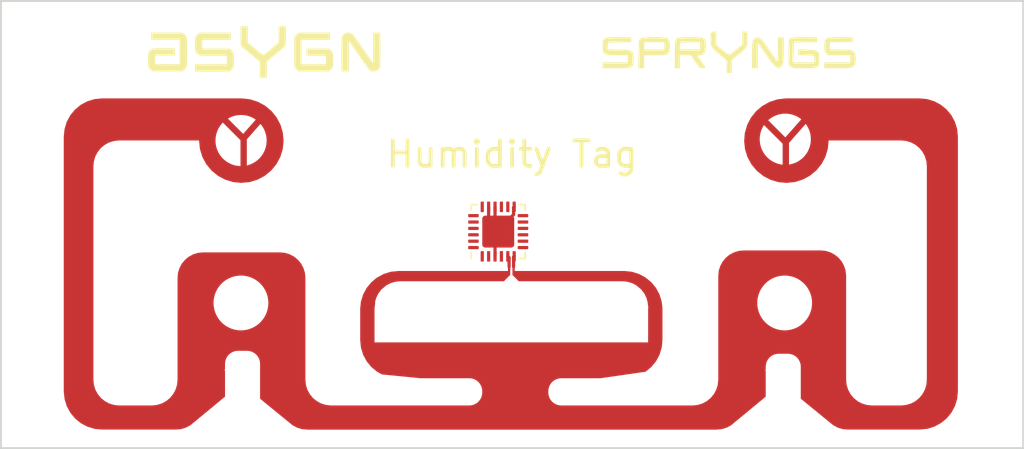
<source format=kicad_pcb>
(kicad_pcb (version 4) (generator "gerbview") (generator_version "8.0")
  (layers (0 F.Cu signal) (31 B.Cu signal) (34 B.Paste user) (35 F.Paste user) (36 B.SilkS user) (37 F.SilkS user) (38 B.Mask user) (39 F.Mask user) (44 Edge.Cuts user))
  (gr_line (start -60 55) (end 20 55) (layer Edge.Cuts) (width 0.15))
  (gr_line (start -60 20) (end 20 20) (layer Edge.Cuts) (width 0.15))
  (gr_line (start 20 20) (end 20 55) (layer Edge.Cuts) (width 0.15))
  (gr_line (start -60 20) (end -60 55) (layer Edge.Cuts) (width 0.15))
  (gr_line (start -29.33333 32.90476) (end -29.33333 30.90476) (layer F.SilkS) (width 0.3))
  (gr_line (start -29.33333 31.85714) (end -28.19048 31.85714) (layer F.SilkS) (width 0.3))
  (gr_line (start -28.19048 32.90476) (end -28.19048 30.90476) (layer F.SilkS) (width 0.3))
  (gr_line (start -26.38095 31.57143) (end -26.38095 32.90476) (layer F.SilkS) (width 0.3))
  (gr_line (start -27.2381 31.57143) (end -27.2381 32.61905) (layer F.SilkS) (width 0.3))
  (gr_line (start -27.2381 32.61905) (end -27.14286 32.80952) (layer F.SilkS) (width 0.3))
  (gr_line (start -27.14286 32.80952) (end -26.95238 32.90476) (layer F.SilkS) (width 0.3))
  (gr_line (start -26.95238 32.90476) (end -26.66667 32.90476) (layer F.SilkS) (width 0.3))
  (gr_line (start -26.66667 32.90476) (end -26.47619 32.80952) (layer F.SilkS) (width 0.3))
  (gr_line (start -26.47619 32.80952) (end -26.38095 32.71429) (layer F.SilkS) (width 0.3))
  (gr_line (start -25.42857 32.90476) (end -25.42857 31.57143) (layer F.SilkS) (width 0.3))
  (gr_line (start -25.42857 31.7619) (end -25.33333 31.66667) (layer F.SilkS) (width 0.3))
  (gr_line (start -25.33333 31.66667) (end -25.14286 31.57143) (layer F.SilkS) (width 0.3))
  (gr_line (start -25.14286 31.57143) (end -24.85714 31.57143) (layer F.SilkS) (width 0.3))
  (gr_line (start -24.85714 31.57143) (end -24.66667 31.66667) (layer F.SilkS) (width 0.3))
  (gr_line (start -24.66667 31.66667) (end -24.57143 31.85714) (layer F.SilkS) (width 0.3))
  (gr_line (start -24.57143 31.85714) (end -24.57143 32.90476) (layer F.SilkS) (width 0.3))
  (gr_line (start -24.57143 31.85714) (end -24.47619 31.66667) (layer F.SilkS) (width 0.3))
  (gr_line (start -24.47619 31.66667) (end -24.28571 31.57143) (layer F.SilkS) (width 0.3))
  (gr_line (start -24.28571 31.57143) (end -24 31.57143) (layer F.SilkS) (width 0.3))
  (gr_line (start -24 31.57143) (end -23.80952 31.66667) (layer F.SilkS) (width 0.3))
  (gr_line (start -23.80952 31.66667) (end -23.71429 31.85714) (layer F.SilkS) (width 0.3))
  (gr_line (start -23.71429 31.85714) (end -23.71429 32.90476) (layer F.SilkS) (width 0.3))
  (gr_line (start -22.7619 32.90476) (end -22.7619 31.57143) (layer F.SilkS) (width 0.3))
  (gr_line (start -22.7619 30.90476) (end -22.85714 31) (layer F.SilkS) (width 0.3))
  (gr_line (start -22.85714 31) (end -22.7619 31.09524) (layer F.SilkS) (width 0.3))
  (gr_line (start -22.7619 31.09524) (end -22.66667 31) (layer F.SilkS) (width 0.3))
  (gr_line (start -22.66667 31) (end -22.7619 30.90476) (layer F.SilkS) (width 0.3))
  (gr_line (start -22.7619 30.90476) (end -22.7619 31.09524) (layer F.SilkS) (width 0.3))
  (gr_line (start -20.95238 32.90476) (end -20.95238 30.90476) (layer F.SilkS) (width 0.3))
  (gr_line (start -20.95238 32.80952) (end -21.14286 32.90476) (layer F.SilkS) (width 0.3))
  (gr_line (start -21.14286 32.90476) (end -21.52381 32.90476) (layer F.SilkS) (width 0.3))
  (gr_line (start -21.52381 32.90476) (end -21.71429 32.80952) (layer F.SilkS) (width 0.3))
  (gr_line (start -21.71429 32.80952) (end -21.80952 32.71429) (layer F.SilkS) (width 0.3))
  (gr_line (start -21.80952 32.71429) (end -21.90476 32.52381) (layer F.SilkS) (width 0.3))
  (gr_line (start -21.90476 32.52381) (end -21.90476 31.95238) (layer F.SilkS) (width 0.3))
  (gr_line (start -21.90476 31.95238) (end -21.80952 31.7619) (layer F.SilkS) (width 0.3))
  (gr_line (start -21.80952 31.7619) (end -21.71429 31.66667) (layer F.SilkS) (width 0.3))
  (gr_line (start -21.71429 31.66667) (end -21.52381 31.57143) (layer F.SilkS) (width 0.3))
  (gr_line (start -21.52381 31.57143) (end -21.14286 31.57143) (layer F.SilkS) (width 0.3))
  (gr_line (start -21.14286 31.57143) (end -20.95238 31.66667) (layer F.SilkS) (width 0.3))
  (gr_line (start -20 32.90476) (end -20 31.57143) (layer F.SilkS) (width 0.3))
  (gr_line (start -20 30.90476) (end -20.09524 31) (layer F.SilkS) (width 0.3))
  (gr_line (start -20.09524 31) (end -20 31.09524) (layer F.SilkS) (width 0.3))
  (gr_line (start -20 31.09524) (end -19.90476 31) (layer F.SilkS) (width 0.3))
  (gr_line (start -19.90476 31) (end -20 30.90476) (layer F.SilkS) (width 0.3))
  (gr_line (start -20 30.90476) (end -20 31.09524) (layer F.SilkS) (width 0.3))
  (gr_line (start -19.33333 31.57143) (end -18.57143 31.57143) (layer F.SilkS) (width 0.3))
  (gr_line (start -19.04762 30.90476) (end -19.04762 32.61905) (layer F.SilkS) (width 0.3))
  (gr_line (start -19.04762 32.61905) (end -18.95238 32.80952) (layer F.SilkS) (width 0.3))
  (gr_line (start -18.95238 32.80952) (end -18.7619 32.90476) (layer F.SilkS) (width 0.3))
  (gr_line (start -18.7619 32.90476) (end -18.57143 32.90476) (layer F.SilkS) (width 0.3))
  (gr_line (start -18.09524 31.57143) (end -17.61905 32.90476) (layer F.SilkS) (width 0.3))
  (gr_line (start -17.14286 31.57143) (end -17.61905 32.90476) (layer F.SilkS) (width 0.3))
  (gr_line (start -17.61905 32.90476) (end -17.80952 33.38095) (layer F.SilkS) (width 0.3))
  (gr_line (start -17.80952 33.38095) (end -17.90476 33.47619) (layer F.SilkS) (width 0.3))
  (gr_line (start -17.90476 33.47619) (end -18.09524 33.57143) (layer F.SilkS) (width 0.3))
  (gr_line (start -15.14286 30.90476) (end -14 30.90476) (layer F.SilkS) (width 0.3))
  (gr_line (start -14.57143 32.90476) (end -14.57143 30.90476) (layer F.SilkS) (width 0.3))
  (gr_line (start -12.47619 32.90476) (end -12.47619 31.85714) (layer F.SilkS) (width 0.3))
  (gr_line (start -12.47619 31.85714) (end -12.57143 31.66667) (layer F.SilkS) (width 0.3))
  (gr_line (start -12.57143 31.66667) (end -12.7619 31.57143) (layer F.SilkS) (width 0.3))
  (gr_line (start -12.7619 31.57143) (end -13.14286 31.57143) (layer F.SilkS) (width 0.3))
  (gr_line (start -13.14286 31.57143) (end -13.33333 31.66667) (layer F.SilkS) (width 0.3))
  (gr_line (start -12.47619 32.80952) (end -12.66667 32.90476) (layer F.SilkS) (width 0.3))
  (gr_line (start -12.66667 32.90476) (end -13.14286 32.90476) (layer F.SilkS) (width 0.3))
  (gr_line (start -13.14286 32.90476) (end -13.33333 32.80952) (layer F.SilkS) (width 0.3))
  (gr_line (start -13.33333 32.80952) (end -13.42857 32.61905) (layer F.SilkS) (width 0.3))
  (gr_line (start -13.42857 32.61905) (end -13.42857 32.42857) (layer F.SilkS) (width 0.3))
  (gr_line (start -13.42857 32.42857) (end -13.33333 32.2381) (layer F.SilkS) (width 0.3))
  (gr_line (start -13.33333 32.2381) (end -13.14286 32.14286) (layer F.SilkS) (width 0.3))
  (gr_line (start -13.14286 32.14286) (end -12.66667 32.14286) (layer F.SilkS) (width 0.3))
  (gr_line (start -12.66667 32.14286) (end -12.47619 32.04762) (layer F.SilkS) (width 0.3))
  (gr_line (start -10.66667 31.57143) (end -10.66667 33.19048) (layer F.SilkS) (width 0.3))
  (gr_line (start -10.66667 33.19048) (end -10.7619 33.38095) (layer F.SilkS) (width 0.3))
  (gr_line (start -10.7619 33.38095) (end -10.85714 33.47619) (layer F.SilkS) (width 0.3))
  (gr_line (start -10.85714 33.47619) (end -11.04762 33.57143) (layer F.SilkS) (width 0.3))
  (gr_line (start -11.04762 33.57143) (end -11.33333 33.57143) (layer F.SilkS) (width 0.3))
  (gr_line (start -11.33333 33.57143) (end -11.52381 33.47619) (layer F.SilkS) (width 0.3))
  (gr_line (start -10.66667 32.80952) (end -10.85714 32.90476) (layer F.SilkS) (width 0.3))
  (gr_line (start -10.85714 32.90476) (end -11.2381 32.90476) (layer F.SilkS) (width 0.3))
  (gr_line (start -11.2381 32.90476) (end -11.42857 32.80952) (layer F.SilkS) (width 0.3))
  (gr_line (start -11.42857 32.80952) (end -11.52381 32.71429) (layer F.SilkS) (width 0.3))
  (gr_line (start -11.52381 32.71429) (end -11.61905 32.52381) (layer F.SilkS) (width 0.3))
  (gr_line (start -11.61905 32.52381) (end -11.61905 31.95238) (layer F.SilkS) (width 0.3))
  (gr_line (start -11.61905 31.95238) (end -11.52381 31.7619) (layer F.SilkS) (width 0.3))
  (gr_line (start -11.52381 31.7619) (end -11.42857 31.66667) (layer F.SilkS) (width 0.3))
  (gr_line (start -11.42857 31.66667) (end -11.2381 31.57143) (layer F.SilkS) (width 0.3))
  (gr_line (start -11.2381 31.57143) (end -10.85714 31.57143) (layer F.SilkS) (width 0.3))
  (gr_line (start -10.85714 31.57143) (end -10.66667 31.66667) (layer F.SilkS) (width 0.3))
  (gr_poly (pts (xy -4.01239 22.91935) (xy -4.00879 23.44725) (xy -3.62039 23.76475) (xy -3.36898 23.97223) (xy -3.19226 24.1079) (xy -3.06127 24.17336) (xy -2.94705 24.17021) (xy -2.82067 24.10005) (xy -2.65315 23.96448) (xy -2.49078 23.82723) (xy -1.984 23.40454) (xy -1.984 22.3995) (xy -1.603 22.3995) (xy -1.603 22.99078) (xy -1.60348 23.24076) (xy -1.61442 23.42577) (xy -1.65012 23.57046) (xy -1.72485 23.6995) (xy -1.85289 23.83753) (xy -2.04853 24.0092) (xy -2.32603 24.23917) (xy -2.32617 24.23929) (xy -2.8095 24.63908) (xy -2.8095 25.638) (xy -3.1905 25.638) (xy -3.19147 25.17763) (xy -3.19804 24.94233) (xy -3.2144 24.75524) (xy -3.23715 24.65423) (xy -3.2391 24.65106) (xy -3.30437 24.5856) (xy -3.44582 24.45853) (xy -3.64166 24.28906) (xy -3.8381 24.12311) (xy -4.10691 23.88983) (xy -4.28849 23.69871) (xy -4.3979 23.51662) (xy -4.45021 23.31047) (xy -4.46047 23.04715) (xy -4.44897 22.7805) (xy -4.43361 22.58044) (xy -4.40388 22.47421) (xy -4.33952 22.42879) (xy -4.22238 22.41135) (xy -4.016 22.39145)) (layer F.SilkS) (width 0))
  (gr_line (start -4.01239 22.91935) (end -4.00879 23.44725) (layer F.SilkS) (width 0.01))
  (gr_line (start -4.00879 23.44725) (end -3.62039 23.76475) (layer F.SilkS) (width 0.01))
  (gr_line (start -3.62039 23.76475) (end -3.36898 23.97223) (layer F.SilkS) (width 0.01))
  (gr_line (start -3.36898 23.97223) (end -3.19226 24.1079) (layer F.SilkS) (width 0.01))
  (gr_line (start -3.19226 24.1079) (end -3.06127 24.17336) (layer F.SilkS) (width 0.01))
  (gr_line (start -3.06127 24.17336) (end -2.94705 24.17021) (layer F.SilkS) (width 0.01))
  (gr_line (start -2.94705 24.17021) (end -2.82067 24.10005) (layer F.SilkS) (width 0.01))
  (gr_line (start -2.82067 24.10005) (end -2.65315 23.96448) (layer F.SilkS) (width 0.01))
  (gr_line (start -2.65315 23.96448) (end -2.49078 23.82723) (layer F.SilkS) (width 0.01))
  (gr_line (start -2.49078 23.82723) (end -1.984 23.40454) (layer F.SilkS) (width 0.01))
  (gr_line (start -1.984 23.40454) (end -1.984 22.3995) (layer F.SilkS) (width 0.01))
  (gr_line (start -1.984 22.3995) (end -1.603 22.3995) (layer F.SilkS) (width 0.01))
  (gr_line (start -1.603 22.3995) (end -1.603 22.99078) (layer F.SilkS) (width 0.01))
  (gr_line (start -1.603 22.99078) (end -1.60348 23.24076) (layer F.SilkS) (width 0.01))
  (gr_line (start -1.60348 23.24076) (end -1.61442 23.42577) (layer F.SilkS) (width 0.01))
  (gr_line (start -1.61442 23.42577) (end -1.65012 23.57046) (layer F.SilkS) (width 0.01))
  (gr_line (start -1.65012 23.57046) (end -1.72485 23.6995) (layer F.SilkS) (width 0.01))
  (gr_line (start -1.72485 23.6995) (end -1.85289 23.83753) (layer F.SilkS) (width 0.01))
  (gr_line (start -1.85289 23.83753) (end -2.04853 24.0092) (layer F.SilkS) (width 0.01))
  (gr_line (start -2.04853 24.0092) (end -2.32603 24.23917) (layer F.SilkS) (width 0.01))
  (gr_line (start -2.32603 24.23917) (end -2.32617 24.23929) (layer F.SilkS) (width 0.01))
  (gr_line (start -2.32617 24.23929) (end -2.8095 24.63908) (layer F.SilkS) (width 0.01))
  (gr_line (start -2.8095 24.63908) (end -2.8095 25.638) (layer F.SilkS) (width 0.01))
  (gr_line (start -2.8095 25.638) (end -3.1905 25.638) (layer F.SilkS) (width 0.01))
  (gr_line (start -3.1905 25.638) (end -3.19147 25.17763) (layer F.SilkS) (width 0.01))
  (gr_line (start -3.19147 25.17763) (end -3.19804 24.94233) (layer F.SilkS) (width 0.01))
  (gr_line (start -3.19804 24.94233) (end -3.2144 24.75524) (layer F.SilkS) (width 0.01))
  (gr_line (start -3.2144 24.75524) (end -3.23715 24.65423) (layer F.SilkS) (width 0.01))
  (gr_line (start -3.23715 24.65423) (end -3.2391 24.65106) (layer F.SilkS) (width 0.01))
  (gr_line (start -3.2391 24.65106) (end -3.30437 24.5856) (layer F.SilkS) (width 0.01))
  (gr_line (start -3.30437 24.5856) (end -3.44582 24.45853) (layer F.SilkS) (width 0.01))
  (gr_line (start -3.44582 24.45853) (end -3.64166 24.28906) (layer F.SilkS) (width 0.01))
  (gr_line (start -3.64166 24.28906) (end -3.8381 24.12311) (layer F.SilkS) (width 0.01))
  (gr_line (start -3.8381 24.12311) (end -4.10691 23.88983) (layer F.SilkS) (width 0.01))
  (gr_line (start -4.10691 23.88983) (end -4.28849 23.69871) (layer F.SilkS) (width 0.01))
  (gr_line (start -4.28849 23.69871) (end -4.3979 23.51662) (layer F.SilkS) (width 0.01))
  (gr_line (start -4.3979 23.51662) (end -4.45021 23.31047) (layer F.SilkS) (width 0.01))
  (gr_line (start -4.45021 23.31047) (end -4.46047 23.04715) (layer F.SilkS) (width 0.01))
  (gr_line (start -4.46047 23.04715) (end -4.44897 22.7805) (layer F.SilkS) (width 0.01))
  (gr_line (start -4.44897 22.7805) (end -4.43361 22.58044) (layer F.SilkS) (width 0.01))
  (gr_line (start -4.43361 22.58044) (end -4.40388 22.47421) (layer F.SilkS) (width 0.01))
  (gr_line (start -4.40388 22.47421) (end -4.33952 22.42879) (layer F.SilkS) (width 0.01))
  (gr_line (start -4.33952 22.42879) (end -4.22238 22.41135) (layer F.SilkS) (width 0.01))
  (gr_line (start -4.22238 22.41135) (end -4.016 22.39145) (layer F.SilkS) (width 0.01))
  (gr_line (start -4.016 22.39145) (end -4.01239 22.91935) (layer F.SilkS) (width 0.01))
  (gr_poly (pts (xy -10.6835 23.22151) (xy -11.58838 23.23913) (xy -12.49325 23.25675) (xy -12.51254 23.52177) (xy -12.53183 23.78678) (xy -11.64588 23.80752) (xy -11.23766 23.82001) (xy -10.93926 23.84276) (xy -10.73349 23.88661) (xy -10.60317 23.96237) (xy -10.53111 24.08089) (xy -10.50014 24.25299) (xy -10.49306 24.4895) (xy -10.493 24.53412) (xy -10.4965 24.77345) (xy -10.51762 24.95311) (xy -10.57229 25.08165) (xy -10.67643 25.16763) (xy -10.84595 25.21959) (xy -11.0968 25.24611) (xy -11.44488 25.25572) (xy -11.83847 25.257) (xy -12.906 25.257) (xy -12.906 24.8125) (xy -10.9375 24.8125) (xy -10.9375 24.241) (xy -11.79475 24.241) (xy -12.19446 24.23775) (xy -12.4847 24.22045) (xy -12.68295 24.17776) (xy -12.80671 24.09833) (xy -12.87348 23.97083) (xy -12.90074 23.7839) (xy -12.906 23.52622) (xy -12.906 23.52059) (xy -12.90326 23.28751) (xy -12.8839 23.11524) (xy -12.83126 22.9946) (xy -12.72866 22.91638) (xy -12.55941 22.8714) (xy -12.30684 22.85045) (xy -11.95427 22.84436) (xy -11.67863 22.844) (xy -10.6835 22.844)) (layer F.SilkS) (width 0))
  (gr_line (start -10.6835 23.22151) (end -11.58838 23.23913) (layer F.SilkS) (width 0.01))
  (gr_line (start -11.58838 23.23913) (end -12.49325 23.25675) (layer F.SilkS) (width 0.01))
  (gr_line (start -12.49325 23.25675) (end -12.51254 23.52177) (layer F.SilkS) (width 0.01))
  (gr_line (start -12.51254 23.52177) (end -12.53183 23.78678) (layer F.SilkS) (width 0.01))
  (gr_line (start -12.53183 23.78678) (end -11.64588 23.80752) (layer F.SilkS) (width 0.01))
  (gr_line (start -11.64588 23.80752) (end -11.23766 23.82001) (layer F.SilkS) (width 0.01))
  (gr_line (start -11.23766 23.82001) (end -10.93926 23.84276) (layer F.SilkS) (width 0.01))
  (gr_line (start -10.93926 23.84276) (end -10.73349 23.88661) (layer F.SilkS) (width 0.01))
  (gr_line (start -10.73349 23.88661) (end -10.60317 23.96237) (layer F.SilkS) (width 0.01))
  (gr_line (start -10.60317 23.96237) (end -10.53111 24.08089) (layer F.SilkS) (width 0.01))
  (gr_line (start -10.53111 24.08089) (end -10.50014 24.25299) (layer F.SilkS) (width 0.01))
  (gr_line (start -10.50014 24.25299) (end -10.49306 24.4895) (layer F.SilkS) (width 0.01))
  (gr_line (start -10.49306 24.4895) (end -10.493 24.53412) (layer F.SilkS) (width 0.01))
  (gr_line (start -10.493 24.53412) (end -10.4965 24.77345) (layer F.SilkS) (width 0.01))
  (gr_line (start -10.4965 24.77345) (end -10.51762 24.95311) (layer F.SilkS) (width 0.01))
  (gr_line (start -10.51762 24.95311) (end -10.57229 25.08165) (layer F.SilkS) (width 0.01))
  (gr_line (start -10.57229 25.08165) (end -10.67643 25.16763) (layer F.SilkS) (width 0.01))
  (gr_line (start -10.67643 25.16763) (end -10.84595 25.21959) (layer F.SilkS) (width 0.01))
  (gr_line (start -10.84595 25.21959) (end -11.0968 25.24611) (layer F.SilkS) (width 0.01))
  (gr_line (start -11.0968 25.24611) (end -11.44488 25.25572) (layer F.SilkS) (width 0.01))
  (gr_line (start -11.44488 25.25572) (end -11.83847 25.257) (layer F.SilkS) (width 0.01))
  (gr_line (start -11.83847 25.257) (end -12.906 25.257) (layer F.SilkS) (width 0.01))
  (gr_line (start -12.906 25.257) (end -12.906 24.8125) (layer F.SilkS) (width 0.01))
  (gr_line (start -12.906 24.8125) (end -10.9375 24.8125) (layer F.SilkS) (width 0.01))
  (gr_line (start -10.9375 24.8125) (end -10.9375 24.241) (layer F.SilkS) (width 0.01))
  (gr_line (start -10.9375 24.241) (end -11.79475 24.241) (layer F.SilkS) (width 0.01))
  (gr_line (start -11.79475 24.241) (end -12.19446 24.23775) (layer F.SilkS) (width 0.01))
  (gr_line (start -12.19446 24.23775) (end -12.4847 24.22045) (layer F.SilkS) (width 0.01))
  (gr_line (start -12.4847 24.22045) (end -12.68295 24.17776) (layer F.SilkS) (width 0.01))
  (gr_line (start -12.68295 24.17776) (end -12.80671 24.09833) (layer F.SilkS) (width 0.01))
  (gr_line (start -12.80671 24.09833) (end -12.87348 23.97083) (layer F.SilkS) (width 0.01))
  (gr_line (start -12.87348 23.97083) (end -12.90074 23.7839) (layer F.SilkS) (width 0.01))
  (gr_line (start -12.90074 23.7839) (end -12.906 23.52622) (layer F.SilkS) (width 0.01))
  (gr_line (start -12.906 23.52622) (end -12.906 23.52059) (layer F.SilkS) (width 0.01))
  (gr_line (start -12.906 23.52059) (end -12.90326 23.28751) (layer F.SilkS) (width 0.01))
  (gr_line (start -12.90326 23.28751) (end -12.8839 23.11524) (layer F.SilkS) (width 0.01))
  (gr_line (start -12.8839 23.11524) (end -12.83126 22.9946) (layer F.SilkS) (width 0.01))
  (gr_line (start -12.83126 22.9946) (end -12.72866 22.91638) (layer F.SilkS) (width 0.01))
  (gr_line (start -12.72866 22.91638) (end -12.55941 22.8714) (layer F.SilkS) (width 0.01))
  (gr_line (start -12.55941 22.8714) (end -12.30684 22.85045) (layer F.SilkS) (width 0.01))
  (gr_line (start -12.30684 22.85045) (end -11.95427 22.84436) (layer F.SilkS) (width 0.01))
  (gr_line (start -11.95427 22.84436) (end -11.67863 22.844) (layer F.SilkS) (width 0.01))
  (gr_line (start -11.67863 22.844) (end -10.6835 22.844) (layer F.SilkS) (width 0.01))
  (gr_line (start -10.6835 22.844) (end -10.6835 23.22151) (layer F.SilkS) (width 0.01))
  (gr_poly (pts (xy -8.68912 22.83746) (xy -8.37286 22.84887) (xy -8.10066 22.8703) (xy -7.90036 22.90166) (xy -7.80128 22.94129) (xy -7.7021 23.11559) (xy -7.65028 23.36299) (xy -7.6459 23.63872) (xy -7.68907 23.898) (xy -7.77988 24.09605) (xy -7.79871 24.11893) (xy -7.85511 24.16812) (xy -7.93468 24.20212) (xy -8.05959 24.22365) (xy -8.25204 24.23547) (xy -8.53421 24.24031) (xy -8.78834 24.241) (xy -9.6675 24.241) (xy -9.6675 25.257) (xy -10.12019 25.257) (xy -10.10022 24.14051) (xy -10.09192 23.73557) (xy -10.08218 23.43879) (xy -10.06876 23.23133) (xy -10.06787 23.225) (xy -9.6675 23.225) (xy -9.6675 23.7965) (xy -8.08 23.7965) (xy -8.08 23.225) (xy -9.6675 23.225) (xy -10.06787 23.225) (xy -10.04943 23.09435) (xy -10.02195 23.00902) (xy -9.98407 22.95649) (xy -9.95699 22.93401) (xy -9.838 22.8939) (xy -9.62388 22.86429) (xy -9.34247 22.84508) (xy -9.0216 22.83616)) (layer F.SilkS) (width 0))
  (gr_line (start -8.68912 22.83746) (end -8.37286 22.84887) (layer F.SilkS) (width 0.01))
  (gr_line (start -8.37286 22.84887) (end -8.10066 22.8703) (layer F.SilkS) (width 0.01))
  (gr_line (start -8.10066 22.8703) (end -7.90036 22.90166) (layer F.SilkS) (width 0.01))
  (gr_line (start -7.90036 22.90166) (end -7.80128 22.94129) (layer F.SilkS) (width 0.01))
  (gr_line (start -7.80128 22.94129) (end -7.7021 23.11559) (layer F.SilkS) (width 0.01))
  (gr_line (start -7.7021 23.11559) (end -7.65028 23.36299) (layer F.SilkS) (width 0.01))
  (gr_line (start -7.65028 23.36299) (end -7.6459 23.63872) (layer F.SilkS) (width 0.01))
  (gr_line (start -7.6459 23.63872) (end -7.68907 23.898) (layer F.SilkS) (width 0.01))
  (gr_line (start -7.68907 23.898) (end -7.77988 24.09605) (layer F.SilkS) (width 0.01))
  (gr_line (start -7.77988 24.09605) (end -7.79871 24.11893) (layer F.SilkS) (width 0.01))
  (gr_line (start -7.79871 24.11893) (end -7.85511 24.16812) (layer F.SilkS) (width 0.01))
  (gr_line (start -7.85511 24.16812) (end -7.93468 24.20212) (layer F.SilkS) (width 0.01))
  (gr_line (start -7.93468 24.20212) (end -8.05959 24.22365) (layer F.SilkS) (width 0.01))
  (gr_line (start -8.05959 24.22365) (end -8.25204 24.23547) (layer F.SilkS) (width 0.01))
  (gr_line (start -8.25204 24.23547) (end -8.53421 24.24031) (layer F.SilkS) (width 0.01))
  (gr_line (start -8.53421 24.24031) (end -8.78834 24.241) (layer F.SilkS) (width 0.01))
  (gr_line (start -8.78834 24.241) (end -9.6675 24.241) (layer F.SilkS) (width 0.01))
  (gr_line (start -9.6675 24.241) (end -9.6675 25.257) (layer F.SilkS) (width 0.01))
  (gr_line (start -9.6675 25.257) (end -10.12019 25.257) (layer F.SilkS) (width 0.01))
  (gr_line (start -10.12019 25.257) (end -10.10022 24.14051) (layer F.SilkS) (width 0.01))
  (gr_line (start -10.10022 24.14051) (end -10.09192 23.73557) (layer F.SilkS) (width 0.01))
  (gr_line (start -10.09192 23.73557) (end -10.08218 23.43879) (layer F.SilkS) (width 0.01))
  (gr_line (start -10.08218 23.43879) (end -10.06876 23.23133) (layer F.SilkS) (width 0.01))
  (gr_line (start -10.06876 23.23133) (end -10.06787 23.225) (layer F.SilkS) (width 0.01))
  (gr_line (start -10.06787 23.225) (end -9.6675 23.225) (layer F.SilkS) (width 0.01))
  (gr_line (start -9.6675 23.225) (end -9.6675 23.7965) (layer F.SilkS) (width 0.01))
  (gr_line (start -9.6675 23.7965) (end -8.08 23.7965) (layer F.SilkS) (width 0.01))
  (gr_line (start -8.08 23.7965) (end -8.08 23.225) (layer F.SilkS) (width 0.01))
  (gr_line (start -8.08 23.225) (end -9.6675 23.225) (layer F.SilkS) (width 0.01))
  (gr_line (start -9.6675 23.225) (end -10.06787 23.225) (layer F.SilkS) (width 0.01))
  (gr_line (start -10.06787 23.225) (end -10.04943 23.09435) (layer F.SilkS) (width 0.01))
  (gr_line (start -10.04943 23.09435) (end -10.02195 23.00902) (layer F.SilkS) (width 0.01))
  (gr_line (start -10.02195 23.00902) (end -9.98407 22.95649) (layer F.SilkS) (width 0.01))
  (gr_line (start -9.98407 22.95649) (end -9.95699 22.93401) (layer F.SilkS) (width 0.01))
  (gr_line (start -9.95699 22.93401) (end -9.838 22.8939) (layer F.SilkS) (width 0.01))
  (gr_line (start -9.838 22.8939) (end -9.62388 22.86429) (layer F.SilkS) (width 0.01))
  (gr_line (start -9.62388 22.86429) (end -9.34247 22.84508) (layer F.SilkS) (width 0.01))
  (gr_line (start -9.34247 22.84508) (end -9.0216 22.83616) (layer F.SilkS) (width 0.01))
  (gr_line (start -9.0216 22.83616) (end -8.68912 22.83746) (layer F.SilkS) (width 0.01))
  (gr_poly (pts (xy -5.61543 22.84589) (xy -5.31019 22.85832) (xy -5.09806 22.89145) (xy -4.9621 22.95543) (xy -4.88537 23.06042) (xy -4.85093 23.21655) (xy -4.84184 23.434) (xy -4.8415 23.55663) (xy -4.86609 23.87567) (xy -4.94493 24.08827) (xy -5.0856 24.20614) (xy -5.286 24.241) (xy -5.41985 24.25152) (xy -5.47649 24.27685) (xy -5.4765 24.27725) (xy -5.4425 24.34298) (xy -5.35259 24.48367) (xy -5.22494 24.67109) (xy -5.20058 24.70587) (xy -5.02842 24.9513) (xy -4.92378 25.11046) (xy -4.88262 25.20198) (xy -4.90085 25.2445) (xy -4.97443 25.25665) (xy -5.08035 25.257) (xy -5.19804 25.25147) (xy -5.29029 25.22172) (xy -5.3801 25.14801) (xy -5.49052 25.01059) (xy -5.64456 24.78973) (xy -5.67147 24.75022) (xy -6.01625 24.24345) (xy -6.44488 24.24222) (xy -6.8735 24.241) (xy -6.8735 25.257) (xy -7.2545 25.257) (xy -7.2545 24.15559) (xy -7.25343 23.7965) (xy -6.8808 23.7965) (xy -5.286 23.7965) (xy -5.286 23.22109) (xy -6.06388 23.23892) (xy -6.84175 23.25675) (xy -6.86128 23.52663) (xy -6.8808 23.7965) (xy -7.25343 23.7965) (xy -7.2533 23.75177) (xy -7.24846 23.45576) (xy -7.23814 23.24839) (xy -7.22049 23.11046) (xy -7.19367 23.0228) (xy -7.15583 22.96624) (xy -7.13838 22.94909) (xy -7.07485 22.90813) (xy -6.97604 22.8791) (xy -6.82188 22.8601) (xy -6.59233 22.84923) (xy -6.26734 22.84459) (xy -6.03073 22.844)) (layer F.SilkS) (width 0))
  (gr_line (start -5.61543 22.84589) (end -5.31019 22.85832) (layer F.SilkS) (width 0.01))
  (gr_line (start -5.31019 22.85832) (end -5.09806 22.89145) (layer F.SilkS) (width 0.01))
  (gr_line (start -5.09806 22.89145) (end -4.9621 22.95543) (layer F.SilkS) (width 0.01))
  (gr_line (start -4.9621 22.95543) (end -4.88537 23.06042) (layer F.SilkS) (width 0.01))
  (gr_line (start -4.88537 23.06042) (end -4.85093 23.21655) (layer F.SilkS) (width 0.01))
  (gr_line (start -4.85093 23.21655) (end -4.84184 23.434) (layer F.SilkS) (width 0.01))
  (gr_line (start -4.84184 23.434) (end -4.8415 23.55663) (layer F.SilkS) (width 0.01))
  (gr_line (start -4.8415 23.55663) (end -4.86609 23.87567) (layer F.SilkS) (width 0.01))
  (gr_line (start -4.86609 23.87567) (end -4.94493 24.08827) (layer F.SilkS) (width 0.01))
  (gr_line (start -4.94493 24.08827) (end -5.0856 24.20614) (layer F.SilkS) (width 0.01))
  (gr_line (start -5.0856 24.20614) (end -5.286 24.241) (layer F.SilkS) (width 0.01))
  (gr_line (start -5.286 24.241) (end -5.41985 24.25152) (layer F.SilkS) (width 0.01))
  (gr_line (start -5.41985 24.25152) (end -5.47649 24.27685) (layer F.SilkS) (width 0.01))
  (gr_line (start -5.47649 24.27685) (end -5.4765 24.27725) (layer F.SilkS) (width 0.01))
  (gr_line (start -5.4765 24.27725) (end -5.4425 24.34298) (layer F.SilkS) (width 0.01))
  (gr_line (start -5.4425 24.34298) (end -5.35259 24.48367) (layer F.SilkS) (width 0.01))
  (gr_line (start -5.35259 24.48367) (end -5.22494 24.67109) (layer F.SilkS) (width 0.01))
  (gr_line (start -5.22494 24.67109) (end -5.20058 24.70587) (layer F.SilkS) (width 0.01))
  (gr_line (start -5.20058 24.70587) (end -5.02842 24.9513) (layer F.SilkS) (width 0.01))
  (gr_line (start -5.02842 24.9513) (end -4.92378 25.11046) (layer F.SilkS) (width 0.01))
  (gr_line (start -4.92378 25.11046) (end -4.88262 25.20198) (layer F.SilkS) (width 0.01))
  (gr_line (start -4.88262 25.20198) (end -4.90085 25.2445) (layer F.SilkS) (width 0.01))
  (gr_line (start -4.90085 25.2445) (end -4.97443 25.25665) (layer F.SilkS) (width 0.01))
  (gr_line (start -4.97443 25.25665) (end -5.08035 25.257) (layer F.SilkS) (width 0.01))
  (gr_line (start -5.08035 25.257) (end -5.19804 25.25147) (layer F.SilkS) (width 0.01))
  (gr_line (start -5.19804 25.25147) (end -5.29029 25.22172) (layer F.SilkS) (width 0.01))
  (gr_line (start -5.29029 25.22172) (end -5.3801 25.14801) (layer F.SilkS) (width 0.01))
  (gr_line (start -5.3801 25.14801) (end -5.49052 25.01059) (layer F.SilkS) (width 0.01))
  (gr_line (start -5.49052 25.01059) (end -5.64456 24.78973) (layer F.SilkS) (width 0.01))
  (gr_line (start -5.64456 24.78973) (end -5.67147 24.75022) (layer F.SilkS) (width 0.01))
  (gr_line (start -5.67147 24.75022) (end -6.01625 24.24345) (layer F.SilkS) (width 0.01))
  (gr_line (start -6.01625 24.24345) (end -6.44488 24.24222) (layer F.SilkS) (width 0.01))
  (gr_line (start -6.44488 24.24222) (end -6.8735 24.241) (layer F.SilkS) (width 0.01))
  (gr_line (start -6.8735 24.241) (end -6.8735 25.257) (layer F.SilkS) (width 0.01))
  (gr_line (start -6.8735 25.257) (end -7.2545 25.257) (layer F.SilkS) (width 0.01))
  (gr_line (start -7.2545 25.257) (end -7.2545 24.15559) (layer F.SilkS) (width 0.01))
  (gr_line (start -7.2545 24.15559) (end -7.25343 23.7965) (layer F.SilkS) (width 0.01))
  (gr_line (start -7.25343 23.7965) (end -6.8808 23.7965) (layer F.SilkS) (width 0.01))
  (gr_line (start -6.8808 23.7965) (end -5.286 23.7965) (layer F.SilkS) (width 0.01))
  (gr_line (start -5.286 23.7965) (end -5.286 23.22109) (layer F.SilkS) (width 0.01))
  (gr_line (start -5.286 23.22109) (end -6.06388 23.23892) (layer F.SilkS) (width 0.01))
  (gr_line (start -6.06388 23.23892) (end -6.84175 23.25675) (layer F.SilkS) (width 0.01))
  (gr_line (start -6.84175 23.25675) (end -6.86128 23.52663) (layer F.SilkS) (width 0.01))
  (gr_line (start -6.86128 23.52663) (end -6.8808 23.7965) (layer F.SilkS) (width 0.01))
  (gr_line (start -6.8808 23.7965) (end -7.25343 23.7965) (layer F.SilkS) (width 0.01))
  (gr_line (start -7.25343 23.7965) (end -7.2533 23.75177) (layer F.SilkS) (width 0.01))
  (gr_line (start -7.2533 23.75177) (end -7.24846 23.45576) (layer F.SilkS) (width 0.01))
  (gr_line (start -7.24846 23.45576) (end -7.23814 23.24839) (layer F.SilkS) (width 0.01))
  (gr_line (start -7.23814 23.24839) (end -7.22049 23.11046) (layer F.SilkS) (width 0.01))
  (gr_line (start -7.22049 23.11046) (end -7.19367 23.0228) (layer F.SilkS) (width 0.01))
  (gr_line (start -7.19367 23.0228) (end -7.15583 22.96624) (layer F.SilkS) (width 0.01))
  (gr_line (start -7.15583 22.96624) (end -7.13838 22.94909) (layer F.SilkS) (width 0.01))
  (gr_line (start -7.13838 22.94909) (end -7.07485 22.90813) (layer F.SilkS) (width 0.01))
  (gr_line (start -7.07485 22.90813) (end -6.97604 22.8791) (layer F.SilkS) (width 0.01))
  (gr_line (start -6.97604 22.8791) (end -6.82188 22.8601) (layer F.SilkS) (width 0.01))
  (gr_line (start -6.82188 22.8601) (end -6.59233 22.84923) (layer F.SilkS) (width 0.01))
  (gr_line (start -6.59233 22.84923) (end -6.26734 22.84459) (layer F.SilkS) (width 0.01))
  (gr_line (start -6.26734 22.84459) (end -6.03073 22.844) (layer F.SilkS) (width 0.01))
  (gr_line (start -6.03073 22.844) (end -5.61543 22.84589) (layer F.SilkS) (width 0.01))
  (gr_poly (pts (xy 1.2545 23.82412) (xy 1.25088 24.2629) (xy 1.23778 24.59272) (xy 1.21186 24.83147) (xy 1.16975 24.99702) (xy 1.10812 25.10727) (xy 1.0236 25.18011) (xy 0.99763 25.19504) (xy 0.88627 25.24033) (xy 0.78012 25.24277) (xy 0.66695 25.1917) (xy 0.53457 25.07645) (xy 0.37079 24.88634) (xy 0.1634 24.6107) (xy -0.0998 24.23888) (xy -0.10615 24.22975) (xy -0.7775 23.26612) (xy -0.7775 25.257) (xy -1.222 25.257) (xy -1.222 24.23683) (xy -1.21774 23.77831) (xy -1.20168 23.43151) (xy -1.16888 23.18133) (xy -1.11441 23.01269) (xy -1.03334 22.91049) (xy -0.92075 22.85962) (xy -0.77169 22.845) (xy -0.76727 22.84497) (xy -0.68946 22.8518) (xy -0.61366 22.88183) (xy -0.52845 22.94799) (xy -0.42239 23.06319) (xy -0.28407 23.24036) (xy -0.10204 23.4924) (xy 0.1351 23.83224) (xy 0.2385 23.98195) (xy 0.77825 24.76459) (xy 0.79578 23.80429) (xy 0.81331 22.844) (xy 1.2545 22.844)) (layer F.SilkS) (width 0))
  (gr_line (start 1.2545 23.82412) (end 1.25088 24.2629) (layer F.SilkS) (width 0.01))
  (gr_line (start 1.25088 24.2629) (end 1.23778 24.59272) (layer F.SilkS) (width 0.01))
  (gr_line (start 1.23778 24.59272) (end 1.21186 24.83147) (layer F.SilkS) (width 0.01))
  (gr_line (start 1.21186 24.83147) (end 1.16975 24.99702) (layer F.SilkS) (width 0.01))
  (gr_line (start 1.16975 24.99702) (end 1.10812 25.10727) (layer F.SilkS) (width 0.01))
  (gr_line (start 1.10812 25.10727) (end 1.0236 25.18011) (layer F.SilkS) (width 0.01))
  (gr_line (start 1.0236 25.18011) (end 0.99763 25.19504) (layer F.SilkS) (width 0.01))
  (gr_line (start 0.99763 25.19504) (end 0.88627 25.24033) (layer F.SilkS) (width 0.01))
  (gr_line (start 0.88627 25.24033) (end 0.78012 25.24277) (layer F.SilkS) (width 0.01))
  (gr_line (start 0.78012 25.24277) (end 0.66695 25.1917) (layer F.SilkS) (width 0.01))
  (gr_line (start 0.66695 25.1917) (end 0.53457 25.07645) (layer F.SilkS) (width 0.01))
  (gr_line (start 0.53457 25.07645) (end 0.37079 24.88634) (layer F.SilkS) (width 0.01))
  (gr_line (start 0.37079 24.88634) (end 0.1634 24.6107) (layer F.SilkS) (width 0.01))
  (gr_line (start 0.1634 24.6107) (end -0.0998 24.23888) (layer F.SilkS) (width 0.01))
  (gr_line (start -0.0998 24.23888) (end -0.10615 24.22975) (layer F.SilkS) (width 0.01))
  (gr_line (start -0.10615 24.22975) (end -0.7775 23.26612) (layer F.SilkS) (width 0.01))
  (gr_line (start -0.7775 23.26612) (end -0.7775 25.257) (layer F.SilkS) (width 0.01))
  (gr_line (start -0.7775 25.257) (end -1.222 25.257) (layer F.SilkS) (width 0.01))
  (gr_line (start -1.222 25.257) (end -1.222 24.23683) (layer F.SilkS) (width 0.01))
  (gr_line (start -1.222 24.23683) (end -1.21774 23.77831) (layer F.SilkS) (width 0.01))
  (gr_line (start -1.21774 23.77831) (end -1.20168 23.43151) (layer F.SilkS) (width 0.01))
  (gr_line (start -1.20168 23.43151) (end -1.16888 23.18133) (layer F.SilkS) (width 0.01))
  (gr_line (start -1.16888 23.18133) (end -1.11441 23.01269) (layer F.SilkS) (width 0.01))
  (gr_line (start -1.11441 23.01269) (end -1.03334 22.91049) (layer F.SilkS) (width 0.01))
  (gr_line (start -1.03334 22.91049) (end -0.92075 22.85962) (layer F.SilkS) (width 0.01))
  (gr_line (start -0.92075 22.85962) (end -0.77169 22.845) (layer F.SilkS) (width 0.01))
  (gr_line (start -0.77169 22.845) (end -0.76727 22.84497) (layer F.SilkS) (width 0.01))
  (gr_line (start -0.76727 22.84497) (end -0.68946 22.8518) (layer F.SilkS) (width 0.01))
  (gr_line (start -0.68946 22.8518) (end -0.61366 22.88183) (layer F.SilkS) (width 0.01))
  (gr_line (start -0.61366 22.88183) (end -0.52845 22.94799) (layer F.SilkS) (width 0.01))
  (gr_line (start -0.52845 22.94799) (end -0.42239 23.06319) (layer F.SilkS) (width 0.01))
  (gr_line (start -0.42239 23.06319) (end -0.28407 23.24036) (layer F.SilkS) (width 0.01))
  (gr_line (start -0.28407 23.24036) (end -0.10204 23.4924) (layer F.SilkS) (width 0.01))
  (gr_line (start -0.10204 23.4924) (end 0.1351 23.83224) (layer F.SilkS) (width 0.01))
  (gr_line (start 0.1351 23.83224) (end 0.2385 23.98195) (layer F.SilkS) (width 0.01))
  (gr_line (start 0.2385 23.98195) (end 0.77825 24.76459) (layer F.SilkS) (width 0.01))
  (gr_line (start 0.77825 24.76459) (end 0.79578 23.80429) (layer F.SilkS) (width 0.01))
  (gr_line (start 0.79578 23.80429) (end 0.81331 22.844) (layer F.SilkS) (width 0.01))
  (gr_line (start 0.81331 22.844) (end 1.2545 22.844) (layer F.SilkS) (width 0.01))
  (gr_line (start 1.2545 22.844) (end 1.2545 23.82412) (layer F.SilkS) (width 0.01))
  (gr_poly (pts (xy 3.858 22.844) (xy 3.858 23.22151) (xy 2.95313 23.23913) (xy 2.04825 23.25675) (xy 2.03042 24.03463) (xy 2.01259 24.8125) (xy 3.6748 24.8125) (xy 3.63575 24.27275) (xy 3.01663 24.25458) (xy 2.3975 24.2364) (xy 2.3975 23.78526) (xy 3.08952 23.80676) (xy 3.45743 23.82366) (xy 3.71711 23.85725) (xy 3.88727 23.92172) (xy 3.98664 24.03129) (xy 4.03398 24.20016) (xy 4.04799 24.44254) (xy 4.0485 24.53412) (xy 4.0438 24.78403) (xy 4.01854 24.96853) (xy 3.95603 25.09752) (xy 3.83954 25.18093) (xy 3.65236 25.22866) (xy 3.37779 25.25063) (xy 2.9991 25.25676) (xy 2.83003 25.257) (xy 2.46136 25.25561) (xy 2.19794 25.24973) (xy 2.01804 25.23676) (xy 1.8999 25.21413) (xy 1.82181 25.17924) (xy 1.7625 25.13) (xy 1.71368 25.07128) (xy 1.6792 24.99454) (xy 1.65659 24.87851) (xy 1.64341 24.70195) (xy 1.6372 24.44357) (xy 1.63551 24.08214) (xy 1.6355 24.02859) (xy 1.637 23.65073) (xy 1.643 23.37925) (xy 1.65569 23.19354) (xy 1.6773 23.07301) (xy 1.71005 22.99705) (xy 1.75163 22.94909) (xy 1.81502 22.9082) (xy 1.91362 22.8792) (xy 2.06745 22.86019) (xy 2.29651 22.8493) (xy 2.62081 22.84461) (xy 2.86288 22.844)) (layer F.SilkS) (width 0))
  (gr_line (start 3.858 22.844) (end 3.858 23.22151) (layer F.SilkS) (width 0.01))
  (gr_line (start 3.858 23.22151) (end 2.95313 23.23913) (layer F.SilkS) (width 0.01))
  (gr_line (start 2.95313 23.23913) (end 2.04825 23.25675) (layer F.SilkS) (width 0.01))
  (gr_line (start 2.04825 23.25675) (end 2.03042 24.03463) (layer F.SilkS) (width 0.01))
  (gr_line (start 2.03042 24.03463) (end 2.01259 24.8125) (layer F.SilkS) (width 0.01))
  (gr_line (start 2.01259 24.8125) (end 3.6748 24.8125) (layer F.SilkS) (width 0.01))
  (gr_line (start 3.6748 24.8125) (end 3.63575 24.27275) (layer F.SilkS) (width 0.01))
  (gr_line (start 3.63575 24.27275) (end 3.01663 24.25458) (layer F.SilkS) (width 0.01))
  (gr_line (start 3.01663 24.25458) (end 2.3975 24.2364) (layer F.SilkS) (width 0.01))
  (gr_line (start 2.3975 24.2364) (end 2.3975 23.78526) (layer F.SilkS) (width 0.01))
  (gr_line (start 2.3975 23.78526) (end 3.08952 23.80676) (layer F.SilkS) (width 0.01))
  (gr_line (start 3.08952 23.80676) (end 3.45743 23.82366) (layer F.SilkS) (width 0.01))
  (gr_line (start 3.45743 23.82366) (end 3.71711 23.85725) (layer F.SilkS) (width 0.01))
  (gr_line (start 3.71711 23.85725) (end 3.88727 23.92172) (layer F.SilkS) (width 0.01))
  (gr_line (start 3.88727 23.92172) (end 3.98664 24.03129) (layer F.SilkS) (width 0.01))
  (gr_line (start 3.98664 24.03129) (end 4.03398 24.20016) (layer F.SilkS) (width 0.01))
  (gr_line (start 4.03398 24.20016) (end 4.04799 24.44254) (layer F.SilkS) (width 0.01))
  (gr_line (start 4.04799 24.44254) (end 4.0485 24.53412) (layer F.SilkS) (width 0.01))
  (gr_line (start 4.0485 24.53412) (end 4.0438 24.78403) (layer F.SilkS) (width 0.01))
  (gr_line (start 4.0438 24.78403) (end 4.01854 24.96853) (layer F.SilkS) (width 0.01))
  (gr_line (start 4.01854 24.96853) (end 3.95603 25.09752) (layer F.SilkS) (width 0.01))
  (gr_line (start 3.95603 25.09752) (end 3.83954 25.18093) (layer F.SilkS) (width 0.01))
  (gr_line (start 3.83954 25.18093) (end 3.65236 25.22866) (layer F.SilkS) (width 0.01))
  (gr_line (start 3.65236 25.22866) (end 3.37779 25.25063) (layer F.SilkS) (width 0.01))
  (gr_line (start 3.37779 25.25063) (end 2.9991 25.25676) (layer F.SilkS) (width 0.01))
  (gr_line (start 2.9991 25.25676) (end 2.83003 25.257) (layer F.SilkS) (width 0.01))
  (gr_line (start 2.83003 25.257) (end 2.46136 25.25561) (layer F.SilkS) (width 0.01))
  (gr_line (start 2.46136 25.25561) (end 2.19794 25.24973) (layer F.SilkS) (width 0.01))
  (gr_line (start 2.19794 25.24973) (end 2.01804 25.23676) (layer F.SilkS) (width 0.01))
  (gr_line (start 2.01804 25.23676) (end 1.8999 25.21413) (layer F.SilkS) (width 0.01))
  (gr_line (start 1.8999 25.21413) (end 1.82181 25.17924) (layer F.SilkS) (width 0.01))
  (gr_line (start 1.82181 25.17924) (end 1.7625 25.13) (layer F.SilkS) (width 0.01))
  (gr_line (start 1.7625 25.13) (end 1.71368 25.07128) (layer F.SilkS) (width 0.01))
  (gr_line (start 1.71368 25.07128) (end 1.6792 24.99454) (layer F.SilkS) (width 0.01))
  (gr_line (start 1.6792 24.99454) (end 1.65659 24.87851) (layer F.SilkS) (width 0.01))
  (gr_line (start 1.65659 24.87851) (end 1.64341 24.70195) (layer F.SilkS) (width 0.01))
  (gr_line (start 1.64341 24.70195) (end 1.6372 24.44357) (layer F.SilkS) (width 0.01))
  (gr_line (start 1.6372 24.44357) (end 1.63551 24.08214) (layer F.SilkS) (width 0.01))
  (gr_line (start 1.63551 24.08214) (end 1.6355 24.02859) (layer F.SilkS) (width 0.01))
  (gr_line (start 1.6355 24.02859) (end 1.637 23.65073) (layer F.SilkS) (width 0.01))
  (gr_line (start 1.637 23.65073) (end 1.643 23.37925) (layer F.SilkS) (width 0.01))
  (gr_line (start 1.643 23.37925) (end 1.65569 23.19354) (layer F.SilkS) (width 0.01))
  (gr_line (start 1.65569 23.19354) (end 1.6773 23.07301) (layer F.SilkS) (width 0.01))
  (gr_line (start 1.6773 23.07301) (end 1.71005 22.99705) (layer F.SilkS) (width 0.01))
  (gr_line (start 1.71005 22.99705) (end 1.75163 22.94909) (layer F.SilkS) (width 0.01))
  (gr_line (start 1.75163 22.94909) (end 1.81502 22.9082) (layer F.SilkS) (width 0.01))
  (gr_line (start 1.81502 22.9082) (end 1.91362 22.8792) (layer F.SilkS) (width 0.01))
  (gr_line (start 1.91362 22.8792) (end 2.06745 22.86019) (layer F.SilkS) (width 0.01))
  (gr_line (start 2.06745 22.86019) (end 2.29651 22.8493) (layer F.SilkS) (width 0.01))
  (gr_line (start 2.29651 22.8493) (end 2.62081 22.84461) (layer F.SilkS) (width 0.01))
  (gr_line (start 2.62081 22.84461) (end 2.86288 22.844) (layer F.SilkS) (width 0.01))
  (gr_line (start 2.86288 22.844) (end 3.858 22.844) (layer F.SilkS) (width 0.01))
  (gr_poly (pts (xy 6.652 23.225) (xy 4.874 23.225) (xy 4.874 23.7965) (xy 5.63804 23.7965) (xy 6.05807 23.80276) (xy 6.36893 23.826) (xy 6.58804 23.87287) (xy 6.73282 23.95006) (xy 6.82069 24.06422) (xy 6.86906 24.22204) (xy 6.87732 24.27108) (xy 6.89848 24.61746) (xy 6.85458 24.90414) (xy 6.75023 25.10703) (xy 6.7104 25.14588) (xy 6.64455 25.18743) (xy 6.55118 25.21733) (xy 6.41043 25.23741) (xy 6.20243 25.2495) (xy 5.90733 25.25542) (xy 5.50525 25.257) (xy 5.50197 25.257) (xy 4.4295 25.257) (xy 4.4295 24.8125) (xy 6.4615 24.8125) (xy 6.4615 24.241) (xy 4.69272 24.241) (xy 4.55504 24.06638) (xy 4.48025 23.95146) (xy 4.4426 23.82234) (xy 4.43437 23.63745) (xy 4.44177 23.4562) (xy 4.45693 23.24351) (xy 4.48666 23.08685) (xy 4.54829 22.97765) (xy 4.65913 22.90736) (xy 4.83651 22.8674) (xy 5.09776 22.84921) (xy 5.4602 22.84422) (xy 5.67989 22.844) (xy 6.652 22.844)) (layer F.SilkS) (width 0))
  (gr_line (start 6.652 23.225) (end 4.874 23.225) (layer F.SilkS) (width 0.01))
  (gr_line (start 4.874 23.225) (end 4.874 23.7965) (layer F.SilkS) (width 0.01))
  (gr_line (start 4.874 23.7965) (end 5.63804 23.7965) (layer F.SilkS) (width 0.01))
  (gr_line (start 5.63804 23.7965) (end 6.05807 23.80276) (layer F.SilkS) (width 0.01))
  (gr_line (start 6.05807 23.80276) (end 6.36893 23.826) (layer F.SilkS) (width 0.01))
  (gr_line (start 6.36893 23.826) (end 6.58804 23.87287) (layer F.SilkS) (width 0.01))
  (gr_line (start 6.58804 23.87287) (end 6.73282 23.95006) (layer F.SilkS) (width 0.01))
  (gr_line (start 6.73282 23.95006) (end 6.82069 24.06422) (layer F.SilkS) (width 0.01))
  (gr_line (start 6.82069 24.06422) (end 6.86906 24.22204) (layer F.SilkS) (width 0.01))
  (gr_line (start 6.86906 24.22204) (end 6.87732 24.27108) (layer F.SilkS) (width 0.01))
  (gr_line (start 6.87732 24.27108) (end 6.89848 24.61746) (layer F.SilkS) (width 0.01))
  (gr_line (start 6.89848 24.61746) (end 6.85458 24.90414) (layer F.SilkS) (width 0.01))
  (gr_line (start 6.85458 24.90414) (end 6.75023 25.10703) (layer F.SilkS) (width 0.01))
  (gr_line (start 6.75023 25.10703) (end 6.7104 25.14588) (layer F.SilkS) (width 0.01))
  (gr_line (start 6.7104 25.14588) (end 6.64455 25.18743) (layer F.SilkS) (width 0.01))
  (gr_line (start 6.64455 25.18743) (end 6.55118 25.21733) (layer F.SilkS) (width 0.01))
  (gr_line (start 6.55118 25.21733) (end 6.41043 25.23741) (layer F.SilkS) (width 0.01))
  (gr_line (start 6.41043 25.23741) (end 6.20243 25.2495) (layer F.SilkS) (width 0.01))
  (gr_line (start 6.20243 25.2495) (end 5.90733 25.25542) (layer F.SilkS) (width 0.01))
  (gr_line (start 5.90733 25.25542) (end 5.50525 25.257) (layer F.SilkS) (width 0.01))
  (gr_line (start 5.50525 25.257) (end 5.50197 25.257) (layer F.SilkS) (width 0.01))
  (gr_line (start 5.50197 25.257) (end 4.4295 25.257) (layer F.SilkS) (width 0.01))
  (gr_line (start 4.4295 25.257) (end 4.4295 24.8125) (layer F.SilkS) (width 0.01))
  (gr_line (start 4.4295 24.8125) (end 6.4615 24.8125) (layer F.SilkS) (width 0.01))
  (gr_line (start 6.4615 24.8125) (end 6.4615 24.241) (layer F.SilkS) (width 0.01))
  (gr_line (start 6.4615 24.241) (end 4.69272 24.241) (layer F.SilkS) (width 0.01))
  (gr_line (start 4.69272 24.241) (end 4.55504 24.06638) (layer F.SilkS) (width 0.01))
  (gr_line (start 4.55504 24.06638) (end 4.48025 23.95146) (layer F.SilkS) (width 0.01))
  (gr_line (start 4.48025 23.95146) (end 4.4426 23.82234) (layer F.SilkS) (width 0.01))
  (gr_line (start 4.4426 23.82234) (end 4.43437 23.63745) (layer F.SilkS) (width 0.01))
  (gr_line (start 4.43437 23.63745) (end 4.44177 23.4562) (layer F.SilkS) (width 0.01))
  (gr_line (start 4.44177 23.4562) (end 4.45693 23.24351) (layer F.SilkS) (width 0.01))
  (gr_line (start 4.45693 23.24351) (end 4.48666 23.08685) (layer F.SilkS) (width 0.01))
  (gr_line (start 4.48666 23.08685) (end 4.54829 22.97765) (layer F.SilkS) (width 0.01))
  (gr_line (start 4.54829 22.97765) (end 4.65913 22.90736) (layer F.SilkS) (width 0.01))
  (gr_line (start 4.65913 22.90736) (end 4.83651 22.8674) (layer F.SilkS) (width 0.01))
  (gr_line (start 4.83651 22.8674) (end 5.09776 22.84921) (layer F.SilkS) (width 0.01))
  (gr_line (start 5.09776 22.84921) (end 5.4602 22.84422) (layer F.SilkS) (width 0.01))
  (gr_line (start 5.4602 22.84422) (end 5.67989 22.844) (layer F.SilkS) (width 0.01))
  (gr_line (start 5.67989 22.844) (end 6.652 22.844) (layer F.SilkS) (width 0.01))
  (gr_line (start 6.652 22.844) (end 6.652 23.225) (layer F.SilkS) (width 0.01))
  (gr_poly (pts (xy -30.30892 23.78136) (xy -30.30895 23.98095) (xy -30.30907 24.1604) (xy -30.30927 24.32076) (xy -30.30958 24.46304) (xy -30.30999 24.5883) (xy -30.31053 24.69756) (xy -30.3112 24.79185) (xy -30.31202 24.87222) (xy -30.31299 24.93968) (xy -30.31413 24.99528) (xy -30.31544 25.04005) (xy -30.31694 25.07503) (xy -30.31865 25.10124) (xy -30.32056 25.11972) (xy -30.32269 25.13151) (xy -30.32321 25.13338) (xy -30.36429 25.23388) (xy -30.42172 25.32097) (xy -30.49528 25.39436) (xy -30.58471 25.45378) (xy -30.60318 25.46331) (xy -30.69361 25.50813) (xy -30.97197 25.50813) (xy -31.06113 25.46378) (xy -31.14369 25.41505) (xy -31.20455 25.36324) (xy -31.21735 25.34756) (xy -31.24141 25.31559) (xy -31.27594 25.26844) (xy -31.32014 25.20721) (xy -31.37324 25.13302) (xy -31.43445 25.04698) (xy -31.50298 24.9502) (xy -31.57804 24.84379) (xy -31.65885 24.72887) (xy -31.74462 24.60654) (xy -31.83455 24.47792) (xy -31.92788 24.34412) (xy -32.01947 24.21248) (xy -32.78013 23.11792) (xy -32.78282 24.31567) (xy -32.78551 25.51342) (xy -33.34633 25.51342) (xy -33.34633 24.23335) (xy -33.34626 24.01645) (xy -33.34602 23.82026) (xy -33.34563 23.6443) (xy -33.34507 23.48813) (xy -33.34434 23.35127) (xy -33.34345 23.23328) (xy -33.34237 23.13368) (xy -33.34111 23.05201) (xy -33.33967 22.98782) (xy -33.33804 22.94063) (xy -33.33622 22.91) (xy -33.33464 22.89721) (xy -33.30612 22.80797) (xy -33.26009 22.72196) (xy -33.20004 22.6441) (xy -33.12946 22.57931) (xy -33.09059 22.55292) (xy -33.00977 22.51477) (xy -32.91921 22.48965) (xy -32.82721 22.47953) (xy -32.78401 22.48065) (xy -32.68176 22.4964) (xy -32.59159 22.52784) (xy -32.50983 22.57655) (xy -32.45696 22.62051) (xy -32.44414 22.63552) (xy -32.4199 22.66715) (xy -32.38481 22.71459) (xy -32.33945 22.77703) (xy -32.2844 22.85365) (xy -32.22023 22.94364) (xy -32.14751 23.04619) (xy -32.06684 23.16049) (xy -31.97878 23.28572) (xy -31.88391 23.42108) (xy -31.78281 23.56574) (xy -31.67606 23.7189) (xy -31.63675 23.7754) (xy -30.86454 24.88564) (xy -30.86185 23.68082) (xy -30.85916 22.476) (xy -30.30892 22.476)) (layer F.SilkS) (width 0))
  (gr_line (start -30.30892 23.78136) (end -30.30895 23.98095) (layer F.SilkS) (width 0.01))
  (gr_line (start -30.30895 23.98095) (end -30.30907 24.1604) (layer F.SilkS) (width 0.01))
  (gr_line (start -30.30907 24.1604) (end -30.30927 24.32076) (layer F.SilkS) (width 0.01))
  (gr_line (start -30.30927 24.32076) (end -30.30958 24.46304) (layer F.SilkS) (width 0.01))
  (gr_line (start -30.30958 24.46304) (end -30.30999 24.5883) (layer F.SilkS) (width 0.01))
  (gr_line (start -30.30999 24.5883) (end -30.31053 24.69756) (layer F.SilkS) (width 0.01))
  (gr_line (start -30.31053 24.69756) (end -30.3112 24.79185) (layer F.SilkS) (width 0.01))
  (gr_line (start -30.3112 24.79185) (end -30.31202 24.87222) (layer F.SilkS) (width 0.01))
  (gr_line (start -30.31202 24.87222) (end -30.31299 24.93968) (layer F.SilkS) (width 0.01))
  (gr_line (start -30.31299 24.93968) (end -30.31413 24.99528) (layer F.SilkS) (width 0.01))
  (gr_line (start -30.31413 24.99528) (end -30.31544 25.04005) (layer F.SilkS) (width 0.01))
  (gr_line (start -30.31544 25.04005) (end -30.31694 25.07503) (layer F.SilkS) (width 0.01))
  (gr_line (start -30.31694 25.07503) (end -30.31865 25.10124) (layer F.SilkS) (width 0.01))
  (gr_line (start -30.31865 25.10124) (end -30.32056 25.11972) (layer F.SilkS) (width 0.01))
  (gr_line (start -30.32056 25.11972) (end -30.32269 25.13151) (layer F.SilkS) (width 0.01))
  (gr_line (start -30.32269 25.13151) (end -30.32321 25.13338) (layer F.SilkS) (width 0.01))
  (gr_line (start -30.32321 25.13338) (end -30.36429 25.23388) (layer F.SilkS) (width 0.01))
  (gr_line (start -30.36429 25.23388) (end -30.42172 25.32097) (layer F.SilkS) (width 0.01))
  (gr_line (start -30.42172 25.32097) (end -30.49528 25.39436) (layer F.SilkS) (width 0.01))
  (gr_line (start -30.49528 25.39436) (end -30.58471 25.45378) (layer F.SilkS) (width 0.01))
  (gr_line (start -30.58471 25.45378) (end -30.60318 25.46331) (layer F.SilkS) (width 0.01))
  (gr_line (start -30.60318 25.46331) (end -30.69361 25.50813) (layer F.SilkS) (width 0.01))
  (gr_line (start -30.69361 25.50813) (end -30.97197 25.50813) (layer F.SilkS) (width 0.01))
  (gr_line (start -30.97197 25.50813) (end -31.06113 25.46378) (layer F.SilkS) (width 0.01))
  (gr_line (start -31.06113 25.46378) (end -31.14369 25.41505) (layer F.SilkS) (width 0.01))
  (gr_line (start -31.14369 25.41505) (end -31.20455 25.36324) (layer F.SilkS) (width 0.01))
  (gr_line (start -31.20455 25.36324) (end -31.21735 25.34756) (layer F.SilkS) (width 0.01))
  (gr_line (start -31.21735 25.34756) (end -31.24141 25.31559) (layer F.SilkS) (width 0.01))
  (gr_line (start -31.24141 25.31559) (end -31.27594 25.26844) (layer F.SilkS) (width 0.01))
  (gr_line (start -31.27594 25.26844) (end -31.32014 25.20721) (layer F.SilkS) (width 0.01))
  (gr_line (start -31.32014 25.20721) (end -31.37324 25.13302) (layer F.SilkS) (width 0.01))
  (gr_line (start -31.37324 25.13302) (end -31.43445 25.04698) (layer F.SilkS) (width 0.01))
  (gr_line (start -31.43445 25.04698) (end -31.50298 24.9502) (layer F.SilkS) (width 0.01))
  (gr_line (start -31.50298 24.9502) (end -31.57804 24.84379) (layer F.SilkS) (width 0.01))
  (gr_line (start -31.57804 24.84379) (end -31.65885 24.72887) (layer F.SilkS) (width 0.01))
  (gr_line (start -31.65885 24.72887) (end -31.74462 24.60654) (layer F.SilkS) (width 0.01))
  (gr_line (start -31.74462 24.60654) (end -31.83455 24.47792) (layer F.SilkS) (width 0.01))
  (gr_line (start -31.83455 24.47792) (end -31.92788 24.34412) (layer F.SilkS) (width 0.01))
  (gr_line (start -31.92788 24.34412) (end -32.01947 24.21248) (layer F.SilkS) (width 0.01))
  (gr_line (start -32.01947 24.21248) (end -32.78013 23.11792) (layer F.SilkS) (width 0.01))
  (gr_line (start -32.78013 23.11792) (end -32.78282 24.31567) (layer F.SilkS) (width 0.01))
  (gr_line (start -32.78282 24.31567) (end -32.78551 25.51342) (layer F.SilkS) (width 0.01))
  (gr_line (start -32.78551 25.51342) (end -33.34633 25.51342) (layer F.SilkS) (width 0.01))
  (gr_line (start -33.34633 25.51342) (end -33.34633 24.23335) (layer F.SilkS) (width 0.01))
  (gr_line (start -33.34633 24.23335) (end -33.34626 24.01645) (layer F.SilkS) (width 0.01))
  (gr_line (start -33.34626 24.01645) (end -33.34602 23.82026) (layer F.SilkS) (width 0.01))
  (gr_line (start -33.34602 23.82026) (end -33.34563 23.6443) (layer F.SilkS) (width 0.01))
  (gr_line (start -33.34563 23.6443) (end -33.34507 23.48813) (layer F.SilkS) (width 0.01))
  (gr_line (start -33.34507 23.48813) (end -33.34434 23.35127) (layer F.SilkS) (width 0.01))
  (gr_line (start -33.34434 23.35127) (end -33.34345 23.23328) (layer F.SilkS) (width 0.01))
  (gr_line (start -33.34345 23.23328) (end -33.34237 23.13368) (layer F.SilkS) (width 0.01))
  (gr_line (start -33.34237 23.13368) (end -33.34111 23.05201) (layer F.SilkS) (width 0.01))
  (gr_line (start -33.34111 23.05201) (end -33.33967 22.98782) (layer F.SilkS) (width 0.01))
  (gr_line (start -33.33967 22.98782) (end -33.33804 22.94063) (layer F.SilkS) (width 0.01))
  (gr_line (start -33.33804 22.94063) (end -33.33622 22.91) (layer F.SilkS) (width 0.01))
  (gr_line (start -33.33622 22.91) (end -33.33464 22.89721) (layer F.SilkS) (width 0.01))
  (gr_line (start -33.33464 22.89721) (end -33.30612 22.80797) (layer F.SilkS) (width 0.01))
  (gr_line (start -33.30612 22.80797) (end -33.26009 22.72196) (layer F.SilkS) (width 0.01))
  (gr_line (start -33.26009 22.72196) (end -33.20004 22.6441) (layer F.SilkS) (width 0.01))
  (gr_line (start -33.20004 22.6441) (end -33.12946 22.57931) (layer F.SilkS) (width 0.01))
  (gr_line (start -33.12946 22.57931) (end -33.09059 22.55292) (layer F.SilkS) (width 0.01))
  (gr_line (start -33.09059 22.55292) (end -33.00977 22.51477) (layer F.SilkS) (width 0.01))
  (gr_line (start -33.00977 22.51477) (end -32.91921 22.48965) (layer F.SilkS) (width 0.01))
  (gr_line (start -32.91921 22.48965) (end -32.82721 22.47953) (layer F.SilkS) (width 0.01))
  (gr_line (start -32.82721 22.47953) (end -32.78401 22.48065) (layer F.SilkS) (width 0.01))
  (gr_line (start -32.78401 22.48065) (end -32.68176 22.4964) (layer F.SilkS) (width 0.01))
  (gr_line (start -32.68176 22.4964) (end -32.59159 22.52784) (layer F.SilkS) (width 0.01))
  (gr_line (start -32.59159 22.52784) (end -32.50983 22.57655) (layer F.SilkS) (width 0.01))
  (gr_line (start -32.50983 22.57655) (end -32.45696 22.62051) (layer F.SilkS) (width 0.01))
  (gr_line (start -32.45696 22.62051) (end -32.44414 22.63552) (layer F.SilkS) (width 0.01))
  (gr_line (start -32.44414 22.63552) (end -32.4199 22.66715) (layer F.SilkS) (width 0.01))
  (gr_line (start -32.4199 22.66715) (end -32.38481 22.71459) (layer F.SilkS) (width 0.01))
  (gr_line (start -32.38481 22.71459) (end -32.33945 22.77703) (layer F.SilkS) (width 0.01))
  (gr_line (start -32.33945 22.77703) (end -32.2844 22.85365) (layer F.SilkS) (width 0.01))
  (gr_line (start -32.2844 22.85365) (end -32.22023 22.94364) (layer F.SilkS) (width 0.01))
  (gr_line (start -32.22023 22.94364) (end -32.14751 23.04619) (layer F.SilkS) (width 0.01))
  (gr_line (start -32.14751 23.04619) (end -32.06684 23.16049) (layer F.SilkS) (width 0.01))
  (gr_line (start -32.06684 23.16049) (end -31.97878 23.28572) (layer F.SilkS) (width 0.01))
  (gr_line (start -31.97878 23.28572) (end -31.88391 23.42108) (layer F.SilkS) (width 0.01))
  (gr_line (start -31.88391 23.42108) (end -31.78281 23.56574) (layer F.SilkS) (width 0.01))
  (gr_line (start -31.78281 23.56574) (end -31.67606 23.7189) (layer F.SilkS) (width 0.01))
  (gr_line (start -31.67606 23.7189) (end -31.63675 23.7754) (layer F.SilkS) (width 0.01))
  (gr_line (start -31.63675 23.7754) (end -30.86454 24.88564) (layer F.SilkS) (width 0.01))
  (gr_line (start -30.86454 24.88564) (end -30.86185 23.68082) (layer F.SilkS) (width 0.01))
  (gr_line (start -30.86185 23.68082) (end -30.85916 22.476) (layer F.SilkS) (width 0.01))
  (gr_line (start -30.85916 22.476) (end -30.30892 22.476) (layer F.SilkS) (width 0.01))
  (gr_line (start -30.30892 22.476) (end -30.30892 23.78136) (layer F.SilkS) (width 0.01))
  (gr_poly (pts (xy -34.2565 23.03692) (xy -36.48958 23.03692) (xy -36.48958 24.96308) (xy -34.56342 24.96308) (xy -34.56342 24.27517) (xy -36.08742 24.27517) (xy -36.08742 23.72483) (xy -35.26943 23.72483) (xy -35.11251 23.72484) (xy -34.97524 23.72492) (xy -34.85612 23.72518) (xy -34.75365 23.72569) (xy -34.66632 23.72656) (xy -34.59261 23.72788) (xy -34.53103 23.72973) (xy -34.48006 23.73222) (xy -34.4382 23.73543) (xy -34.40394 23.73946) (xy -34.37577 23.7444) (xy -34.35218 23.75034) (xy -34.33168 23.75738) (xy -34.31274 23.7656) (xy -34.29386 23.77511) (xy -34.27354 23.78599) (xy -34.27344 23.78604) (xy -34.20833 23.83042) (xy -34.1462 23.88995) (xy -34.09255 23.95875) (xy -34.06159 24.01209) (xy -34.04733 24.04315) (xy -34.03544 24.07497) (xy -34.02574 24.10967) (xy -34.01806 24.14938) (xy -34.01221 24.19623) (xy -34.00801 24.25235) (xy -34.0053 24.31987) (xy -34.00388 24.40092) (xy -34.00359 24.49763) (xy -34.00423 24.61212) (xy -34.00498 24.68792) (xy -34.00617 24.79122) (xy -34.00736 24.8757) (xy -34.0087 24.94373) (xy -34.01031 24.99766) (xy -34.01233 25.03983) (xy -34.0149 25.07261) (xy -34.01813 25.09835) (xy -34.02218 25.1194) (xy -34.02716 25.13811) (xy -34.03123 25.15092) (xy -34.07107 25.24016) (xy -34.12728 25.32159) (xy -34.19673 25.39226) (xy -34.27625 25.44923) (xy -34.36271 25.48957) (xy -34.40765 25.5026) (xy -34.42573 25.5043) (xy -34.46411 25.50587) (xy -34.52194 25.5073) (xy -34.59835 25.50859) (xy -34.69248 25.50972) (xy -34.80347 25.5107) (xy -34.93047 25.5115) (xy -35.0726 25.51213) (xy -35.22901 25.51258) (xy -35.39884 25.51283) (xy -35.53708 25.51289) (xy -36.62188 25.51287) (xy -36.69308 25.4886) (xy -36.77044 25.45458) (xy -36.84427 25.4081) (xy -36.90677 25.35425) (xy -36.92019 25.33968) (xy -36.95457 25.29217) (xy -36.98804 25.23208) (xy -37.01658 25.16775) (xy -37.03618 25.10753) (xy -37.03976 25.09128) (xy -37.04164 25.0706) (xy -37.04334 25.03061) (xy -37.04487 24.97313) (xy -37.04623 24.89993) (xy -37.04741 24.81282) (xy -37.04842 24.71358) (xy -37.04926 24.604) (xy -37.04993 24.48587) (xy -37.05042 24.36099) (xy -37.05075 24.23114) (xy -37.05091 24.09812) (xy -37.0509 23.96372) (xy -37.05072 23.82973) (xy -37.05038 23.69794) (xy -37.04987 23.57014) (xy -37.0492 23.44812) (xy -37.04836 23.33368) (xy -37.04736 23.2286) (xy -37.0462 23.13468) (xy -37.04488 23.05371) (xy -37.04339 22.98748) (xy -37.04175 22.93777) (xy -37.03994 22.90639) (xy -37.03881 22.89721) (xy -37.01159 22.81165) (xy -36.96784 22.72879) (xy -36.91098 22.6531) (xy -36.84439 22.58902) (xy -36.77149 22.541) (xy -36.7629 22.53672) (xy -36.74384 22.52752) (xy -36.72628 22.5193) (xy -36.70899 22.51201) (xy -36.69071 22.50559) (xy -36.67019 22.49999) (xy -36.6462 22.49516) (xy -36.61748 22.49102) (xy -36.58279 22.48754) (xy -36.54089 22.48466) (xy -36.49052 22.48231) (xy -36.43044 22.48044) (xy -36.35941 22.479) (xy -36.27618 22.47793) (xy -36.1795 22.47717) (xy -36.06813 22.47668) (xy -35.94081 22.47638) (xy -35.79632 22.47624) (xy -35.63339 22.47618) (xy -35.45078 22.47616) (xy -35.41273 22.47616) (xy -34.2565 22.476)) (layer F.SilkS) (width 0))
  (gr_line (start -34.2565 23.03692) (end -36.48958 23.03692) (layer F.SilkS) (width 0.01))
  (gr_line (start -36.48958 23.03692) (end -36.48958 24.96308) (layer F.SilkS) (width 0.01))
  (gr_line (start -36.48958 24.96308) (end -34.56342 24.96308) (layer F.SilkS) (width 0.01))
  (gr_line (start -34.56342 24.96308) (end -34.56342 24.27517) (layer F.SilkS) (width 0.01))
  (gr_line (start -34.56342 24.27517) (end -36.08742 24.27517) (layer F.SilkS) (width 0.01))
  (gr_line (start -36.08742 24.27517) (end -36.08742 23.72483) (layer F.SilkS) (width 0.01))
  (gr_line (start -36.08742 23.72483) (end -35.26943 23.72483) (layer F.SilkS) (width 0.01))
  (gr_line (start -35.26943 23.72483) (end -35.11251 23.72484) (layer F.SilkS) (width 0.01))
  (gr_line (start -35.11251 23.72484) (end -34.97524 23.72492) (layer F.SilkS) (width 0.01))
  (gr_line (start -34.97524 23.72492) (end -34.85612 23.72518) (layer F.SilkS) (width 0.01))
  (gr_line (start -34.85612 23.72518) (end -34.75365 23.72569) (layer F.SilkS) (width 0.01))
  (gr_line (start -34.75365 23.72569) (end -34.66632 23.72656) (layer F.SilkS) (width 0.01))
  (gr_line (start -34.66632 23.72656) (end -34.59261 23.72788) (layer F.SilkS) (width 0.01))
  (gr_line (start -34.59261 23.72788) (end -34.53103 23.72973) (layer F.SilkS) (width 0.01))
  (gr_line (start -34.53103 23.72973) (end -34.48006 23.73222) (layer F.SilkS) (width 0.01))
  (gr_line (start -34.48006 23.73222) (end -34.4382 23.73543) (layer F.SilkS) (width 0.01))
  (gr_line (start -34.4382 23.73543) (end -34.40394 23.73946) (layer F.SilkS) (width 0.01))
  (gr_line (start -34.40394 23.73946) (end -34.37577 23.7444) (layer F.SilkS) (width 0.01))
  (gr_line (start -34.37577 23.7444) (end -34.35218 23.75034) (layer F.SilkS) (width 0.01))
  (gr_line (start -34.35218 23.75034) (end -34.33168 23.75738) (layer F.SilkS) (width 0.01))
  (gr_line (start -34.33168 23.75738) (end -34.31274 23.7656) (layer F.SilkS) (width 0.01))
  (gr_line (start -34.31274 23.7656) (end -34.29386 23.77511) (layer F.SilkS) (width 0.01))
  (gr_line (start -34.29386 23.77511) (end -34.27354 23.78599) (layer F.SilkS) (width 0.01))
  (gr_line (start -34.27354 23.78599) (end -34.27344 23.78604) (layer F.SilkS) (width 0.01))
  (gr_line (start -34.27344 23.78604) (end -34.20833 23.83042) (layer F.SilkS) (width 0.01))
  (gr_line (start -34.20833 23.83042) (end -34.1462 23.88995) (layer F.SilkS) (width 0.01))
  (gr_line (start -34.1462 23.88995) (end -34.09255 23.95875) (layer F.SilkS) (width 0.01))
  (gr_line (start -34.09255 23.95875) (end -34.06159 24.01209) (layer F.SilkS) (width 0.01))
  (gr_line (start -34.06159 24.01209) (end -34.04733 24.04315) (layer F.SilkS) (width 0.01))
  (gr_line (start -34.04733 24.04315) (end -34.03544 24.07497) (layer F.SilkS) (width 0.01))
  (gr_line (start -34.03544 24.07497) (end -34.02574 24.10967) (layer F.SilkS) (width 0.01))
  (gr_line (start -34.02574 24.10967) (end -34.01806 24.14938) (layer F.SilkS) (width 0.01))
  (gr_line (start -34.01806 24.14938) (end -34.01221 24.19623) (layer F.SilkS) (width 0.01))
  (gr_line (start -34.01221 24.19623) (end -34.00801 24.25235) (layer F.SilkS) (width 0.01))
  (gr_line (start -34.00801 24.25235) (end -34.0053 24.31987) (layer F.SilkS) (width 0.01))
  (gr_line (start -34.0053 24.31987) (end -34.00388 24.40092) (layer F.SilkS) (width 0.01))
  (gr_line (start -34.00388 24.40092) (end -34.00359 24.49763) (layer F.SilkS) (width 0.01))
  (gr_line (start -34.00359 24.49763) (end -34.00423 24.61212) (layer F.SilkS) (width 0.01))
  (gr_line (start -34.00423 24.61212) (end -34.00498 24.68792) (layer F.SilkS) (width 0.01))
  (gr_line (start -34.00498 24.68792) (end -34.00617 24.79122) (layer F.SilkS) (width 0.01))
  (gr_line (start -34.00617 24.79122) (end -34.00736 24.8757) (layer F.SilkS) (width 0.01))
  (gr_line (start -34.00736 24.8757) (end -34.0087 24.94373) (layer F.SilkS) (width 0.01))
  (gr_line (start -34.0087 24.94373) (end -34.01031 24.99766) (layer F.SilkS) (width 0.01))
  (gr_line (start -34.01031 24.99766) (end -34.01233 25.03983) (layer F.SilkS) (width 0.01))
  (gr_line (start -34.01233 25.03983) (end -34.0149 25.07261) (layer F.SilkS) (width 0.01))
  (gr_line (start -34.0149 25.07261) (end -34.01813 25.09835) (layer F.SilkS) (width 0.01))
  (gr_line (start -34.01813 25.09835) (end -34.02218 25.1194) (layer F.SilkS) (width 0.01))
  (gr_line (start -34.02218 25.1194) (end -34.02716 25.13811) (layer F.SilkS) (width 0.01))
  (gr_line (start -34.02716 25.13811) (end -34.03123 25.15092) (layer F.SilkS) (width 0.01))
  (gr_line (start -34.03123 25.15092) (end -34.07107 25.24016) (layer F.SilkS) (width 0.01))
  (gr_line (start -34.07107 25.24016) (end -34.12728 25.32159) (layer F.SilkS) (width 0.01))
  (gr_line (start -34.12728 25.32159) (end -34.19673 25.39226) (layer F.SilkS) (width 0.01))
  (gr_line (start -34.19673 25.39226) (end -34.27625 25.44923) (layer F.SilkS) (width 0.01))
  (gr_line (start -34.27625 25.44923) (end -34.36271 25.48957) (layer F.SilkS) (width 0.01))
  (gr_line (start -34.36271 25.48957) (end -34.40765 25.5026) (layer F.SilkS) (width 0.01))
  (gr_line (start -34.40765 25.5026) (end -34.42573 25.5043) (layer F.SilkS) (width 0.01))
  (gr_line (start -34.42573 25.5043) (end -34.46411 25.50587) (layer F.SilkS) (width 0.01))
  (gr_line (start -34.46411 25.50587) (end -34.52194 25.5073) (layer F.SilkS) (width 0.01))
  (gr_line (start -34.52194 25.5073) (end -34.59835 25.50859) (layer F.SilkS) (width 0.01))
  (gr_line (start -34.59835 25.50859) (end -34.69248 25.50972) (layer F.SilkS) (width 0.01))
  (gr_line (start -34.69248 25.50972) (end -34.80347 25.5107) (layer F.SilkS) (width 0.01))
  (gr_line (start -34.80347 25.5107) (end -34.93047 25.5115) (layer F.SilkS) (width 0.01))
  (gr_line (start -34.93047 25.5115) (end -35.0726 25.51213) (layer F.SilkS) (width 0.01))
  (gr_line (start -35.0726 25.51213) (end -35.22901 25.51258) (layer F.SilkS) (width 0.01))
  (gr_line (start -35.22901 25.51258) (end -35.39884 25.51283) (layer F.SilkS) (width 0.01))
  (gr_line (start -35.39884 25.51283) (end -35.53708 25.51289) (layer F.SilkS) (width 0.01))
  (gr_line (start -35.53708 25.51289) (end -36.62188 25.51287) (layer F.SilkS) (width 0.01))
  (gr_line (start -36.62188 25.51287) (end -36.69308 25.4886) (layer F.SilkS) (width 0.01))
  (gr_line (start -36.69308 25.4886) (end -36.77044 25.45458) (layer F.SilkS) (width 0.01))
  (gr_line (start -36.77044 25.45458) (end -36.84427 25.4081) (layer F.SilkS) (width 0.01))
  (gr_line (start -36.84427 25.4081) (end -36.90677 25.35425) (layer F.SilkS) (width 0.01))
  (gr_line (start -36.90677 25.35425) (end -36.92019 25.33968) (layer F.SilkS) (width 0.01))
  (gr_line (start -36.92019 25.33968) (end -36.95457 25.29217) (layer F.SilkS) (width 0.01))
  (gr_line (start -36.95457 25.29217) (end -36.98804 25.23208) (layer F.SilkS) (width 0.01))
  (gr_line (start -36.98804 25.23208) (end -37.01658 25.16775) (layer F.SilkS) (width 0.01))
  (gr_line (start -37.01658 25.16775) (end -37.03618 25.10753) (layer F.SilkS) (width 0.01))
  (gr_line (start -37.03618 25.10753) (end -37.03976 25.09128) (layer F.SilkS) (width 0.01))
  (gr_line (start -37.03976 25.09128) (end -37.04164 25.0706) (layer F.SilkS) (width 0.01))
  (gr_line (start -37.04164 25.0706) (end -37.04334 25.03061) (layer F.SilkS) (width 0.01))
  (gr_line (start -37.04334 25.03061) (end -37.04487 24.97313) (layer F.SilkS) (width 0.01))
  (gr_line (start -37.04487 24.97313) (end -37.04623 24.89993) (layer F.SilkS) (width 0.01))
  (gr_line (start -37.04623 24.89993) (end -37.04741 24.81282) (layer F.SilkS) (width 0.01))
  (gr_line (start -37.04741 24.81282) (end -37.04842 24.71358) (layer F.SilkS) (width 0.01))
  (gr_line (start -37.04842 24.71358) (end -37.04926 24.604) (layer F.SilkS) (width 0.01))
  (gr_line (start -37.04926 24.604) (end -37.04993 24.48587) (layer F.SilkS) (width 0.01))
  (gr_line (start -37.04993 24.48587) (end -37.05042 24.36099) (layer F.SilkS) (width 0.01))
  (gr_line (start -37.05042 24.36099) (end -37.05075 24.23114) (layer F.SilkS) (width 0.01))
  (gr_line (start -37.05075 24.23114) (end -37.05091 24.09812) (layer F.SilkS) (width 0.01))
  (gr_line (start -37.05091 24.09812) (end -37.0509 23.96372) (layer F.SilkS) (width 0.01))
  (gr_line (start -37.0509 23.96372) (end -37.05072 23.82973) (layer F.SilkS) (width 0.01))
  (gr_line (start -37.05072 23.82973) (end -37.05038 23.69794) (layer F.SilkS) (width 0.01))
  (gr_line (start -37.05038 23.69794) (end -37.04987 23.57014) (layer F.SilkS) (width 0.01))
  (gr_line (start -37.04987 23.57014) (end -37.0492 23.44812) (layer F.SilkS) (width 0.01))
  (gr_line (start -37.0492 23.44812) (end -37.04836 23.33368) (layer F.SilkS) (width 0.01))
  (gr_line (start -37.04836 23.33368) (end -37.04736 23.2286) (layer F.SilkS) (width 0.01))
  (gr_line (start -37.04736 23.2286) (end -37.0462 23.13468) (layer F.SilkS) (width 0.01))
  (gr_line (start -37.0462 23.13468) (end -37.04488 23.05371) (layer F.SilkS) (width 0.01))
  (gr_line (start -37.04488 23.05371) (end -37.04339 22.98748) (layer F.SilkS) (width 0.01))
  (gr_line (start -37.04339 22.98748) (end -37.04175 22.93777) (layer F.SilkS) (width 0.01))
  (gr_line (start -37.04175 22.93777) (end -37.03994 22.90639) (layer F.SilkS) (width 0.01))
  (gr_line (start -37.03994 22.90639) (end -37.03881 22.89721) (layer F.SilkS) (width 0.01))
  (gr_line (start -37.03881 22.89721) (end -37.01159 22.81165) (layer F.SilkS) (width 0.01))
  (gr_line (start -37.01159 22.81165) (end -36.96784 22.72879) (layer F.SilkS) (width 0.01))
  (gr_line (start -36.96784 22.72879) (end -36.91098 22.6531) (layer F.SilkS) (width 0.01))
  (gr_line (start -36.91098 22.6531) (end -36.84439 22.58902) (layer F.SilkS) (width 0.01))
  (gr_line (start -36.84439 22.58902) (end -36.77149 22.541) (layer F.SilkS) (width 0.01))
  (gr_line (start -36.77149 22.541) (end -36.7629 22.53672) (layer F.SilkS) (width 0.01))
  (gr_line (start -36.7629 22.53672) (end -36.74384 22.52752) (layer F.SilkS) (width 0.01))
  (gr_line (start -36.74384 22.52752) (end -36.72628 22.5193) (layer F.SilkS) (width 0.01))
  (gr_line (start -36.72628 22.5193) (end -36.70899 22.51201) (layer F.SilkS) (width 0.01))
  (gr_line (start -36.70899 22.51201) (end -36.69071 22.50559) (layer F.SilkS) (width 0.01))
  (gr_line (start -36.69071 22.50559) (end -36.67019 22.49999) (layer F.SilkS) (width 0.01))
  (gr_line (start -36.67019 22.49999) (end -36.6462 22.49516) (layer F.SilkS) (width 0.01))
  (gr_line (start -36.6462 22.49516) (end -36.61748 22.49102) (layer F.SilkS) (width 0.01))
  (gr_line (start -36.61748 22.49102) (end -36.58279 22.48754) (layer F.SilkS) (width 0.01))
  (gr_line (start -36.58279 22.48754) (end -36.54089 22.48466) (layer F.SilkS) (width 0.01))
  (gr_line (start -36.54089 22.48466) (end -36.49052 22.48231) (layer F.SilkS) (width 0.01))
  (gr_line (start -36.49052 22.48231) (end -36.43044 22.48044) (layer F.SilkS) (width 0.01))
  (gr_line (start -36.43044 22.48044) (end -36.35941 22.479) (layer F.SilkS) (width 0.01))
  (gr_line (start -36.35941 22.479) (end -36.27618 22.47793) (layer F.SilkS) (width 0.01))
  (gr_line (start -36.27618 22.47793) (end -36.1795 22.47717) (layer F.SilkS) (width 0.01))
  (gr_line (start -36.1795 22.47717) (end -36.06813 22.47668) (layer F.SilkS) (width 0.01))
  (gr_line (start -36.06813 22.47668) (end -35.94081 22.47638) (layer F.SilkS) (width 0.01))
  (gr_line (start -35.94081 22.47638) (end -35.79632 22.47624) (layer F.SilkS) (width 0.01))
  (gr_line (start -35.79632 22.47624) (end -35.63339 22.47618) (layer F.SilkS) (width 0.01))
  (gr_line (start -35.63339 22.47618) (end -35.45078 22.47616) (layer F.SilkS) (width 0.01))
  (gr_line (start -35.45078 22.47616) (end -35.41273 22.47616) (layer F.SilkS) (width 0.01))
  (gr_line (start -35.41273 22.47616) (end -34.2565 22.476) (layer F.SilkS) (width 0.01))
  (gr_line (start -34.2565 22.476) (end -34.2565 23.03692) (layer F.SilkS) (width 0.01))
  (gr_poly (pts (xy -46.87487 22.47601) (xy -46.71151 22.47605) (xy -46.56688 22.47614) (xy -46.43972 22.4763) (xy -46.32883 22.47656) (xy -46.23296 22.47693) (xy -46.15091 22.47743) (xy -46.08142 22.47809) (xy -46.02329 22.47893) (xy -45.97528 22.47996) (xy -45.93617 22.48122) (xy -45.90473 22.48271) (xy -45.87973 22.48447) (xy -45.85994 22.4865) (xy -45.84415 22.48884) (xy -45.83111 22.4915) (xy -45.81961 22.49451) (xy -45.81038 22.49727) (xy -45.72117 22.53506) (xy -45.63932 22.58965) (xy -45.56882 22.65766) (xy -45.51363 22.73574) (xy -45.50211 22.75762) (xy -45.49268 22.77678) (xy -45.48431 22.79435) (xy -45.47694 22.81165) (xy -45.4705 22.83) (xy -45.46494 22.85072) (xy -45.46018 22.87512) (xy -45.45617 22.90452) (xy -45.45284 22.94023) (xy -45.45012 22.98357) (xy -45.44796 23.03586) (xy -45.4463 23.09842) (xy -45.44506 23.17256) (xy -45.44419 23.2596) (xy -45.44362 23.36086) (xy -45.44328 23.47764) (xy -45.44313 23.61128) (xy -45.44308 23.76308) (xy -45.44308 23.93437) (xy -45.44308 23.98583) (xy -45.44318 24.18399) (xy -45.44349 24.36142) (xy -45.444 24.51854) (xy -45.44472 24.65579) (xy -45.44567 24.77358) (xy -45.44683 24.87234) (xy -45.44822 24.95252) (xy -45.44984 25.01453) (xy -45.4517 25.0588) (xy -45.45379 25.08577) (xy -45.45478 25.09221) (xy -45.48144 25.17644) (xy -45.52413 25.25829) (xy -45.57948 25.33332) (xy -45.64411 25.39711) (xy -45.71461 25.44521) (xy -45.7307 25.45331) (xy -45.751 25.46287) (xy -45.76972 25.47135) (xy -45.7882 25.47882) (xy -45.80776 25.48534) (xy -45.82972 25.49097) (xy -45.8554 25.49578) (xy -45.88614 25.49983) (xy -45.92326 25.50318) (xy -45.96808 25.50589) (xy -46.02193 25.50803) (xy -46.08613 25.50966) (xy -46.162 25.51085) (xy -46.25087 25.51165) (xy -46.35408 25.51213) (xy -46.47293 25.51235) (xy -46.60875 25.51238) (xy -46.76288 25.51228) (xy -46.93663 25.51211) (xy -46.96708 25.51208) (xy -47.12858 25.51182) (xy -47.28146 25.51137) (xy -47.42446 25.51075) (xy -47.55632 25.50997) (xy -47.67581 25.50904) (xy -47.78166 25.50797) (xy -47.87261 25.50678) (xy -47.94742 25.50548) (xy -48.00483 25.50408) (xy -48.04358 25.50259) (xy -48.06243 25.50104) (xy -48.06246 25.50103) (xy -48.14902 25.47479) (xy -48.23329 25.43097) (xy -48.31053 25.37299) (xy -48.37594 25.30429) (xy -48.41458 25.24747) (xy -48.42953 25.22073) (xy -48.44207 25.1962) (xy -48.45239 25.17178) (xy -48.46069 25.14541) (xy -48.46717 25.11499) (xy -48.47203 25.07844) (xy -48.47548 25.03368) (xy -48.47771 24.97863) (xy -48.47892 24.91121) (xy -48.47931 24.82933) (xy -48.47908 24.73092) (xy -48.47844 24.61388) (xy -48.47826 24.58509) (xy -48.47521 24.0989) (xy -48.43033 24.00835) (xy -48.37405 23.91673) (xy -48.30402 23.8412) (xy -48.22025 23.78177) (xy -48.12276 23.73845) (xy -48.10023 23.73131) (xy -48.08763 23.72813) (xy -48.07177 23.72536) (xy -48.0512 23.72298) (xy -48.02445 23.72096) (xy -47.99007 23.71927) (xy -47.94659 23.71788) (xy -47.89257 23.71677) (xy -47.82655 23.7159) (xy -47.74706 23.71525) (xy -47.65265 23.71479) (xy -47.54187 23.71449) (xy -47.41325 23.71432) (xy -47.26534 23.71425) (xy -47.21916 23.71425) (xy -46.39558 23.71425) (xy -46.39558 24.26458) (xy -47.93017 24.26458) (xy -47.93017 24.9525) (xy -46.004 24.9525) (xy -46.004 23.02633) (xy -48.23708 23.02633) (xy -48.23708 22.476) (xy -47.05816 22.476)) (layer F.SilkS) (width 0))
  (gr_line (start -46.87487 22.47601) (end -46.71151 22.47605) (layer F.SilkS) (width 0.01))
  (gr_line (start -46.71151 22.47605) (end -46.56688 22.47614) (layer F.SilkS) (width 0.01))
  (gr_line (start -46.56688 22.47614) (end -46.43972 22.4763) (layer F.SilkS) (width 0.01))
  (gr_line (start -46.43972 22.4763) (end -46.32883 22.47656) (layer F.SilkS) (width 0.01))
  (gr_line (start -46.32883 22.47656) (end -46.23296 22.47693) (layer F.SilkS) (width 0.01))
  (gr_line (start -46.23296 22.47693) (end -46.15091 22.47743) (layer F.SilkS) (width 0.01))
  (gr_line (start -46.15091 22.47743) (end -46.08142 22.47809) (layer F.SilkS) (width 0.01))
  (gr_line (start -46.08142 22.47809) (end -46.02329 22.47893) (layer F.SilkS) (width 0.01))
  (gr_line (start -46.02329 22.47893) (end -45.97528 22.47996) (layer F.SilkS) (width 0.01))
  (gr_line (start -45.97528 22.47996) (end -45.93617 22.48122) (layer F.SilkS) (width 0.01))
  (gr_line (start -45.93617 22.48122) (end -45.90473 22.48271) (layer F.SilkS) (width 0.01))
  (gr_line (start -45.90473 22.48271) (end -45.87973 22.48447) (layer F.SilkS) (width 0.01))
  (gr_line (start -45.87973 22.48447) (end -45.85994 22.4865) (layer F.SilkS) (width 0.01))
  (gr_line (start -45.85994 22.4865) (end -45.84415 22.48884) (layer F.SilkS) (width 0.01))
  (gr_line (start -45.84415 22.48884) (end -45.83111 22.4915) (layer F.SilkS) (width 0.01))
  (gr_line (start -45.83111 22.4915) (end -45.81961 22.49451) (layer F.SilkS) (width 0.01))
  (gr_line (start -45.81961 22.49451) (end -45.81038 22.49727) (layer F.SilkS) (width 0.01))
  (gr_line (start -45.81038 22.49727) (end -45.72117 22.53506) (layer F.SilkS) (width 0.01))
  (gr_line (start -45.72117 22.53506) (end -45.63932 22.58965) (layer F.SilkS) (width 0.01))
  (gr_line (start -45.63932 22.58965) (end -45.56882 22.65766) (layer F.SilkS) (width 0.01))
  (gr_line (start -45.56882 22.65766) (end -45.51363 22.73574) (layer F.SilkS) (width 0.01))
  (gr_line (start -45.51363 22.73574) (end -45.50211 22.75762) (layer F.SilkS) (width 0.01))
  (gr_line (start -45.50211 22.75762) (end -45.49268 22.77678) (layer F.SilkS) (width 0.01))
  (gr_line (start -45.49268 22.77678) (end -45.48431 22.79435) (layer F.SilkS) (width 0.01))
  (gr_line (start -45.48431 22.79435) (end -45.47694 22.81165) (layer F.SilkS) (width 0.01))
  (gr_line (start -45.47694 22.81165) (end -45.4705 22.83) (layer F.SilkS) (width 0.01))
  (gr_line (start -45.4705 22.83) (end -45.46494 22.85072) (layer F.SilkS) (width 0.01))
  (gr_line (start -45.46494 22.85072) (end -45.46018 22.87512) (layer F.SilkS) (width 0.01))
  (gr_line (start -45.46018 22.87512) (end -45.45617 22.90452) (layer F.SilkS) (width 0.01))
  (gr_line (start -45.45617 22.90452) (end -45.45284 22.94023) (layer F.SilkS) (width 0.01))
  (gr_line (start -45.45284 22.94023) (end -45.45012 22.98357) (layer F.SilkS) (width 0.01))
  (gr_line (start -45.45012 22.98357) (end -45.44796 23.03586) (layer F.SilkS) (width 0.01))
  (gr_line (start -45.44796 23.03586) (end -45.4463 23.09842) (layer F.SilkS) (width 0.01))
  (gr_line (start -45.4463 23.09842) (end -45.44506 23.17256) (layer F.SilkS) (width 0.01))
  (gr_line (start -45.44506 23.17256) (end -45.44419 23.2596) (layer F.SilkS) (width 0.01))
  (gr_line (start -45.44419 23.2596) (end -45.44362 23.36086) (layer F.SilkS) (width 0.01))
  (gr_line (start -45.44362 23.36086) (end -45.44328 23.47764) (layer F.SilkS) (width 0.01))
  (gr_line (start -45.44328 23.47764) (end -45.44313 23.61128) (layer F.SilkS) (width 0.01))
  (gr_line (start -45.44313 23.61128) (end -45.44308 23.76308) (layer F.SilkS) (width 0.01))
  (gr_line (start -45.44308 23.76308) (end -45.44308 23.93437) (layer F.SilkS) (width 0.01))
  (gr_line (start -45.44308 23.93437) (end -45.44308 23.98583) (layer F.SilkS) (width 0.01))
  (gr_line (start -45.44308 23.98583) (end -45.44318 24.18399) (layer F.SilkS) (width 0.01))
  (gr_line (start -45.44318 24.18399) (end -45.44349 24.36142) (layer F.SilkS) (width 0.01))
  (gr_line (start -45.44349 24.36142) (end -45.444 24.51854) (layer F.SilkS) (width 0.01))
  (gr_line (start -45.444 24.51854) (end -45.44472 24.65579) (layer F.SilkS) (width 0.01))
  (gr_line (start -45.44472 24.65579) (end -45.44567 24.77358) (layer F.SilkS) (width 0.01))
  (gr_line (start -45.44567 24.77358) (end -45.44683 24.87234) (layer F.SilkS) (width 0.01))
  (gr_line (start -45.44683 24.87234) (end -45.44822 24.95252) (layer F.SilkS) (width 0.01))
  (gr_line (start -45.44822 24.95252) (end -45.44984 25.01453) (layer F.SilkS) (width 0.01))
  (gr_line (start -45.44984 25.01453) (end -45.4517 25.0588) (layer F.SilkS) (width 0.01))
  (gr_line (start -45.4517 25.0588) (end -45.45379 25.08577) (layer F.SilkS) (width 0.01))
  (gr_line (start -45.45379 25.08577) (end -45.45478 25.09221) (layer F.SilkS) (width 0.01))
  (gr_line (start -45.45478 25.09221) (end -45.48144 25.17644) (layer F.SilkS) (width 0.01))
  (gr_line (start -45.48144 25.17644) (end -45.52413 25.25829) (layer F.SilkS) (width 0.01))
  (gr_line (start -45.52413 25.25829) (end -45.57948 25.33332) (layer F.SilkS) (width 0.01))
  (gr_line (start -45.57948 25.33332) (end -45.64411 25.39711) (layer F.SilkS) (width 0.01))
  (gr_line (start -45.64411 25.39711) (end -45.71461 25.44521) (layer F.SilkS) (width 0.01))
  (gr_line (start -45.71461 25.44521) (end -45.7307 25.45331) (layer F.SilkS) (width 0.01))
  (gr_line (start -45.7307 25.45331) (end -45.751 25.46287) (layer F.SilkS) (width 0.01))
  (gr_line (start -45.751 25.46287) (end -45.76972 25.47135) (layer F.SilkS) (width 0.01))
  (gr_line (start -45.76972 25.47135) (end -45.7882 25.47882) (layer F.SilkS) (width 0.01))
  (gr_line (start -45.7882 25.47882) (end -45.80776 25.48534) (layer F.SilkS) (width 0.01))
  (gr_line (start -45.80776 25.48534) (end -45.82972 25.49097) (layer F.SilkS) (width 0.01))
  (gr_line (start -45.82972 25.49097) (end -45.8554 25.49578) (layer F.SilkS) (width 0.01))
  (gr_line (start -45.8554 25.49578) (end -45.88614 25.49983) (layer F.SilkS) (width 0.01))
  (gr_line (start -45.88614 25.49983) (end -45.92326 25.50318) (layer F.SilkS) (width 0.01))
  (gr_line (start -45.92326 25.50318) (end -45.96808 25.50589) (layer F.SilkS) (width 0.01))
  (gr_line (start -45.96808 25.50589) (end -46.02193 25.50803) (layer F.SilkS) (width 0.01))
  (gr_line (start -46.02193 25.50803) (end -46.08613 25.50966) (layer F.SilkS) (width 0.01))
  (gr_line (start -46.08613 25.50966) (end -46.162 25.51085) (layer F.SilkS) (width 0.01))
  (gr_line (start -46.162 25.51085) (end -46.25087 25.51165) (layer F.SilkS) (width 0.01))
  (gr_line (start -46.25087 25.51165) (end -46.35408 25.51213) (layer F.SilkS) (width 0.01))
  (gr_line (start -46.35408 25.51213) (end -46.47293 25.51235) (layer F.SilkS) (width 0.01))
  (gr_line (start -46.47293 25.51235) (end -46.60875 25.51238) (layer F.SilkS) (width 0.01))
  (gr_line (start -46.60875 25.51238) (end -46.76288 25.51228) (layer F.SilkS) (width 0.01))
  (gr_line (start -46.76288 25.51228) (end -46.93663 25.51211) (layer F.SilkS) (width 0.01))
  (gr_line (start -46.93663 25.51211) (end -46.96708 25.51208) (layer F.SilkS) (width 0.01))
  (gr_line (start -46.96708 25.51208) (end -47.12858 25.51182) (layer F.SilkS) (width 0.01))
  (gr_line (start -47.12858 25.51182) (end -47.28146 25.51137) (layer F.SilkS) (width 0.01))
  (gr_line (start -47.28146 25.51137) (end -47.42446 25.51075) (layer F.SilkS) (width 0.01))
  (gr_line (start -47.42446 25.51075) (end -47.55632 25.50997) (layer F.SilkS) (width 0.01))
  (gr_line (start -47.55632 25.50997) (end -47.67581 25.50904) (layer F.SilkS) (width 0.01))
  (gr_line (start -47.67581 25.50904) (end -47.78166 25.50797) (layer F.SilkS) (width 0.01))
  (gr_line (start -47.78166 25.50797) (end -47.87261 25.50678) (layer F.SilkS) (width 0.01))
  (gr_line (start -47.87261 25.50678) (end -47.94742 25.50548) (layer F.SilkS) (width 0.01))
  (gr_line (start -47.94742 25.50548) (end -48.00483 25.50408) (layer F.SilkS) (width 0.01))
  (gr_line (start -48.00483 25.50408) (end -48.04358 25.50259) (layer F.SilkS) (width 0.01))
  (gr_line (start -48.04358 25.50259) (end -48.06243 25.50104) (layer F.SilkS) (width 0.01))
  (gr_line (start -48.06243 25.50104) (end -48.06246 25.50103) (layer F.SilkS) (width 0.01))
  (gr_line (start -48.06246 25.50103) (end -48.14902 25.47479) (layer F.SilkS) (width 0.01))
  (gr_line (start -48.14902 25.47479) (end -48.23329 25.43097) (layer F.SilkS) (width 0.01))
  (gr_line (start -48.23329 25.43097) (end -48.31053 25.37299) (layer F.SilkS) (width 0.01))
  (gr_line (start -48.31053 25.37299) (end -48.37594 25.30429) (layer F.SilkS) (width 0.01))
  (gr_line (start -48.37594 25.30429) (end -48.41458 25.24747) (layer F.SilkS) (width 0.01))
  (gr_line (start -48.41458 25.24747) (end -48.42953 25.22073) (layer F.SilkS) (width 0.01))
  (gr_line (start -48.42953 25.22073) (end -48.44207 25.1962) (layer F.SilkS) (width 0.01))
  (gr_line (start -48.44207 25.1962) (end -48.45239 25.17178) (layer F.SilkS) (width 0.01))
  (gr_line (start -48.45239 25.17178) (end -48.46069 25.14541) (layer F.SilkS) (width 0.01))
  (gr_line (start -48.46069 25.14541) (end -48.46717 25.11499) (layer F.SilkS) (width 0.01))
  (gr_line (start -48.46717 25.11499) (end -48.47203 25.07844) (layer F.SilkS) (width 0.01))
  (gr_line (start -48.47203 25.07844) (end -48.47548 25.03368) (layer F.SilkS) (width 0.01))
  (gr_line (start -48.47548 25.03368) (end -48.47771 24.97863) (layer F.SilkS) (width 0.01))
  (gr_line (start -48.47771 24.97863) (end -48.47892 24.91121) (layer F.SilkS) (width 0.01))
  (gr_line (start -48.47892 24.91121) (end -48.47931 24.82933) (layer F.SilkS) (width 0.01))
  (gr_line (start -48.47931 24.82933) (end -48.47908 24.73092) (layer F.SilkS) (width 0.01))
  (gr_line (start -48.47908 24.73092) (end -48.47844 24.61388) (layer F.SilkS) (width 0.01))
  (gr_line (start -48.47844 24.61388) (end -48.47826 24.58509) (layer F.SilkS) (width 0.01))
  (gr_line (start -48.47826 24.58509) (end -48.47521 24.0989) (layer F.SilkS) (width 0.01))
  (gr_line (start -48.47521 24.0989) (end -48.43033 24.00835) (layer F.SilkS) (width 0.01))
  (gr_line (start -48.43033 24.00835) (end -48.37405 23.91673) (layer F.SilkS) (width 0.01))
  (gr_line (start -48.37405 23.91673) (end -48.30402 23.8412) (layer F.SilkS) (width 0.01))
  (gr_line (start -48.30402 23.8412) (end -48.22025 23.78177) (layer F.SilkS) (width 0.01))
  (gr_line (start -48.22025 23.78177) (end -48.12276 23.73845) (layer F.SilkS) (width 0.01))
  (gr_line (start -48.12276 23.73845) (end -48.10023 23.73131) (layer F.SilkS) (width 0.01))
  (gr_line (start -48.10023 23.73131) (end -48.08763 23.72813) (layer F.SilkS) (width 0.01))
  (gr_line (start -48.08763 23.72813) (end -48.07177 23.72536) (layer F.SilkS) (width 0.01))
  (gr_line (start -48.07177 23.72536) (end -48.0512 23.72298) (layer F.SilkS) (width 0.01))
  (gr_line (start -48.0512 23.72298) (end -48.02445 23.72096) (layer F.SilkS) (width 0.01))
  (gr_line (start -48.02445 23.72096) (end -47.99007 23.71927) (layer F.SilkS) (width 0.01))
  (gr_line (start -47.99007 23.71927) (end -47.94659 23.71788) (layer F.SilkS) (width 0.01))
  (gr_line (start -47.94659 23.71788) (end -47.89257 23.71677) (layer F.SilkS) (width 0.01))
  (gr_line (start -47.89257 23.71677) (end -47.82655 23.7159) (layer F.SilkS) (width 0.01))
  (gr_line (start -47.82655 23.7159) (end -47.74706 23.71525) (layer F.SilkS) (width 0.01))
  (gr_line (start -47.74706 23.71525) (end -47.65265 23.71479) (layer F.SilkS) (width 0.01))
  (gr_line (start -47.65265 23.71479) (end -47.54187 23.71449) (layer F.SilkS) (width 0.01))
  (gr_line (start -47.54187 23.71449) (end -47.41325 23.71432) (layer F.SilkS) (width 0.01))
  (gr_line (start -47.41325 23.71432) (end -47.26534 23.71425) (layer F.SilkS) (width 0.01))
  (gr_line (start -47.26534 23.71425) (end -47.21916 23.71425) (layer F.SilkS) (width 0.01))
  (gr_line (start -47.21916 23.71425) (end -46.39558 23.71425) (layer F.SilkS) (width 0.01))
  (gr_line (start -46.39558 23.71425) (end -46.39558 24.26458) (layer F.SilkS) (width 0.01))
  (gr_line (start -46.39558 24.26458) (end -47.93017 24.26458) (layer F.SilkS) (width 0.01))
  (gr_line (start -47.93017 24.26458) (end -47.93017 24.9525) (layer F.SilkS) (width 0.01))
  (gr_line (start -47.93017 24.9525) (end -46.004 24.9525) (layer F.SilkS) (width 0.01))
  (gr_line (start -46.004 24.9525) (end -46.004 23.02633) (layer F.SilkS) (width 0.01))
  (gr_line (start -46.004 23.02633) (end -48.23708 23.02633) (layer F.SilkS) (width 0.01))
  (gr_line (start -48.23708 23.02633) (end -48.23708 22.476) (layer F.SilkS) (width 0.01))
  (gr_line (start -48.23708 22.476) (end -47.05816 22.476) (layer F.SilkS) (width 0.01))
  (gr_line (start -47.05816 22.476) (end -46.87487 22.47601) (layer F.SilkS) (width 0.01))
  (gr_poly (pts (xy -42.01408 23.03692) (xy -44.24717 23.03692) (xy -44.24717 23.72483) (xy -43.22852 23.72496) (xy -43.05531 23.72498) (xy -42.90193 23.72503) (xy -42.76702 23.72518) (xy -42.64925 23.72548) (xy -42.54728 23.726) (xy -42.45975 23.72679) (xy -42.38533 23.72792) (xy -42.32267 23.72945) (xy -42.27042 23.73144) (xy -42.22725 23.73395) (xy -42.19182 23.73704) (xy -42.16277 23.74077) (xy -42.13876 23.74521) (xy -42.11845 23.75041) (xy -42.1005 23.75643) (xy -42.08357 23.76334) (xy -42.0663 23.7712) (xy -42.05113 23.77831) (xy -42.00947 23.80376) (xy -41.96202 23.84208) (xy -41.914 23.88806) (xy -41.8706 23.93648) (xy -41.83704 23.98213) (xy -41.82414 24.00529) (xy -41.81178 24.03244) (xy -41.8015 24.05766) (xy -41.7931 24.08317) (xy -41.7864 24.11118) (xy -41.78119 24.14387) (xy -41.7773 24.18346) (xy -41.77453 24.23215) (xy -41.77269 24.29215) (xy -41.77159 24.36565) (xy -41.77103 24.45486) (xy -41.77082 24.56199) (xy -41.77079 24.61985) (xy -41.77086 24.73361) (xy -41.77118 24.82826) (xy -41.77181 24.90583) (xy -41.77283 24.96839) (xy -41.77429 25.01797) (xy -41.77628 25.05663) (xy -41.77884 25.08641) (xy -41.78206 25.10936) (xy -41.786 25.12754) (xy -41.78755 25.13314) (xy -41.8258 25.22834) (xy -41.88059 25.31402) (xy -41.94943 25.38786) (xy -42.02981 25.44755) (xy -42.11922 25.49079) (xy -42.19859 25.51253) (xy -42.21918 25.51452) (xy -42.2582 25.51632) (xy -42.31594 25.51792) (xy -42.39265 25.51933) (xy -42.4886 25.52055) (xy -42.60406 25.52158) (xy -42.73929 25.52242) (xy -42.89456 25.52309) (xy -43.07014 25.52357) (xy -43.26629 25.52387) (xy -43.48329 25.524) (xy -43.53474 25.524) (xy -44.80808 25.524) (xy -44.80808 24.96308) (xy -42.321 24.96308) (xy -42.321 24.27517) (xy -43.34647 24.27517) (xy -43.51685 24.27516) (xy -43.66738 24.2751) (xy -43.7994 24.27499) (xy -43.91424 24.27478) (xy -44.01321 24.27445) (xy -44.09764 24.27399) (xy -44.16887 24.27335) (xy -44.22821 24.27252) (xy -44.27699 24.27148) (xy -44.31654 24.27019) (xy -44.34818 24.26863) (xy -44.37325 24.26677) (xy -44.39306 24.2646) (xy -44.40894 24.26208) (xy -44.42222 24.25918) (xy -44.43423 24.25589) (xy -44.43996 24.25416) (xy -44.53424 24.2144) (xy -44.6183 24.15766) (xy -44.6898 24.08635) (xy -44.74642 24.00291) (xy -44.78581 23.90976) (xy -44.79186 23.88851) (xy -44.79646 23.85943) (xy -44.80038 23.81213) (xy -44.80362 23.7495) (xy -44.80618 23.67449) (xy -44.80805 23.58999) (xy -44.80925 23.49895) (xy -44.80976 23.40427) (xy -44.80958 23.30888) (xy -44.80873 23.21569) (xy -44.80719 23.12763) (xy -44.80497 23.04762) (xy -44.80207 22.97857) (xy -44.79848 22.92342) (xy -44.79421 22.88507) (xy -44.79188 22.87332) (xy -44.75708 22.77978) (xy -44.70491 22.69453) (xy -44.63806 22.62009) (xy -44.55923 22.55898) (xy -44.47108 22.5137) (xy -44.38016 22.48747) (xy -44.35857 22.48536) (xy -44.31793 22.48348) (xy -44.25803 22.48181) (xy -44.17863 22.48035) (xy -44.07952 22.47911) (xy -43.96047 22.47808) (xy -43.82126 22.47726) (xy -43.66167 22.47664) (xy -43.48148 22.47623) (xy -43.28047 22.47603) (xy -43.16572 22.476) (xy -42.01408 22.476)) (layer F.SilkS) (width 0))
  (gr_line (start -42.01408 23.03692) (end -44.24717 23.03692) (layer F.SilkS) (width 0.01))
  (gr_line (start -44.24717 23.03692) (end -44.24717 23.72483) (layer F.SilkS) (width 0.01))
  (gr_line (start -44.24717 23.72483) (end -43.22852 23.72496) (layer F.SilkS) (width 0.01))
  (gr_line (start -43.22852 23.72496) (end -43.05531 23.72498) (layer F.SilkS) (width 0.01))
  (gr_line (start -43.05531 23.72498) (end -42.90193 23.72503) (layer F.SilkS) (width 0.01))
  (gr_line (start -42.90193 23.72503) (end -42.76702 23.72518) (layer F.SilkS) (width 0.01))
  (gr_line (start -42.76702 23.72518) (end -42.64925 23.72548) (layer F.SilkS) (width 0.01))
  (gr_line (start -42.64925 23.72548) (end -42.54728 23.726) (layer F.SilkS) (width 0.01))
  (gr_line (start -42.54728 23.726) (end -42.45975 23.72679) (layer F.SilkS) (width 0.01))
  (gr_line (start -42.45975 23.72679) (end -42.38533 23.72792) (layer F.SilkS) (width 0.01))
  (gr_line (start -42.38533 23.72792) (end -42.32267 23.72945) (layer F.SilkS) (width 0.01))
  (gr_line (start -42.32267 23.72945) (end -42.27042 23.73144) (layer F.SilkS) (width 0.01))
  (gr_line (start -42.27042 23.73144) (end -42.22725 23.73395) (layer F.SilkS) (width 0.01))
  (gr_line (start -42.22725 23.73395) (end -42.19182 23.73704) (layer F.SilkS) (width 0.01))
  (gr_line (start -42.19182 23.73704) (end -42.16277 23.74077) (layer F.SilkS) (width 0.01))
  (gr_line (start -42.16277 23.74077) (end -42.13876 23.74521) (layer F.SilkS) (width 0.01))
  (gr_line (start -42.13876 23.74521) (end -42.11845 23.75041) (layer F.SilkS) (width 0.01))
  (gr_line (start -42.11845 23.75041) (end -42.1005 23.75643) (layer F.SilkS) (width 0.01))
  (gr_line (start -42.1005 23.75643) (end -42.08357 23.76334) (layer F.SilkS) (width 0.01))
  (gr_line (start -42.08357 23.76334) (end -42.0663 23.7712) (layer F.SilkS) (width 0.01))
  (gr_line (start -42.0663 23.7712) (end -42.05113 23.77831) (layer F.SilkS) (width 0.01))
  (gr_line (start -42.05113 23.77831) (end -42.00947 23.80376) (layer F.SilkS) (width 0.01))
  (gr_line (start -42.00947 23.80376) (end -41.96202 23.84208) (layer F.SilkS) (width 0.01))
  (gr_line (start -41.96202 23.84208) (end -41.914 23.88806) (layer F.SilkS) (width 0.01))
  (gr_line (start -41.914 23.88806) (end -41.8706 23.93648) (layer F.SilkS) (width 0.01))
  (gr_line (start -41.8706 23.93648) (end -41.83704 23.98213) (layer F.SilkS) (width 0.01))
  (gr_line (start -41.83704 23.98213) (end -41.82414 24.00529) (layer F.SilkS) (width 0.01))
  (gr_line (start -41.82414 24.00529) (end -41.81178 24.03244) (layer F.SilkS) (width 0.01))
  (gr_line (start -41.81178 24.03244) (end -41.8015 24.05766) (layer F.SilkS) (width 0.01))
  (gr_line (start -41.8015 24.05766) (end -41.7931 24.08317) (layer F.SilkS) (width 0.01))
  (gr_line (start -41.7931 24.08317) (end -41.7864 24.11118) (layer F.SilkS) (width 0.01))
  (gr_line (start -41.7864 24.11118) (end -41.78119 24.14387) (layer F.SilkS) (width 0.01))
  (gr_line (start -41.78119 24.14387) (end -41.7773 24.18346) (layer F.SilkS) (width 0.01))
  (gr_line (start -41.7773 24.18346) (end -41.77453 24.23215) (layer F.SilkS) (width 0.01))
  (gr_line (start -41.77453 24.23215) (end -41.77269 24.29215) (layer F.SilkS) (width 0.01))
  (gr_line (start -41.77269 24.29215) (end -41.77159 24.36565) (layer F.SilkS) (width 0.01))
  (gr_line (start -41.77159 24.36565) (end -41.77103 24.45486) (layer F.SilkS) (width 0.01))
  (gr_line (start -41.77103 24.45486) (end -41.77082 24.56199) (layer F.SilkS) (width 0.01))
  (gr_line (start -41.77082 24.56199) (end -41.77079 24.61985) (layer F.SilkS) (width 0.01))
  (gr_line (start -41.77079 24.61985) (end -41.77086 24.73361) (layer F.SilkS) (width 0.01))
  (gr_line (start -41.77086 24.73361) (end -41.77118 24.82826) (layer F.SilkS) (width 0.01))
  (gr_line (start -41.77118 24.82826) (end -41.77181 24.90583) (layer F.SilkS) (width 0.01))
  (gr_line (start -41.77181 24.90583) (end -41.77283 24.96839) (layer F.SilkS) (width 0.01))
  (gr_line (start -41.77283 24.96839) (end -41.77429 25.01797) (layer F.SilkS) (width 0.01))
  (gr_line (start -41.77429 25.01797) (end -41.77628 25.05663) (layer F.SilkS) (width 0.01))
  (gr_line (start -41.77628 25.05663) (end -41.77884 25.08641) (layer F.SilkS) (width 0.01))
  (gr_line (start -41.77884 25.08641) (end -41.78206 25.10936) (layer F.SilkS) (width 0.01))
  (gr_line (start -41.78206 25.10936) (end -41.786 25.12754) (layer F.SilkS) (width 0.01))
  (gr_line (start -41.786 25.12754) (end -41.78755 25.13314) (layer F.SilkS) (width 0.01))
  (gr_line (start -41.78755 25.13314) (end -41.8258 25.22834) (layer F.SilkS) (width 0.01))
  (gr_line (start -41.8258 25.22834) (end -41.88059 25.31402) (layer F.SilkS) (width 0.01))
  (gr_line (start -41.88059 25.31402) (end -41.94943 25.38786) (layer F.SilkS) (width 0.01))
  (gr_line (start -41.94943 25.38786) (end -42.02981 25.44755) (layer F.SilkS) (width 0.01))
  (gr_line (start -42.02981 25.44755) (end -42.11922 25.49079) (layer F.SilkS) (width 0.01))
  (gr_line (start -42.11922 25.49079) (end -42.19859 25.51253) (layer F.SilkS) (width 0.01))
  (gr_line (start -42.19859 25.51253) (end -42.21918 25.51452) (layer F.SilkS) (width 0.01))
  (gr_line (start -42.21918 25.51452) (end -42.2582 25.51632) (layer F.SilkS) (width 0.01))
  (gr_line (start -42.2582 25.51632) (end -42.31594 25.51792) (layer F.SilkS) (width 0.01))
  (gr_line (start -42.31594 25.51792) (end -42.39265 25.51933) (layer F.SilkS) (width 0.01))
  (gr_line (start -42.39265 25.51933) (end -42.4886 25.52055) (layer F.SilkS) (width 0.01))
  (gr_line (start -42.4886 25.52055) (end -42.60406 25.52158) (layer F.SilkS) (width 0.01))
  (gr_line (start -42.60406 25.52158) (end -42.73929 25.52242) (layer F.SilkS) (width 0.01))
  (gr_line (start -42.73929 25.52242) (end -42.89456 25.52309) (layer F.SilkS) (width 0.01))
  (gr_line (start -42.89456 25.52309) (end -43.07014 25.52357) (layer F.SilkS) (width 0.01))
  (gr_line (start -43.07014 25.52357) (end -43.26629 25.52387) (layer F.SilkS) (width 0.01))
  (gr_line (start -43.26629 25.52387) (end -43.48329 25.524) (layer F.SilkS) (width 0.01))
  (gr_line (start -43.48329 25.524) (end -43.53474 25.524) (layer F.SilkS) (width 0.01))
  (gr_line (start -43.53474 25.524) (end -44.80808 25.524) (layer F.SilkS) (width 0.01))
  (gr_line (start -44.80808 25.524) (end -44.80808 24.96308) (layer F.SilkS) (width 0.01))
  (gr_line (start -44.80808 24.96308) (end -42.321 24.96308) (layer F.SilkS) (width 0.01))
  (gr_line (start -42.321 24.96308) (end -42.321 24.27517) (layer F.SilkS) (width 0.01))
  (gr_line (start -42.321 24.27517) (end -43.34647 24.27517) (layer F.SilkS) (width 0.01))
  (gr_line (start -43.34647 24.27517) (end -43.51685 24.27516) (layer F.SilkS) (width 0.01))
  (gr_line (start -43.51685 24.27516) (end -43.66738 24.2751) (layer F.SilkS) (width 0.01))
  (gr_line (start -43.66738 24.2751) (end -43.7994 24.27499) (layer F.SilkS) (width 0.01))
  (gr_line (start -43.7994 24.27499) (end -43.91424 24.27478) (layer F.SilkS) (width 0.01))
  (gr_line (start -43.91424 24.27478) (end -44.01321 24.27445) (layer F.SilkS) (width 0.01))
  (gr_line (start -44.01321 24.27445) (end -44.09764 24.27399) (layer F.SilkS) (width 0.01))
  (gr_line (start -44.09764 24.27399) (end -44.16887 24.27335) (layer F.SilkS) (width 0.01))
  (gr_line (start -44.16887 24.27335) (end -44.22821 24.27252) (layer F.SilkS) (width 0.01))
  (gr_line (start -44.22821 24.27252) (end -44.27699 24.27148) (layer F.SilkS) (width 0.01))
  (gr_line (start -44.27699 24.27148) (end -44.31654 24.27019) (layer F.SilkS) (width 0.01))
  (gr_line (start -44.31654 24.27019) (end -44.34818 24.26863) (layer F.SilkS) (width 0.01))
  (gr_line (start -44.34818 24.26863) (end -44.37325 24.26677) (layer F.SilkS) (width 0.01))
  (gr_line (start -44.37325 24.26677) (end -44.39306 24.2646) (layer F.SilkS) (width 0.01))
  (gr_line (start -44.39306 24.2646) (end -44.40894 24.26208) (layer F.SilkS) (width 0.01))
  (gr_line (start -44.40894 24.26208) (end -44.42222 24.25918) (layer F.SilkS) (width 0.01))
  (gr_line (start -44.42222 24.25918) (end -44.43423 24.25589) (layer F.SilkS) (width 0.01))
  (gr_line (start -44.43423 24.25589) (end -44.43996 24.25416) (layer F.SilkS) (width 0.01))
  (gr_line (start -44.43996 24.25416) (end -44.53424 24.2144) (layer F.SilkS) (width 0.01))
  (gr_line (start -44.53424 24.2144) (end -44.6183 24.15766) (layer F.SilkS) (width 0.01))
  (gr_line (start -44.6183 24.15766) (end -44.6898 24.08635) (layer F.SilkS) (width 0.01))
  (gr_line (start -44.6898 24.08635) (end -44.74642 24.00291) (layer F.SilkS) (width 0.01))
  (gr_line (start -44.74642 24.00291) (end -44.78581 23.90976) (layer F.SilkS) (width 0.01))
  (gr_line (start -44.78581 23.90976) (end -44.79186 23.88851) (layer F.SilkS) (width 0.01))
  (gr_line (start -44.79186 23.88851) (end -44.79646 23.85943) (layer F.SilkS) (width 0.01))
  (gr_line (start -44.79646 23.85943) (end -44.80038 23.81213) (layer F.SilkS) (width 0.01))
  (gr_line (start -44.80038 23.81213) (end -44.80362 23.7495) (layer F.SilkS) (width 0.01))
  (gr_line (start -44.80362 23.7495) (end -44.80618 23.67449) (layer F.SilkS) (width 0.01))
  (gr_line (start -44.80618 23.67449) (end -44.80805 23.58999) (layer F.SilkS) (width 0.01))
  (gr_line (start -44.80805 23.58999) (end -44.80925 23.49895) (layer F.SilkS) (width 0.01))
  (gr_line (start -44.80925 23.49895) (end -44.80976 23.40427) (layer F.SilkS) (width 0.01))
  (gr_line (start -44.80976 23.40427) (end -44.80958 23.30888) (layer F.SilkS) (width 0.01))
  (gr_line (start -44.80958 23.30888) (end -44.80873 23.21569) (layer F.SilkS) (width 0.01))
  (gr_line (start -44.80873 23.21569) (end -44.80719 23.12763) (layer F.SilkS) (width 0.01))
  (gr_line (start -44.80719 23.12763) (end -44.80497 23.04762) (layer F.SilkS) (width 0.01))
  (gr_line (start -44.80497 23.04762) (end -44.80207 22.97857) (layer F.SilkS) (width 0.01))
  (gr_line (start -44.80207 22.97857) (end -44.79848 22.92342) (layer F.SilkS) (width 0.01))
  (gr_line (start -44.79848 22.92342) (end -44.79421 22.88507) (layer F.SilkS) (width 0.01))
  (gr_line (start -44.79421 22.88507) (end -44.79188 22.87332) (layer F.SilkS) (width 0.01))
  (gr_line (start -44.79188 22.87332) (end -44.75708 22.77978) (layer F.SilkS) (width 0.01))
  (gr_line (start -44.75708 22.77978) (end -44.70491 22.69453) (layer F.SilkS) (width 0.01))
  (gr_line (start -44.70491 22.69453) (end -44.63806 22.62009) (layer F.SilkS) (width 0.01))
  (gr_line (start -44.63806 22.62009) (end -44.55923 22.55898) (layer F.SilkS) (width 0.01))
  (gr_line (start -44.55923 22.55898) (end -44.47108 22.5137) (layer F.SilkS) (width 0.01))
  (gr_line (start -44.47108 22.5137) (end -44.38016 22.48747) (layer F.SilkS) (width 0.01))
  (gr_line (start -44.38016 22.48747) (end -44.35857 22.48536) (layer F.SilkS) (width 0.01))
  (gr_line (start -44.35857 22.48536) (end -44.31793 22.48348) (layer F.SilkS) (width 0.01))
  (gr_line (start -44.31793 22.48348) (end -44.25803 22.48181) (layer F.SilkS) (width 0.01))
  (gr_line (start -44.25803 22.48181) (end -44.17863 22.48035) (layer F.SilkS) (width 0.01))
  (gr_line (start -44.17863 22.48035) (end -44.07952 22.47911) (layer F.SilkS) (width 0.01))
  (gr_line (start -44.07952 22.47911) (end -43.96047 22.47808) (layer F.SilkS) (width 0.01))
  (gr_line (start -43.96047 22.47808) (end -43.82126 22.47726) (layer F.SilkS) (width 0.01))
  (gr_line (start -43.82126 22.47726) (end -43.66167 22.47664) (layer F.SilkS) (width 0.01))
  (gr_line (start -43.66167 22.47664) (end -43.48148 22.47623) (layer F.SilkS) (width 0.01))
  (gr_line (start -43.48148 22.47623) (end -43.28047 22.47603) (layer F.SilkS) (width 0.01))
  (gr_line (start -43.28047 22.47603) (end -43.16572 22.476) (layer F.SilkS) (width 0.01))
  (gr_line (start -43.16572 22.476) (end -42.01408 22.476) (layer F.SilkS) (width 0.01))
  (gr_line (start -42.01408 22.476) (end -42.01408 23.03692) (layer F.SilkS) (width 0.01))
  (gr_poly (pts (xy -40.69117 23.24443) (xy -40.08668 23.74657) (xy -39.98883 23.82773) (xy -39.89562 23.90483) (xy -39.80834 23.97681) (xy -39.72828 24.04261) (xy -39.65672 24.10118) (xy -39.59497 24.15147) (xy -39.54431 24.19242) (xy -39.50603 24.22298) (xy -39.48142 24.2421) (xy -39.47178 24.24871) (xy -39.46216 24.24209) (xy -39.4376 24.22295) (xy -39.39938 24.19234) (xy -39.3488 24.15132) (xy -39.28715 24.10095) (xy -39.21571 24.04228) (xy -39.13579 23.97636) (xy -39.04866 23.90427) (xy -38.95562 23.82705) (xy -38.85865 23.74634) (xy -38.25593 23.24397) (xy -38.26343 22.61657) (xy -38.27093 21.98917) (xy -37.70667 21.98917) (xy -37.70682 22.65327) (xy -37.70689 22.79641) (xy -37.70711 22.92009) (xy -37.7076 23.02601) (xy -37.70849 23.11588) (xy -37.70992 23.19141) (xy -37.712 23.2543) (xy -37.71488 23.30626) (xy -37.71867 23.34899) (xy -37.7235 23.38421) (xy -37.72951 23.4136) (xy -37.73682 23.43889) (xy -37.74556 23.46178) (xy -37.75585 23.48397) (xy -37.76783 23.50717) (xy -37.77148 23.51403) (xy -37.79721 23.55595) (xy -37.82845 23.59828) (xy -37.84813 23.62085) (xy -37.8631 23.63473) (xy -37.89303 23.66101) (xy -37.93659 23.69855) (xy -37.99245 23.74623) (xy -38.05929 23.80293) (xy -38.13576 23.86753) (xy -38.22055 23.93889) (xy -38.31233 24.0159) (xy -38.40975 24.09742) (xy -38.5115 24.18234) (xy -38.54558 24.21074) (xy -39.19892 24.75485) (xy -39.19892 26.01083) (xy -39.74925 26.01083) (xy -39.74957 25.38377) (xy -39.74989 24.75671) (xy -40.42955 24.1905) (xy -40.5564 24.08479) (xy -40.66803 23.99161) (xy -40.76548 23.90995) (xy -40.84978 23.83879) (xy -40.92199 23.77711) (xy -40.98314 23.7239) (xy -41.03428 23.67815) (xy -41.07645 23.63885) (xy -41.1107 23.60497) (xy -41.13805 23.57551) (xy -41.15957 23.54945) (xy -41.17628 23.52578) (xy -41.18924 23.50348) (xy -41.19949 23.48154) (xy -41.20806 23.45895) (xy -41.216 23.43469) (xy -41.22009 23.42149) (xy -41.2244 23.40682) (xy -41.22809 23.39171) (xy -41.23121 23.37445) (xy -41.2338 23.35338) (xy -41.23592 23.32681) (xy -41.23761 23.29304) (xy -41.23892 23.25041) (xy -41.2399 23.19722) (xy -41.2406 23.13179) (xy -41.24105 23.05244) (xy -41.24133 22.95748) (xy -41.24146 22.84522) (xy -41.2415 22.71399) (xy -41.2415 22.67068) (xy -41.2415 21.98917) (xy -40.69117 21.98917)) (layer F.SilkS) (width 0))
  (gr_line (start -40.69117 23.24443) (end -40.08668 23.74657) (layer F.SilkS) (width 0.01))
  (gr_line (start -40.08668 23.74657) (end -39.98883 23.82773) (layer F.SilkS) (width 0.01))
  (gr_line (start -39.98883 23.82773) (end -39.89562 23.90483) (layer F.SilkS) (width 0.01))
  (gr_line (start -39.89562 23.90483) (end -39.80834 23.97681) (layer F.SilkS) (width 0.01))
  (gr_line (start -39.80834 23.97681) (end -39.72828 24.04261) (layer F.SilkS) (width 0.01))
  (gr_line (start -39.72828 24.04261) (end -39.65672 24.10118) (layer F.SilkS) (width 0.01))
  (gr_line (start -39.65672 24.10118) (end -39.59497 24.15147) (layer F.SilkS) (width 0.01))
  (gr_line (start -39.59497 24.15147) (end -39.54431 24.19242) (layer F.SilkS) (width 0.01))
  (gr_line (start -39.54431 24.19242) (end -39.50603 24.22298) (layer F.SilkS) (width 0.01))
  (gr_line (start -39.50603 24.22298) (end -39.48142 24.2421) (layer F.SilkS) (width 0.01))
  (gr_line (start -39.48142 24.2421) (end -39.47178 24.24871) (layer F.SilkS) (width 0.01))
  (gr_line (start -39.47178 24.24871) (end -39.47178 24.24871) (layer F.SilkS) (width 0.01))
  (gr_line (start -39.47178 24.24871) (end -39.46216 24.24209) (layer F.SilkS) (width 0.01))
  (gr_line (start -39.46216 24.24209) (end -39.4376 24.22295) (layer F.SilkS) (width 0.01))
  (gr_line (start -39.4376 24.22295) (end -39.39938 24.19234) (layer F.SilkS) (width 0.01))
  (gr_line (start -39.39938 24.19234) (end -39.3488 24.15132) (layer F.SilkS) (width 0.01))
  (gr_line (start -39.3488 24.15132) (end -39.28715 24.10095) (layer F.SilkS) (width 0.01))
  (gr_line (start -39.28715 24.10095) (end -39.21571 24.04228) (layer F.SilkS) (width 0.01))
  (gr_line (start -39.21571 24.04228) (end -39.13579 23.97636) (layer F.SilkS) (width 0.01))
  (gr_line (start -39.13579 23.97636) (end -39.04866 23.90427) (layer F.SilkS) (width 0.01))
  (gr_line (start -39.04866 23.90427) (end -38.95562 23.82705) (layer F.SilkS) (width 0.01))
  (gr_line (start -38.95562 23.82705) (end -38.85865 23.74634) (layer F.SilkS) (width 0.01))
  (gr_line (start -38.85865 23.74634) (end -38.25593 23.24397) (layer F.SilkS) (width 0.01))
  (gr_line (start -38.25593 23.24397) (end -38.26343 22.61657) (layer F.SilkS) (width 0.01))
  (gr_line (start -38.26343 22.61657) (end -38.27093 21.98917) (layer F.SilkS) (width 0.01))
  (gr_line (start -38.27093 21.98917) (end -37.70667 21.98917) (layer F.SilkS) (width 0.01))
  (gr_line (start -37.70667 21.98917) (end -37.70682 22.65327) (layer F.SilkS) (width 0.01))
  (gr_line (start -37.70682 22.65327) (end -37.70689 22.79641) (layer F.SilkS) (width 0.01))
  (gr_line (start -37.70689 22.79641) (end -37.70711 22.92009) (layer F.SilkS) (width 0.01))
  (gr_line (start -37.70711 22.92009) (end -37.7076 23.02601) (layer F.SilkS) (width 0.01))
  (gr_line (start -37.7076 23.02601) (end -37.70849 23.11588) (layer F.SilkS) (width 0.01))
  (gr_line (start -37.70849 23.11588) (end -37.70992 23.19141) (layer F.SilkS) (width 0.01))
  (gr_line (start -37.70992 23.19141) (end -37.712 23.2543) (layer F.SilkS) (width 0.01))
  (gr_line (start -37.712 23.2543) (end -37.71488 23.30626) (layer F.SilkS) (width 0.01))
  (gr_line (start -37.71488 23.30626) (end -37.71867 23.34899) (layer F.SilkS) (width 0.01))
  (gr_line (start -37.71867 23.34899) (end -37.7235 23.38421) (layer F.SilkS) (width 0.01))
  (gr_line (start -37.7235 23.38421) (end -37.72951 23.4136) (layer F.SilkS) (width 0.01))
  (gr_line (start -37.72951 23.4136) (end -37.73682 23.43889) (layer F.SilkS) (width 0.01))
  (gr_line (start -37.73682 23.43889) (end -37.74556 23.46178) (layer F.SilkS) (width 0.01))
  (gr_line (start -37.74556 23.46178) (end -37.75585 23.48397) (layer F.SilkS) (width 0.01))
  (gr_line (start -37.75585 23.48397) (end -37.76783 23.50717) (layer F.SilkS) (width 0.01))
  (gr_line (start -37.76783 23.50717) (end -37.77148 23.51403) (layer F.SilkS) (width 0.01))
  (gr_line (start -37.77148 23.51403) (end -37.79721 23.55595) (layer F.SilkS) (width 0.01))
  (gr_line (start -37.79721 23.55595) (end -37.82845 23.59828) (layer F.SilkS) (width 0.01))
  (gr_line (start -37.82845 23.59828) (end -37.84813 23.62085) (layer F.SilkS) (width 0.01))
  (gr_line (start -37.84813 23.62085) (end -37.8631 23.63473) (layer F.SilkS) (width 0.01))
  (gr_line (start -37.8631 23.63473) (end -37.89303 23.66101) (layer F.SilkS) (width 0.01))
  (gr_line (start -37.89303 23.66101) (end -37.93659 23.69855) (layer F.SilkS) (width 0.01))
  (gr_line (start -37.93659 23.69855) (end -37.99245 23.74623) (layer F.SilkS) (width 0.01))
  (gr_line (start -37.99245 23.74623) (end -38.05929 23.80293) (layer F.SilkS) (width 0.01))
  (gr_line (start -38.05929 23.80293) (end -38.13576 23.86753) (layer F.SilkS) (width 0.01))
  (gr_line (start -38.13576 23.86753) (end -38.22055 23.93889) (layer F.SilkS) (width 0.01))
  (gr_line (start -38.22055 23.93889) (end -38.31233 24.0159) (layer F.SilkS) (width 0.01))
  (gr_line (start -38.31233 24.0159) (end -38.40975 24.09742) (layer F.SilkS) (width 0.01))
  (gr_line (start -38.40975 24.09742) (end -38.5115 24.18234) (layer F.SilkS) (width 0.01))
  (gr_line (start -38.5115 24.18234) (end -38.54558 24.21074) (layer F.SilkS) (width 0.01))
  (gr_line (start -38.54558 24.21074) (end -39.19892 24.75485) (layer F.SilkS) (width 0.01))
  (gr_line (start -39.19892 24.75485) (end -39.19892 26.01083) (layer F.SilkS) (width 0.01))
  (gr_line (start -39.19892 26.01083) (end -39.74925 26.01083) (layer F.SilkS) (width 0.01))
  (gr_line (start -39.74925 26.01083) (end -39.74957 25.38377) (layer F.SilkS) (width 0.01))
  (gr_line (start -39.74957 25.38377) (end -39.74989 24.75671) (layer F.SilkS) (width 0.01))
  (gr_line (start -39.74989 24.75671) (end -40.42955 24.1905) (layer F.SilkS) (width 0.01))
  (gr_line (start -40.42955 24.1905) (end -40.5564 24.08479) (layer F.SilkS) (width 0.01))
  (gr_line (start -40.5564 24.08479) (end -40.66803 23.99161) (layer F.SilkS) (width 0.01))
  (gr_line (start -40.66803 23.99161) (end -40.76548 23.90995) (layer F.SilkS) (width 0.01))
  (gr_line (start -40.76548 23.90995) (end -40.84978 23.83879) (layer F.SilkS) (width 0.01))
  (gr_line (start -40.84978 23.83879) (end -40.92199 23.77711) (layer F.SilkS) (width 0.01))
  (gr_line (start -40.92199 23.77711) (end -40.98314 23.7239) (layer F.SilkS) (width 0.01))
  (gr_line (start -40.98314 23.7239) (end -41.03428 23.67815) (layer F.SilkS) (width 0.01))
  (gr_line (start -41.03428 23.67815) (end -41.07645 23.63885) (layer F.SilkS) (width 0.01))
  (gr_line (start -41.07645 23.63885) (end -41.1107 23.60497) (layer F.SilkS) (width 0.01))
  (gr_line (start -41.1107 23.60497) (end -41.13805 23.57551) (layer F.SilkS) (width 0.01))
  (gr_line (start -41.13805 23.57551) (end -41.15957 23.54945) (layer F.SilkS) (width 0.01))
  (gr_line (start -41.15957 23.54945) (end -41.17628 23.52578) (layer F.SilkS) (width 0.01))
  (gr_line (start -41.17628 23.52578) (end -41.18924 23.50348) (layer F.SilkS) (width 0.01))
  (gr_line (start -41.18924 23.50348) (end -41.19949 23.48154) (layer F.SilkS) (width 0.01))
  (gr_line (start -41.19949 23.48154) (end -41.20806 23.45895) (layer F.SilkS) (width 0.01))
  (gr_line (start -41.20806 23.45895) (end -41.216 23.43469) (layer F.SilkS) (width 0.01))
  (gr_line (start -41.216 23.43469) (end -41.22009 23.42149) (layer F.SilkS) (width 0.01))
  (gr_line (start -41.22009 23.42149) (end -41.2244 23.40682) (layer F.SilkS) (width 0.01))
  (gr_line (start -41.2244 23.40682) (end -41.22809 23.39171) (layer F.SilkS) (width 0.01))
  (gr_line (start -41.22809 23.39171) (end -41.23121 23.37445) (layer F.SilkS) (width 0.01))
  (gr_line (start -41.23121 23.37445) (end -41.2338 23.35338) (layer F.SilkS) (width 0.01))
  (gr_line (start -41.2338 23.35338) (end -41.23592 23.32681) (layer F.SilkS) (width 0.01))
  (gr_line (start -41.23592 23.32681) (end -41.23761 23.29304) (layer F.SilkS) (width 0.01))
  (gr_line (start -41.23761 23.29304) (end -41.23892 23.25041) (layer F.SilkS) (width 0.01))
  (gr_line (start -41.23892 23.25041) (end -41.2399 23.19722) (layer F.SilkS) (width 0.01))
  (gr_line (start -41.2399 23.19722) (end -41.2406 23.13179) (layer F.SilkS) (width 0.01))
  (gr_line (start -41.2406 23.13179) (end -41.24105 23.05244) (layer F.SilkS) (width 0.01))
  (gr_line (start -41.24105 23.05244) (end -41.24133 22.95748) (layer F.SilkS) (width 0.01))
  (gr_line (start -41.24133 22.95748) (end -41.24146 22.84522) (layer F.SilkS) (width 0.01))
  (gr_line (start -41.24146 22.84522) (end -41.2415 22.71399) (layer F.SilkS) (width 0.01))
  (gr_line (start -41.2415 22.71399) (end -41.2415 22.67068) (layer F.SilkS) (width 0.01))
  (gr_line (start -41.2415 22.67068) (end -41.2415 21.98917) (layer F.SilkS) (width 0.01))
  (gr_line (start -41.2415 21.98917) (end -40.69117 21.98917) (layer F.SilkS) (width 0.01))
  (gr_line (start -40.69117 21.98917) (end -40.69117 23.24443) (layer F.SilkS) (width 0.01))
  (gr_line (start -23.195 36.415) (end -23.195 35.94) (layer F.SilkS) (width 0.12))
  (gr_line (start -23.195 35.94) (end -22.72 35.94) (layer F.SilkS) (width 0.12))
  (gr_line (start -18.975 39.685) (end -18.975 40.16) (layer F.SilkS) (width 0.12))
  (gr_line (start -18.975 40.16) (end -19.45 40.16) (layer F.SilkS) (width 0.12))
  (gr_line (start -18.975 36.415) (end -18.975 35.94) (layer F.SilkS) (width 0.12))
  (gr_line (start -18.975 35.94) (end -19.45 35.94) (layer F.SilkS) (width 0.12))
  (gr_line (start -23.195 39.685) (end -23.195 40.16) (layer F.SilkS) (width 0.12))
  (gr_poly (pts (xy -3.565 53.502) (xy -3.195 53.388) (xy -2.854 53.203) (xy -0.15 50.969) (xy -0.15 48.934) (xy -0.263 48.797) (xy -0.15 48.889) (xy -0.15 48.621) (xy -0.131 48.427) (xy -0.131 48.426) (xy -0.13 48.425) (xy -0.074 48.238) (xy -0.073 48.236) (xy -0.073 48.235) (xy 0.019 48.063) (xy 0.019 48.062) (xy 0.02 48.061) (xy 0.143 47.91) (xy 0.145 47.908) (xy 0.296 47.783) (xy 0.297 47.783) (xy 0.298 47.782) (xy 0.469 47.689) (xy 0.471 47.689) (xy 0.472 47.688) (xy 0.658 47.63) (xy 0.66 47.63) (xy 0.818 47.61) (xy 1.626 47.61) (xy 1.819 47.638) (xy 1.82 47.638) (xy 1.822 47.639) (xy 2.006 47.703) (xy 2.007 47.704) (xy 2.008 47.704) (xy 2.176 47.803) (xy 2.177 47.803) (xy 2.179 47.805) (xy 2.324 47.934) (xy 2.326 47.936) (xy 2.444 48.092) (xy 2.445 48.093) (xy 2.445 48.094) (xy 2.53 48.269) (xy 2.531 48.27) (xy 2.531 48.272) (xy 2.581 48.461) (xy 2.581 48.463) (xy 2.594 48.621) (xy 2.594 51.13) (xy 5.142 53.211) (xy 5.485 53.393) (xy 5.856 53.505) (xy 6.243 53.543) (xy 11.923 53.543) (xy 12.504 53.482) (xy 13.06 53.31) (xy 13.573 53.032) (xy 14.022 52.661) (xy 14.391 52.209) (xy 14.664 51.694) (xy 14.833 51.136) (xy 14.89 50.556) (xy 14.89 30.591) (xy 14.829 30.011) (xy 14.656 29.454) (xy 14.379 28.941) (xy 14.008 28.492) (xy 13.556 28.124) (xy 13.041 27.85) (xy 12.483 27.681) (xy 11.902 27.624) (xy 1.467 27.624) (xy 1.398 27.625) (xy 1.3941 27.6255) (xy 0.756 27.702) (xy 0.143 27.901) (xy -0.287 28.1412) (xy -0.421 28.216) (xy -0.912 28.634) (xy -1.313 29.14) (xy -1.41321 29.335) (xy 0.041 29.335) (xy 0.0674 29.3116) (xy 0.0942 29.2887) (xy 0.1214 29.2663) (xy 0.149 29.2443) (xy 0.177 29.2229) (xy 0.2054 29.2019) (xy 0.2341 29.1815) (xy 0.2632 29.1615) (xy 0.2926 29.1421) (xy 0.3224 29.1232) (xy 0.3525 29.1048) (xy 0.3829 29.087) (xy 0.4136 29.0697) (xy 0.4446 29.0529) (xy 0.4759 29.0367) (xy 0.5075 29.021) (xy 0.5394 29.0059) (xy 0.5715 28.9914) (xy 0.6039 28.9774) (xy 0.6365 28.964) (xy 0.6694 28.9512) (xy 0.7025 28.939) (xy 0.7358 28.9273) (xy 0.7692 28.9162) (xy 0.8029 28.9058) (xy 0.8368 28.8959) (xy 0.8708 28.8866) (xy 0.905 28.878) (xy 0.9393 28.8699) (xy 0.9738 28.8624) (xy 1.0083 28.8556) (xy 1.0431 28.8493) (xy 1.0779 28.8437) (xy 1.1128 28.8387) (xy 1.1478 28.8343) (xy 1.1828 28.8305) (xy 1.2179 28.8273) (xy 1.2531 28.8248) (xy 1.2883 28.8228) (xy 1.3236 28.8215) (xy 1.3588 28.8209) (xy 1.3941 28.8208) (xy 1.4293 28.8214) (xy 1.4646 28.8225) (xy 1.4998 28.8243) (xy 1.535 28.8268) (xy 1.5701 28.8298) (xy 1.6052 28.8335) (xy 1.6402 28.8378) (xy 1.6751 28.8427) (xy 1.71 28.8482) (xy 1.7447 28.8543) (xy 1.7793 28.861) (xy 1.8138 28.8684) (xy 1.8481 28.8763) (xy 1.8824 28.8849) (xy 1.9164 28.8941) (xy 1.9503 28.9038) (xy 1.984 28.9142) (xy 2.0175 28.9251) (xy 2.0508 28.9367) (xy 2.084 28.9488) (xy 2.1169 28.9615) (xy 2.1495 28.9748) (xy 2.182 28.9886) (xy 2.2141 29.0031) (xy 2.246 29.018) (xy 2.2777 29.0336) (xy 2.3091 29.0497) (xy 2.3401 29.0664) (xy 2.3709 29.0836) (xy 2.4014 29.1013) (xy 2.4316 29.1196) (xy 2.4614 29.1384) (xy 2.4909 29.1577) (xy 2.52 29.1776) (xy 2.5488 29.1979) (xy 2.5773 29.2188) (xy 2.6053 29.2401) (xy 2.633 29.262) (xy 1.384 30.678) (xy 0.041 29.335) (xy -1.41321 29.335) (xy -1.608 29.714) (xy -1.786 30.334) (xy -1.82568 30.8073) (xy -0.6203 30.8073) (xy -0.6197 30.7722) (xy -0.6186 30.7371) (xy -0.6168 30.7021) (xy -0.6144 30.6671) (xy -0.6114 30.6321) (xy -0.6078 30.5972) (xy -0.6036 30.5623) (xy -0.5987 30.5276) (xy -0.5933 30.4929) (xy -0.5872 30.4584) (xy -0.5806 30.4239) (xy -0.5733 30.3896) (xy -0.5655 30.3554) (xy -0.557 30.3213) (xy -0.5479 30.2874) (xy -0.5383 30.2537) (xy -0.5281 30.2201) (xy -0.5172 30.1867) (xy -0.5058 30.1535) (xy -0.4938 30.1205) (xy -0.4812 30.0878) (xy -0.4681 30.0552) (xy -0.4544 30.0229) (xy -0.4401 29.9909) (xy -0.4253 29.9591) (xy -0.4099 29.9275) (xy -0.3939 29.8963) (xy -0.3775 29.8653) (xy -0.3604 29.8346) (xy -0.3429 29.8042) (xy -0.3248 29.7742) (xy -0.3061 29.7444) (xy -0.287 29.715) (xy 1.106 31.108) (xy 1.671 31.108) (xy 2.981 29.622) (xy 3.0018 29.6502) (xy 3.022 29.6788) (xy 3.0418 29.7078) (xy 3.061 29.7371) (xy 3.0798 29.7667) (xy 3.098 29.7966) (xy 3.1157 29.8269) (xy 3.1328 29.8575) (xy 3.1494 29.8883) (xy 3.1655 29.9195) (xy 3.181 29.9509) (xy 3.196 29.9826) (xy 3.2104 30.0145) (xy 3.2242 30.0467) (xy 3.2375 30.0791) (xy 3.2502 30.1118) (xy 3.2624 30.1447) (xy 3.2739 30.1778) (xy 3.2849 30.2111) (xy 3.2953 30.2445) (xy 3.3051 30.2782) (xy 3.3143 30.312) (xy 3.3229 30.346) (xy 3.331 30.3801) (xy 3.3384 30.4143) (xy 3.3452 30.4487) (xy 3.3514 30.4832) (xy 3.3571 30.5178) (xy 3.3621 30.5525) (xy 3.3665 30.5872) (xy 3.3703 30.6221) (xy 3.3734 30.657) (xy 3.376 30.6919) (xy 3.378 30.7269) (xy 3.3793 30.762) (xy 3.38 30.797) (xy 3.3801 30.832) (xy 3.3796 30.8671) (xy 3.3785 30.9021) (xy 3.3768 30.9371) (xy 3.3745 30.9721) (xy 3.3715 31.007) (xy 3.3679 31.0419) (xy 3.3638 31.0767) (xy 3.359 31.1114) (xy 3.3536 31.146) (xy 3.3476 31.1806) (xy 3.341 31.215) (xy 3.3338 31.2493) (xy 3.326 31.2834) (xy 3.3176 31.3175) (xy 3.3086 31.3513) (xy 3.299 31.385) (xy 3.2888 31.4186) (xy 3.2781 31.4519) (xy 3.2667 31.4851) (xy 3.2548 31.5181) (xy 3.2423 31.5508) (xy 3.2292 31.5833) (xy 3.2156 31.6156) (xy 3.2014 31.6476) (xy 3.1866 31.6794) (xy 3.1713 31.7109) (xy 3.1554 31.7422) (xy 3.139 31.7732) (xy 3.1221 31.8038) (xy 3.1046 31.8342) (xy 3.0866 31.8643) (xy 3.068 31.894) (xy 3.049 31.9234) (xy 3.0294 31.9525) (xy 3.0093 31.9812) (xy 2.9887 32.0096) (xy 2.9677 32.0376) (xy 2.9461 32.0652) (xy 2.9241 32.0925) (xy 2.9016 32.1193) (xy 2.8786 32.1458) (xy 2.8551 32.1719) (xy 2.8312 32.1975) (xy 2.8069 32.2227) (xy 2.7821 32.2475) (xy 2.7569 32.2719) (xy 2.7313 32.2958) (xy 2.7052 32.3192) (xy 2.6788 32.3422) (xy 2.6519 32.3647) (xy 2.6247 32.3868) (xy 2.5971 32.4083) (xy 2.5691 32.4294) (xy 2.5407 32.45) (xy 2.512 32.4701) (xy 2.4829 32.4897) (xy 2.4535 32.5087) (xy 2.4238 32.5273) (xy 2.3937 32.5453) (xy 2.3634 32.5628) (xy 2.3327 32.5798) (xy 2.3017 32.5962) (xy 2.2705 32.6121) (xy 2.239 32.6274) (xy 2.2072 32.6422) (xy 2.1752 32.6564) (xy 2.1429 32.6701) (xy 2.1104 32.6831) (xy 2.0776 32.6957) (xy 2.0447 32.7076) (xy 2.0115 32.719) (xy 1.9782 32.7297) (xy 1.9446 32.7399) (xy 1.9109 32.7495) (xy 1.8771 32.7585) (xy 1.843 32.7669) (xy 1.8089 32.7748) (xy 1.7746 32.782) (xy 1.7402 32.7886) (xy 1.7056 32.7946) (xy 1.671 32.8) (xy 1.671 31.108) (xy 1.106 31.108) (xy 1.173 31.175) (xy 1.173 32.81) (xy 1.1381 32.8061) (xy 1.1033 32.8015) (xy 1.0686 32.7964) (xy 1.034 32.7906) (xy 0.9995 32.7842) (xy 0.9651 32.7773) (xy 0.9308 32.7697) (xy 0.8967 32.7615) (xy 0.8627 32.7527) (xy 0.8289 32.7433) (xy 0.7953 32.7334) (xy 0.7618 32.7228) (xy 0.7285 32.7117) (xy 0.6954 32.7) (xy 0.6626 32.6877) (xy 0.6299 32.6748) (xy 0.5975 32.6614) (xy 0.5653 32.6474) (xy 0.5334 32.6328) (xy 0.5017 32.6177) (xy 0.4703 32.602) (xy 0.4392 32.5857) (xy 0.4084 32.569) (xy 0.3779 32.5517) (xy 0.3476 32.5338) (xy 0.3177 32.5154) (xy 0.2882 32.4965) (xy 0.2589 32.4771) (xy 0.23 32.4572) (xy 0.2015 32.4368) (xy 0.1733 32.4159) (xy 0.1455 32.3944) (xy 0.1181 32.3726) (xy 0.0911 32.3502) (xy 0.0644 32.3273) (xy 0.0382 32.304) (xy 0.0124 32.2803) (xy -0.013 32.256) (xy -0.038 32.2314) (xy -0.0625 32.2063) (xy -0.0866 32.1808) (xy -0.1103 32.1548) (xy -0.1334 32.1285) (xy -0.1561 32.1017) (xy -0.1784 32.0746) (xy -0.2001 32.047) (xy -0.2214 32.0191) (xy -0.2422 31.9909) (xy -0.2625 31.9622) (xy -0.2823 31.9332) (xy -0.3015 31.9039) (xy -0.3203 31.8742) (xy -0.3385 31.8442) (xy -0.3562 31.8139) (xy -0.3734 31.7833) (xy -0.39 31.7524) (xy -0.4061 31.7212) (xy -0.4216 31.6898) (xy -0.4366 31.658) (xy -0.451 31.626) (xy -0.4648 31.5938) (xy -0.4781 31.5613) (xy -0.4908 31.5286) (xy -0.5029 31.4956) (xy -0.5145 31.4625) (xy -0.5255 31.4292) (xy -0.5359 31.3957) (xy -0.5457 31.362) (xy -0.5549 31.3281) (xy -0.5635 31.2941) (xy -0.5715 31.2599) (xy -0.5789 31.2256) (xy -0.5857 31.1912) (xy -0.5919 31.1566) (xy -0.5975 31.122) (xy -0.6025 31.0872) (xy -0.6068 31.0524) (xy -0.6106 31.0175) (xy -0.6137 30.9826) (xy -0.6163 30.9476) (xy -0.6182 30.9125) (xy -0.6195 30.8775) (xy -0.6202 30.8424) (xy -0.6203 30.8073) (xy -1.82568 30.8073) (xy -1.84 30.978) (xy -1.768 31.619) (xy -1.573 32.234) (xy -1.262 32.8) (xy -0.847 33.294) (xy -0.344 33.699) (xy 0.228 33.998) (xy 0.847 34.18) (xy 1.489 34.238) (xy 2.131 34.171) (xy 2.748 33.98) (xy 3.316 33.673) (xy 3.813 33.262) (xy 4.221 32.762) (xy 4.524 32.192) (xy 4.71 31.574) (xy 4.774 30.93) (xy 4.774 30.926) (xy 4.776 30.924) (xy 4.777 30.922) (xy 4.779 30.92) (xy 4.782 30.919) (xy 4.784 30.919) (xy 4.785 30.918) (xy 10.448 30.918) (xy 10.836 30.956) (xy 10.838 30.957) (xy 10.839 30.957) (xy 11.212 31.07) (xy 11.214 31.07) (xy 11.215 31.071) (xy 11.559 31.254) (xy 11.56 31.254) (xy 11.561 31.255) (xy 11.562 31.255) (xy 11.864 31.502) (xy 11.866 31.504) (xy 12.115 31.805) (xy 12.115 31.806) (xy 12.116 31.807) (xy 12.302 32.15) (xy 12.302 32.151) (xy 12.303 32.153) (xy 12.418 32.525) (xy 12.418 32.527) (xy 12.419 32.528) (xy 12.459 32.916) (xy 12.459 32.917) (xy 12.46 32.918) (xy 12.46 49.644) (xy 12.421 50.032) (xy 12.421 50.035) (xy 12.308 50.408) (xy 12.308 50.41) (xy 12.307 50.411) (xy 12.124 50.755) (xy 12.124 50.756) (xy 12.122 50.758) (xy 11.876 51.06) (xy 11.874 51.062) (xy 11.573 51.311) (xy 11.572 51.312) (xy 11.571 51.312) (xy 11.228 51.498) (xy 11.226 51.498) (xy 11.225 51.499) (xy 10.852 51.614) (xy 10.851 51.615) (xy 10.85 51.615) (xy 10.462 51.656) (xy 8.154 51.656) (xy 7.766 51.618) (xy 7.765 51.617) (xy 7.763 51.617) (xy 7.39 51.504) (xy 7.388 51.504) (xy 7.387 51.503) (xy 7.043 51.32) (xy 7.042 51.319) (xy 7.041 51.319) (xy 6.738 51.072) (xy 6.736 51.07) (xy 6.487 50.769) (xy 6.487 50.768) (xy 6.486 50.767) (xy 6.3 50.424) (xy 6.3 50.423) (xy 6.299 50.421) (xy 6.184 50.049) (xy 6.184 50.047) (xy 6.183 50.046) (xy 6.143 49.658) (xy 6.143 49.657) (xy 6.142 49.643) (xy 6.142 41.495) (xy 6.102 41.109) (xy 5.987 40.738) (xy 5.802 40.397) (xy 5.555 40.099) (xy 5.255 39.854) (xy 4.912 39.672) (xy 4.541 39.56) (xy 4.154 39.522) (xy 2.414 39.523) (xy -1.892 39.523) (xy -2.278 39.563) (xy -2.649 39.678) (xy -2.99 39.862) (xy -3.288 40.109) (xy -3.533 40.41) (xy -3.715 40.752) (xy -3.828 41.123) (xy -3.865 41.51) (xy -3.865 43.635) (xy -0.811 43.635) (xy -0.8107 43.5976) (xy -0.8097 43.5602) (xy -0.8081 43.5228) (xy -0.8058 43.4855) (xy -0.8028 43.4482) (xy -0.7993 43.411) (xy -0.795 43.3738) (xy -0.7901 43.3368) (xy -0.7846 43.2998) (xy -0.7784 43.2629) (xy -0.7716 43.2261) (xy -0.7642 43.1894) (xy -0.7561 43.1529) (xy -0.7473 43.1166) (xy -0.738 43.0804) (xy -0.728 43.0443) (xy -0.7174 43.0084) (xy -0.7061 42.9728) (xy -0.6942 42.9373) (xy -0.6818 42.9021) (xy -0.6687 42.867) (xy -0.655 42.8322) (xy -0.6406 42.7977) (xy -0.6257 42.7634) (xy -0.6102 42.7293) (xy -0.5941 42.6956) (xy -0.5774 42.6621) (xy -0.5602 42.6289) (xy -0.5423 42.5961) (xy -0.5239 42.5635) (xy -0.5049 42.5313) (xy -0.4854 42.4994) (xy -0.4653 42.4678) (xy -0.4446 42.4366) (xy -0.4234 42.4058) (xy -0.4017 42.3754) (xy -0.3795 42.3453) (xy -0.3567 42.3156) (xy -0.3334 42.2864) (xy -0.3096 42.2575) (xy -0.2853 42.2291) (xy -0.2606 42.2011) (xy -0.2353 42.1735) (xy -0.2095 42.1463) (xy -0.1833 42.1197) (xy -0.1567 42.0935) (xy -0.1295 42.0677) (xy -0.1019 42.0424) (xy -0.0739 42.0177) (xy -0.0455 41.9934) (xy -0.0166 41.9696) (xy 0.0126 41.9463) (xy 0.0423 41.9235) (xy 0.0724 41.9013) (xy 0.1028 41.8796) (xy 0.1336 41.8584) (xy 0.1648 41.8377) (xy 0.1964 41.8176) (xy 0.2283 41.7981) (xy 0.2605 41.7791) (xy 0.2931 41.7607) (xy 0.3259 41.7428) (xy 0.3591 41.7256) (xy 0.3926 41.7089) (xy 0.4263 41.6928) (xy 0.4604 41.6773) (xy 0.4947 41.6624) (xy 0.5292 41.648) (xy 0.564 41.6343) (xy 0.5991 41.6212) (xy 0.6343 41.6088) (xy 0.6698 41.5969) (xy 0.7054 41.5856) (xy 0.7413 41.575) (xy 0.7774 41.565) (xy 0.8136 41.5557) (xy 0.8499 41.5469) (xy 0.8864 41.5388) (xy 0.9231 41.5314) (xy 0.9599 41.5246) (xy 0.9968 41.5184) (xy 1.0338 41.5129) (xy 1.0708 41.508) (xy 1.108 41.5037) (xy 1.1452 41.5002) (xy 1.1825 41.4972) (xy 1.2198 41.4949) (xy 1.2572 41.4933) (xy 1.2946 41.4923) (xy 1.332 41.492) (xy 1.3694 41.4923) (xy 1.4068 41.4933) (xy 1.4442 41.4949) (xy 1.4815 41.4972) (xy 1.5188 41.5002) (xy 1.556 41.5037) (xy 1.5932 41.508) (xy 1.6302 41.5129) (xy 1.6672 41.5184) (xy 1.7041 41.5246) (xy 1.7409 41.5314) (xy 1.7776 41.5388) (xy 1.8141 41.5469) (xy 1.8504 41.5557) (xy 1.8866 41.565) (xy 1.9227 41.575) (xy 1.9586 41.5856) (xy 1.9942 41.5969) (xy 2.0297 41.6088) (xy 2.0649 41.6212) (xy 2.1 41.6343) (xy 2.1348 41.648) (xy 2.1693 41.6624) (xy 2.2036 41.6773) (xy 2.2377 41.6928) (xy 2.2714 41.7089) (xy 2.3049 41.7256) (xy 2.3381 41.7428) (xy 2.3709 41.7607) (xy 2.4035 41.7791) (xy 2.4357 41.7981) (xy 2.4676 41.8176) (xy 2.4992 41.8377) (xy 2.5304 41.8584) (xy 2.5612 41.8796) (xy 2.5916 41.9013) (xy 2.6217 41.9235) (xy 2.6514 41.9463) (xy 2.6806 41.9696) (xy 2.7095 41.9934) (xy 2.7379 42.0177) (xy 2.7659 42.0424) (xy 2.7935 42.0677) (xy 2.8207 42.0935) (xy 2.8473 42.1197) (xy 2.8735 42.1463) (xy 2.8993 42.1735) (xy 2.9246 42.2011) (xy 2.9493 42.2291) (xy 2.9736 42.2575) (xy 2.9974 42.2864) (xy 3.0207 42.3156) (xy 3.0435 42.3453) (xy 3.0657 42.3754) (xy 3.0874 42.4058) (xy 3.1086 42.4366) (xy 3.1293 42.4678) (xy 3.1494 42.4994) (xy 3.1689 42.5313) (xy 3.1879 42.5635) (xy 3.2063 42.5961) (xy 3.2242 42.6289) (xy 3.2414 42.6621) (xy 3.2581 42.6956) (xy 3.2742 42.7293) (xy 3.2897 42.7634) (xy 3.3046 42.7977) (xy 3.319 42.8322) (xy 3.3327 42.867) (xy 3.3458 42.9021) (xy 3.3582 42.9373) (xy 3.3701 42.9728) (xy 3.3814 43.0084) (xy 3.392 43.0443) (xy 3.402 43.0804) (xy 3.4113 43.1166) (xy 3.4201 43.1529) (xy 3.4282 43.1894) (xy 3.4356 43.2261) (xy 3.4424 43.2629) (xy 3.4486 43.2998) (xy 3.4541 43.3368) (xy 3.459 43.3738) (xy 3.4633 43.411) (xy 3.4668 43.4482) (xy 3.4698 43.4855) (xy 3.4721 43.5228) (xy 3.4737 43.5602) (xy 3.4747 43.5976) (xy 3.475 43.635) (xy 3.4747 43.6724) (xy 3.4737 43.7098) (xy 3.4721 43.7472) (xy 3.4698 43.7845) (xy 3.4668 43.8218) (xy 3.4633 43.859) (xy 3.459 43.8962) (xy 3.4541 43.9332) (xy 3.4486 43.9702) (xy 3.4424 44.0071) (xy 3.4356 44.0439) (xy 3.4282 44.0806) (xy 3.4201 44.1171) (xy 3.4113 44.1534) (xy 3.402 44.1896) (xy 3.392 44.2257) (xy 3.3814 44.2616) (xy 3.3701 44.2972) (xy 3.3582 44.3327) (xy 3.3458 44.3679) (xy 3.3327 44.403) (xy 3.319 44.4378) (xy 3.3046 44.4723) (xy 3.2897 44.5066) (xy 3.2742 44.5407) (xy 3.2581 44.5744) (xy 3.2414 44.6079) (xy 3.2242 44.6411) (xy 3.2063 44.6739) (xy 3.1879 44.7065) (xy 3.1689 44.7387) (xy 3.1494 44.7706) (xy 3.1293 44.8022) (xy 3.1086 44.8334) (xy 3.0874 44.8642) (xy 3.0657 44.8946) (xy 3.0435 44.9247) (xy 3.0207 44.9544) (xy 2.9974 44.9836) (xy 2.9736 45.0125) (xy 2.9493 45.0409) (xy 2.9246 45.0689) (xy 2.8993 45.0965) (xy 2.8735 45.1237) (xy 2.8473 45.1503) (xy 2.8207 45.1765) (xy 2.7935 45.2023) (xy 2.7659 45.2276) (xy 2.7379 45.2523) (xy 2.7095 45.2766) (xy 2.6806 45.3004) (xy 2.6514 45.3237) (xy 2.6217 45.3465) (xy 2.5916 45.3687) (xy 2.5612 45.3904) (xy 2.5304 45.4116) (xy 2.4992 45.4323) (xy 2.4676 45.4524) (xy 2.4357 45.4719) (xy 2.4035 45.4909) (xy 2.3709 45.5093) (xy 2.3381 45.5272) (xy 2.3049 45.5444) (xy 2.2714 45.5611) (xy 2.2377 45.5772) (xy 2.2036 45.5927) (xy 2.1693 45.6076) (xy 2.1348 45.622) (xy 2.1 45.6357) (xy 2.0649 45.6488) (xy 2.0297 45.6612) (xy 1.9942 45.6731) (xy 1.9586 45.6844) (xy 1.9227 45.695) (xy 1.8866 45.705) (xy 1.8504 45.7143) (xy 1.8141 45.7231) (xy 1.7776 45.7312) (xy 1.7409 45.7386) (xy 1.7041 45.7454) (xy 1.6672 45.7516) (xy 1.6302 45.7571) (xy 1.5932 45.762) (xy 1.556 45.7663) (xy 1.5188 45.7698) (xy 1.4815 45.7728) (xy 1.4442 45.7751) (xy 1.4068 45.7767) (xy 1.3694 45.7777) (xy 1.332 45.778) (xy 1.2946 45.7777) (xy 1.2572 45.7767) (xy 1.2198 45.7751) (xy 1.1825 45.7728) (xy 1.1452 45.7698) (xy 1.108 45.7663) (xy 1.0708 45.762) (xy 1.0338 45.7571) (xy 0.9968 45.7516) (xy 0.9599 45.7454) (xy 0.9231 45.7386) (xy 0.8864 45.7312) (xy 0.8499 45.7231) (xy 0.8136 45.7143) (xy 0.7774 45.705) (xy 0.7413 45.695) (xy 0.7054 45.6844) (xy 0.6698 45.6731) (xy 0.6343 45.6612) (xy 0.5991 45.6488) (xy 0.564 45.6357) (xy 0.5292 45.622) (xy 0.4947 45.6076) (xy 0.4604 45.5927) (xy 0.4263 45.5772) (xy 0.3926 45.5611) (xy 0.3591 45.5444) (xy 0.3259 45.5272) (xy 0.2931 45.5093) (xy 0.2605 45.4909) (xy 0.2283 45.4719) (xy 0.1964 45.4524) (xy 0.1648 45.4323) (xy 0.1336 45.4116) (xy 0.1028 45.3904) (xy 0.0724 45.3687) (xy 0.0423 45.3465) (xy 0.0126 45.3237) (xy -0.0166 45.3004) (xy -0.0455 45.2766) (xy -0.0739 45.2523) (xy -0.1019 45.2276) (xy -0.1295 45.2023) (xy -0.1567 45.1765) (xy -0.1833 45.1503) (xy -0.2095 45.1237) (xy -0.2353 45.0965) (xy -0.2606 45.0689) (xy -0.2853 45.0409) (xy -0.3096 45.0125) (xy -0.3334 44.9836) (xy -0.3567 44.9544) (xy -0.3795 44.9247) (xy -0.4017 44.8946) (xy -0.4234 44.8642) (xy -0.4446 44.8334) (xy -0.4653 44.8022) (xy -0.4854 44.7706) (xy -0.5049 44.7387) (xy -0.5239 44.7065) (xy -0.5423 44.6739) (xy -0.5602 44.6411) (xy -0.5774 44.6079) (xy -0.5941 44.5744) (xy -0.6102 44.5407) (xy -0.6257 44.5066) (xy -0.6406 44.4723) (xy -0.655 44.4378) (xy -0.6687 44.403) (xy -0.6818 44.3679) (xy -0.6942 44.3327) (xy -0.7061 44.2972) (xy -0.7174 44.2616) (xy -0.728 44.2257) (xy -0.738 44.1896) (xy -0.7473 44.1534) (xy -0.7561 44.1171) (xy -0.7642 44.0806) (xy -0.7716 44.0439) (xy -0.7784 44.0071) (xy -0.7846 43.9702) (xy -0.7901 43.9332) (xy -0.795 43.8962) (xy -0.7993 43.859) (xy -0.8028 43.8218) (xy -0.8058 43.7845) (xy -0.8081 43.7472) (xy -0.8097 43.7098) (xy -0.8107 43.6724) (xy -0.811 43.635) (xy -3.865 43.635) (xy -3.865 49.644) (xy -3.904 50.032) (xy -3.904 50.035) (xy -4.017 50.408) (xy -4.017 50.41) (xy -4.018 50.411) (xy -4.201 50.755) (xy -4.201 50.756) (xy -4.203 50.758) (xy -4.449 51.06) (xy -4.451 51.062) (xy -4.752 51.311) (xy -4.753 51.312) (xy -4.754 51.312) (xy -5.097 51.498) (xy -5.099 51.498) (xy -5.1 51.499) (xy -5.473 51.614) (xy -5.474 51.615) (xy -5.475 51.615) (xy -5.863 51.656) (xy -16.153 51.656) (xy -16.347 51.637) (xy -16.348 51.636) (xy -16.349 51.636) (xy -16.536 51.58) (xy -16.537 51.579) (xy -16.539 51.579) (xy -16.711 51.487) (xy -16.712 51.486) (xy -16.713 51.486) (xy -16.864 51.362) (xy -16.865 51.361) (xy -16.866 51.361) (xy -16.991 51.21) (xy -16.991 51.209) (xy -16.992 51.208) (xy -17.085 51.036) (xy -17.085 51.035) (xy -17.086 51.034) (xy -17.143 50.847) (xy -17.144 50.847) (xy -17.144 50.845) (xy -17.164 50.651) (xy -17.164 50.65) (xy -17.165 50.643) (xy -17.165 50.539) (xy -17.164 50.538) (xy -17.145 50.344) (xy -17.145 50.341) (xy -17.088 50.154) (xy -17.088 50.152) (xy -16.996 49.98) (xy -16.996 49.979) (xy -16.994 49.977) (xy -16.871 49.826) (xy -16.869 49.824) (xy -16.719 49.7) (xy -16.718 49.699) (xy -16.717 49.699) (xy -16.545 49.606) (xy -16.544 49.605) (xy -16.543 49.605) (xy -16.356 49.547) (xy -16.354 49.547) (xy -16.16 49.526) (xy -13.095 49.526) (xy -9.547 49.015) (xy -9.097 48.644) (xy -8.729 48.192) (xy -8.455 47.677) (xy -8.287 47.119) (xy -8.23 46.539) (xy -8.23 44.1) (xy -8.291 43.52) (xy -8.463 42.963) (xy -8.741 42.45) (xy -9.112 42.001) (xy -9.564 41.633) (xy -10.079 41.359) (xy -10.637 41.19) (xy -11.217 41.133) (xy -19.697 41.134) (xy -19.784 41.134) (xy -19.786 41.133) (xy -19.789 41.133) (xy -19.791 41.131) (xy -19.793 41.13) (xy -19.795 41.128) (xy -19.796 41.125) (xy -19.797 41.123) (xy -19.797 40.67) (xy -19.971 40.67) (xy -19.971 41.444) (xy -19.478 41.936) (xy -11.368 41.936) (xy -10.979 41.974) (xy -10.979 41.975) (xy -10.977 41.975) (xy -10.603 42.088) (xy -10.602 42.088) (xy -10.601 42.089) (xy -10.27 42.263) (xy -10.268 42.264) (xy -9.877 42.598) (xy -9.876 42.6) (xy -9.875 42.6) (xy -9.652 42.899) (xy -9.65 42.901) (xy -9.487 43.236) (xy -9.486 43.237) (xy -9.486 43.238) (xy -9.399 43.536) (xy -9.399 43.537) (xy -9.398 43.539) (xy -9.334 44.041) (xy -9.356 44.041) (xy -9.356 44.148) (xy -9.353 44.148) (xy -9.353 46.266) (xy -9.356 46.266) (xy -9.356 46.717) (xy -30.762 46.717) (xy -30.762 46.268) (xy -30.765 46.268) (xy -30.765 44.332) (xy -30.762 44.332) (xy -30.762 44.041) (xy -30.719 43.704) (xy -30.719 43.536) (xy -30.632 43.238) (xy -30.631 43.237) (xy -30.631 43.236) (xy -30.467 42.901) (xy -30.466 42.9) (xy -30.466 42.899) (xy -30.242 42.6) (xy -30.24 42.598) (xy -29.849 42.264) (xy -29.848 42.263) (xy -29.847 42.263) (xy -29.501 42.082) (xy -29.5 42.082) (xy -29.499 42.081) (xy -29.124 41.972) (xy -29.123 41.972) (xy -29.122 41.971) (xy -28.75 41.936) (xy -20.639 41.936) (xy -20.147 41.444) (xy -20.147 40.67) (xy -20.321 40.67) (xy -20.321 41.12) (xy -20.32 41.12) (xy -20.321 41.123) (xy -20.321 41.125) (xy -20.323 41.128) (xy -20.324 41.13) (xy -20.326 41.131) (xy -20.329 41.132) (xy -20.331 41.133) (xy -28.921 41.133) (xy -29.501 41.194) (xy -30.058 41.367) (xy -30.571 41.644) (xy -31.02 42.016) (xy -31.388 42.467) (xy -31.662 42.982) (xy -31.831 43.54) (xy -31.888 44.121) (xy -31.888 46.539) (xy -31.887 46.559) (xy -31.826 47.14) (xy -31.654 47.697) (xy -31.377 48.209) (xy -31.005 48.659) (xy -30.554 49.027) (xy -30.175 49.229) (xy -27.151 49.526) (xy -23.347 49.526) (xy -23.153 49.545) (xy -23.151 49.545) (xy -23.15 49.546) (xy -22.963 49.602) (xy -22.962 49.603) (xy -22.961 49.603) (xy -22.789 49.695) (xy -22.787 49.695) (xy -22.786 49.696) (xy -22.635 49.819) (xy -22.635 49.82) (xy -22.634 49.82) (xy -22.633 49.821) (xy -22.509 49.972) (xy -22.507 49.974) (xy -22.415 50.145) (xy -22.415 50.146) (xy -22.414 50.147) (xy -22.414 50.148) (xy -22.356 50.334) (xy -22.356 50.336) (xy -22.355 50.337) (xy -22.335 50.531) (xy -22.335 50.644) (xy -22.354 50.838) (xy -22.354 50.839) (xy -22.355 50.841) (xy -22.411 51.027) (xy -22.411 51.029) (xy -22.412 51.03) (xy -22.504 51.202) (xy -22.504 51.203) (xy -22.505 51.204) (xy -22.628 51.355) (xy -22.628 51.356) (xy -22.629 51.356) (xy -22.63 51.357) (xy -22.78 51.482) (xy -22.781 51.482) (xy -22.782 51.483) (xy -22.783 51.483) (xy -22.954 51.576) (xy -22.956 51.577) (xy -22.957 51.577) (xy -23.143 51.635) (xy -23.146 51.635) (xy -23.34 51.656) (xy -34.162 51.656) (xy -34.55 51.618) (xy -34.551 51.617) (xy -34.553 51.617) (xy -34.926 51.504) (xy -34.928 51.504) (xy -34.929 51.503) (xy -35.273 51.32) (xy -35.274 51.319) (xy -35.275 51.319) (xy -35.578 51.072) (xy -35.58 51.07) (xy -35.829 50.769) (xy -35.829 50.768) (xy -35.83 50.767) (xy -36.016 50.424) (xy -36.016 50.423) (xy -36.017 50.421) (xy -36.132 50.049) (xy -36.132 50.047) (xy -36.133 50.046) (xy -36.173 49.658) (xy -36.173 49.657) (xy -36.174 49.643) (xy -36.174 41.648) (xy -36.214 41.262) (xy -36.329 40.891) (xy -36.514 40.55) (xy -36.761 40.252) (xy -37.061 40.007) (xy -37.404 39.825) (xy -37.775 39.713) (xy -38.162 39.675) (xy -39.902 39.676) (xy -44.208 39.676) (xy -44.594 39.716) (xy -44.965 39.831) (xy -45.306 40.015) (xy -45.604 40.262) (xy -45.849 40.563) (xy -46.031 40.905) (xy -46.144 41.276) (xy -46.181 41.663) (xy -46.181 43.635) (xy -43.362 43.635) (xy -43.3617 43.5976) (xy -43.3607 43.5602) (xy -43.3591 43.5228) (xy -43.3568 43.4855) (xy -43.3538 43.4482) (xy -43.3503 43.411) (xy -43.346 43.3738) (xy -43.3411 43.3368) (xy -43.3356 43.2998) (xy -43.3294 43.2629) (xy -43.3226 43.2261) (xy -43.3152 43.1894) (xy -43.3071 43.1529) (xy -43.2983 43.1166) (xy -43.289 43.0804) (xy -43.279 43.0443) (xy -43.2684 43.0084) (xy -43.2571 42.9728) (xy -43.2452 42.9373) (xy -43.2328 42.9021) (xy -43.2197 42.867) (xy -43.206 42.8322) (xy -43.1916 42.7977) (xy -43.1767 42.7634) (xy -43.1612 42.7293) (xy -43.1451 42.6956) (xy -43.1284 42.6621) (xy -43.1112 42.6289) (xy -43.0933 42.5961) (xy -43.0749 42.5635) (xy -43.0559 42.5313) (xy -43.0364 42.4994) (xy -43.0163 42.4678) (xy -42.9956 42.4366) (xy -42.9744 42.4058) (xy -42.9527 42.3754) (xy -42.9305 42.3453) (xy -42.9077 42.3156) (xy -42.8844 42.2864) (xy -42.8606 42.2575) (xy -42.8363 42.2291) (xy -42.8116 42.2011) (xy -42.7863 42.1735) (xy -42.7605 42.1463) (xy -42.7343 42.1197) (xy -42.7077 42.0935) (xy -42.6805 42.0677) (xy -42.6529 42.0424) (xy -42.6249 42.0177) (xy -42.5965 41.9934) (xy -42.5676 41.9696) (xy -42.5384 41.9463) (xy -42.5087 41.9235) (xy -42.4786 41.9013) (xy -42.4482 41.8796) (xy -42.4174 41.8584) (xy -42.3862 41.8377) (xy -42.3546 41.8176) (xy -42.3227 41.7981) (xy -42.2905 41.7791) (xy -42.2579 41.7607) (xy -42.2251 41.7428) (xy -42.1919 41.7256) (xy -42.1584 41.7089) (xy -42.1247 41.6928) (xy -42.0906 41.6773) (xy -42.0563 41.6624) (xy -42.0218 41.648) (xy -41.987 41.6343) (xy -41.9519 41.6212) (xy -41.9167 41.6088) (xy -41.8812 41.5969) (xy -41.8456 41.5856) (xy -41.8097 41.575) (xy -41.7736 41.565) (xy -41.7374 41.5557) (xy -41.7011 41.5469) (xy -41.6646 41.5388) (xy -41.6279 41.5314) (xy -41.5911 41.5246) (xy -41.5542 41.5184) (xy -41.5172 41.5129) (xy -41.4802 41.508) (xy -41.443 41.5037) (xy -41.4058 41.5002) (xy -41.3685 41.4972) (xy -41.3312 41.4949) (xy -41.2938 41.4933) (xy -41.2564 41.4923) (xy -41.219 41.492) (xy -41.1816 41.4923) (xy -41.1442 41.4933) (xy -41.1068 41.4949) (xy -41.0695 41.4972) (xy -41.0322 41.5002) (xy -40.995 41.5037) (xy -40.9578 41.508) (xy -40.9208 41.5129) (xy -40.8838 41.5184) (xy -40.8469 41.5246) (xy -40.8101 41.5314) (xy -40.7734 41.5388) (xy -40.7369 41.5469) (xy -40.7006 41.5557) (xy -40.6644 41.565) (xy -40.6283 41.575) (xy -40.5924 41.5856) (xy -40.5568 41.5969) (xy -40.5213 41.6088) (xy -40.4861 41.6212) (xy -40.451 41.6343) (xy -40.4162 41.648) (xy -40.3817 41.6624) (xy -40.3474 41.6773) (xy -40.3133 41.6928) (xy -40.2796 41.7089) (xy -40.2461 41.7256) (xy -40.2129 41.7428) (xy -40.1801 41.7607) (xy -40.1475 41.7791) (xy -40.1153 41.7981) (xy -40.0834 41.8176) (xy -40.0518 41.8377) (xy -40.0206 41.8584) (xy -39.9898 41.8796) (xy -39.9594 41.9013) (xy -39.9293 41.9235) (xy -39.8996 41.9463) (xy -39.8704 41.9696) (xy -39.8415 41.9934) (xy -39.8131 42.0177) (xy -39.7851 42.0424) (xy -39.7575 42.0677) (xy -39.7303 42.0935) (xy -39.7037 42.1197) (xy -39.6775 42.1463) (xy -39.6517 42.1735) (xy -39.6264 42.2011) (xy -39.6017 42.2291) (xy -39.5774 42.2575) (xy -39.5536 42.2864) (xy -39.5303 42.3156) (xy -39.5075 42.3453) (xy -39.4853 42.3754) (xy -39.4636 42.4058) (xy -39.4424 42.4366) (xy -39.4217 42.4678) (xy -39.4016 42.4994) (xy -39.3821 42.5313) (xy -39.3631 42.5635) (xy -39.3447 42.5961) (xy -39.3268 42.6289) (xy -39.3096 42.6621) (xy -39.2929 42.6956) (xy -39.2768 42.7293) (xy -39.2613 42.7634) (xy -39.2464 42.7977) (xy -39.232 42.8322) (xy -39.2183 42.867) (xy -39.2052 42.9021) (xy -39.1928 42.9373) (xy -39.1809 42.9728) (xy -39.1696 43.0084) (xy -39.159 43.0443) (xy -39.149 43.0804) (xy -39.1397 43.1166) (xy -39.1309 43.1529) (xy -39.1228 43.1894) (xy -39.1154 43.2261) (xy -39.1086 43.2629) (xy -39.1024 43.2998) (xy -39.0969 43.3368) (xy -39.092 43.3738) (xy -39.0877 43.411) (xy -39.0842 43.4482) (xy -39.0812 43.4855) (xy -39.0789 43.5228) (xy -39.0773 43.5602) (xy -39.0763 43.5976) (xy -39.076 43.635) (xy -39.0763 43.6724) (xy -39.0773 43.7098) (xy -39.0789 43.7472) (xy -39.0812 43.7845) (xy -39.0842 43.8218) (xy -39.0877 43.859) (xy -39.092 43.8962) (xy -39.0969 43.9332) (xy -39.1024 43.9702) (xy -39.1086 44.0071) (xy -39.1154 44.0439) (xy -39.1228 44.0806) (xy -39.1309 44.1171) (xy -39.1397 44.1534) (xy -39.149 44.1896) (xy -39.159 44.2257) (xy -39.1696 44.2616) (xy -39.1809 44.2972) (xy -39.1928 44.3327) (xy -39.2052 44.3679) (xy -39.2183 44.403) (xy -39.232 44.4378) (xy -39.2464 44.4723) (xy -39.2613 44.5066) (xy -39.2768 44.5407) (xy -39.2929 44.5744) (xy -39.3096 44.6079) (xy -39.3268 44.6411) (xy -39.3447 44.6739) (xy -39.3631 44.7065) (xy -39.3821 44.7387) (xy -39.4016 44.7706) (xy -39.4217 44.8022) (xy -39.4424 44.8334) (xy -39.4636 44.8642) (xy -39.4853 44.8946) (xy -39.5075 44.9247) (xy -39.5303 44.9544) (xy -39.5536 44.9836) (xy -39.5774 45.0125) (xy -39.6017 45.0409) (xy -39.6264 45.0689) (xy -39.6517 45.0965) (xy -39.6775 45.1237) (xy -39.7037 45.1503) (xy -39.7303 45.1765) (xy -39.7575 45.2023) (xy -39.7851 45.2276) (xy -39.8131 45.2523) (xy -39.8415 45.2766) (xy -39.8704 45.3004) (xy -39.8996 45.3237) (xy -39.9293 45.3465) (xy -39.9594 45.3687) (xy -39.9898 45.3904) (xy -40.0206 45.4116) (xy -40.0518 45.4323) (xy -40.0834 45.4524) (xy -40.1153 45.4719) (xy -40.1475 45.4909) (xy -40.1801 45.5093) (xy -40.2129 45.5272) (xy -40.2461 45.5444) (xy -40.2796 45.5611) (xy -40.3133 45.5772) (xy -40.3474 45.5927) (xy -40.3817 45.6076) (xy -40.4162 45.622) (xy -40.451 45.6357) (xy -40.4861 45.6488) (xy -40.5213 45.6612) (xy -40.5568 45.6731) (xy -40.5924 45.6844) (xy -40.6283 45.695) (xy -40.6644 45.705) (xy -40.7006 45.7143) (xy -40.7369 45.7231) (xy -40.7734 45.7312) (xy -40.8101 45.7386) (xy -40.8469 45.7454) (xy -40.8838 45.7516) (xy -40.9208 45.7571) (xy -40.9578 45.762) (xy -40.995 45.7663) (xy -41.0322 45.7698) (xy -41.0695 45.7728) (xy -41.1068 45.7751) (xy -41.1442 45.7767) (xy -41.1816 45.7777) (xy -41.219 45.778) (xy -41.2564 45.7777) (xy -41.2938 45.7767) (xy -41.3312 45.7751) (xy -41.3685 45.7728) (xy -41.4058 45.7698) (xy -41.443 45.7663) (xy -41.4802 45.762) (xy -41.5172 45.7571) (xy -41.5542 45.7516) (xy -41.5911 45.7454) (xy -41.6279 45.7386) (xy -41.6646 45.7312) (xy -41.7011 45.7231) (xy -41.7374 45.7143) (xy -41.7736 45.705) (xy -41.8097 45.695) (xy -41.8456 45.6844) (xy -41.8812 45.6731) (xy -41.9167 45.6612) (xy -41.9519 45.6488) (xy -41.987 45.6357) (xy -42.0218 45.622) (xy -42.0563 45.6076) (xy -42.0906 45.5927) (xy -42.1247 45.5772) (xy -42.1584 45.5611) (xy -42.1919 45.5444) (xy -42.2251 45.5272) (xy -42.2579 45.5093) (xy -42.2905 45.4909) (xy -42.3227 45.4719) (xy -42.3546 45.4524) (xy -42.3862 45.4323) (xy -42.4174 45.4116) (xy -42.4482 45.3904) (xy -42.4786 45.3687) (xy -42.5087 45.3465) (xy -42.5384 45.3237) (xy -42.5676 45.3004) (xy -42.5965 45.2766) (xy -42.6249 45.2523) (xy -42.6529 45.2276) (xy -42.6805 45.2023) (xy -42.7077 45.1765) (xy -42.7343 45.1503) (xy -42.7605 45.1237) (xy -42.7863 45.0965) (xy -42.8116 45.0689) (xy -42.8363 45.0409) (xy -42.8606 45.0125) (xy -42.8844 44.9836) (xy -42.9077 44.9544) (xy -42.9305 44.9247) (xy -42.9527 44.8946) (xy -42.9744 44.8642) (xy -42.9956 44.8334) (xy -43.0163 44.8022) (xy -43.0364 44.7706) (xy -43.0559 44.7387) (xy -43.0749 44.7065) (xy -43.0933 44.6739) (xy -43.1112 44.6411) (xy -43.1284 44.6079) (xy -43.1451 44.5744) (xy -43.1612 44.5407) (xy -43.1767 44.5066) (xy -43.1916 44.4723) (xy -43.206 44.4378) (xy -43.2197 44.403) (xy -43.2328 44.3679) (xy -43.2452 44.3327) (xy -43.2571 44.2972) (xy -43.2684 44.2616) (xy -43.279 44.2257) (xy -43.289 44.1896) (xy -43.2983 44.1534) (xy -43.3071 44.1171) (xy -43.3152 44.0806) (xy -43.3226 44.0439) (xy -43.3294 44.0071) (xy -43.3356 43.9702) (xy -43.3411 43.9332) (xy -43.346 43.8962) (xy -43.3503 43.859) (xy -43.3538 43.8218) (xy -43.3568 43.7845) (xy -43.3591 43.7472) (xy -43.3607 43.7098) (xy -43.3617 43.6724) (xy -43.362 43.635) (xy -46.181 43.635) (xy -46.181 49.644) (xy -46.22 50.032) (xy -46.22 50.035) (xy -46.333 50.408) (xy -46.333 50.41) (xy -46.334 50.411) (xy -46.517 50.755) (xy -46.517 50.756) (xy -46.519 50.758) (xy -46.765 51.06) (xy -46.767 51.062) (xy -47.068 51.311) (xy -47.069 51.312) (xy -47.07 51.312) (xy -47.413 51.498) (xy -47.415 51.498) (xy -47.416 51.499) (xy -47.789 51.614) (xy -47.79 51.615) (xy -47.791 51.615) (xy -48.179 51.656) (xy -50.753 51.656) (xy -51.141 51.618) (xy -51.142 51.617) (xy -51.144 51.617) (xy -51.517 51.504) (xy -51.519 51.504) (xy -51.52 51.503) (xy -51.864 51.32) (xy -51.865 51.319) (xy -51.866 51.319) (xy -52.169 51.072) (xy -52.171 51.07) (xy -52.42 50.769) (xy -52.42 50.768) (xy -52.421 50.767) (xy -52.607 50.424) (xy -52.607 50.423) (xy -52.608 50.421) (xy -52.723 50.049) (xy -52.723 50.047) (xy -52.724 50.046) (xy -52.764 49.658) (xy -52.764 49.657) (xy -52.765 49.643) (xy -52.765 32.931) (xy -52.764 32.93) (xy -52.726 32.542) (xy -52.726 32.539) (xy -52.613 32.166) (xy -52.613 32.164) (xy -52.612 32.163) (xy -52.429 31.819) (xy -52.429 31.818) (xy -52.427 31.816) (xy -52.181 31.514) (xy -52.179 31.512) (xy -51.878 31.263) (xy -51.877 31.263) (xy -51.876 31.262) (xy -51.533 31.076) (xy -51.531 31.076) (xy -51.53 31.075) (xy -51.157 30.96) (xy -51.156 30.959) (xy -51.155 30.959) (xy -50.767 30.918) (xy -44.507 30.918) (xy -44.505 30.919) (xy -44.503 30.919) (xy -44.501 30.92) (xy -44.497 30.924) (xy -44.496 30.926) (xy -44.495 30.929) (xy -44.495 30.941) (xy -43.2101 30.941) (xy -43.2101 30.906) (xy -43.2095 30.871) (xy -43.2083 30.8361) (xy -43.2064 30.8011) (xy -43.204 30.7662) (xy -43.2009 30.7314) (xy -43.1973 30.6966) (xy -43.193 30.6618) (xy -43.1881 30.6272) (xy -43.1826 30.5926) (xy -43.1765 30.5582) (xy -43.1698 30.5238) (xy -43.1625 30.4896) (xy -43.1546 30.4555) (xy -43.1462 30.4216) (xy -43.1371 30.3878) (xy -43.1274 30.3541) (xy -43.1172 30.3207) (xy -43.1063 30.2874) (xy -43.0949 30.2543) (xy -43.0829 30.2215) (xy -43.0703 30.1888) (xy -43.0572 30.1564) (xy -43.0435 30.1242) (xy -43.0292 30.0922) (xy -43.0144 30.0605) (xy -42.999 30.0291) (xy -42.9831 29.9979) (xy -42.9666 29.9671) (xy -42.9496 29.9365) (xy -42.9321 29.9062) (xy -42.914 29.8762) (xy -42.8955 29.8466) (xy -42.8764 29.8173) (xy -42.8567 29.7883) (xy -42.8366 29.7596) (xy -42.816 29.7314) (xy -42.7949 29.7035) (xy -42.7733 29.6759) (xy -42.7513 29.6488) (xy -42.7287 29.622) (xy -42.7057 29.5956) (xy -42.6823 29.5697) (xy -42.6584 29.5441) (xy -42.634 29.519) (xy -41.322 30.831) (xy -40.757 30.831) (xy -39.691 29.622) (xy -39.6684 29.6488) (xy -39.6463 29.676) (xy -39.6247 29.7036) (xy -39.6035 29.7316) (xy -39.5829 29.76) (xy -39.5627 29.7886) (xy -39.5431 29.8177) (xy -39.524 29.8471) (xy -39.5054 29.8768) (xy -39.4873 29.9068) (xy -39.4697 29.9372) (xy -39.4527 29.9678) (xy -39.4362 29.9988) (xy -39.4203 30.03) (xy -39.4049 30.0615) (xy -39.3901 30.0933) (xy -39.3758 30.1253) (xy -39.3621 30.1576) (xy -39.3489 30.1901) (xy -39.3364 30.2228) (xy -39.3244 30.2558) (xy -39.3129 30.2889) (xy -39.3021 30.3223) (xy -39.2919 30.3558) (xy -39.2822 30.3895) (xy -39.2731 30.4234) (xy -39.2647 30.4574) (xy -39.2568 30.4916) (xy -39.2495 30.5259) (xy -39.2428 30.5603) (xy -39.2368 30.5948) (xy -39.2313 30.6295) (xy -39.2265 30.6642) (xy -39.2222 30.699) (xy -39.2186 30.7339) (xy -39.2156 30.7688) (xy -39.2132 30.8038) (xy -39.2114 30.8388) (xy -39.2102 30.8739) (xy -39.2096 30.9089) (xy -39.2097 30.944) (xy -39.2103 30.979) (xy -39.2116 31.0141) (xy -39.2135 31.0491) (xy -39.216 31.0841) (xy -39.2191 31.119) (xy -39.2229 31.1539) (xy -39.2272 31.1887) (xy -39.2322 31.2234) (xy -39.2377 31.258) (xy -39.2439 31.2925) (xy -39.2507 31.3269) (xy -39.258 31.3612) (xy -39.266 31.3953) (xy -39.2746 31.4293) (xy -39.2837 31.4632) (xy -39.2935 31.4969) (xy -39.3038 31.5304) (xy -39.3147 31.5637) (xy -39.3263 31.5968) (xy -39.3383 31.6297) (xy -39.351 31.6624) (xy -39.3642 31.6949) (xy -39.378 31.7271) (xy -39.3924 31.7591) (xy -39.4073 31.7908) (xy -39.4228 31.8223) (xy -39.4388 31.8535) (xy -39.4554 31.8844) (xy -39.4725 31.915) (xy -39.4902 31.9453) (xy -39.5083 31.9753) (xy -39.527 32.0049) (xy -39.5462 32.0343) (xy -39.566 32.0633) (xy -39.5862 32.0919) (xy -39.6069 32.1202) (xy -39.6281 32.1481) (xy -39.6499 32.1756) (xy -39.672 32.2028) (xy -39.6947 32.2295) (xy -39.7178 32.2559) (xy -39.7414 32.2819) (xy -39.7654 32.3074) (xy -39.7899 32.3325) (xy -39.8148 32.3572) (xy -39.8402 32.3814) (xy -39.8659 32.4052) (xy -39.8921 32.4285) (xy -39.9187 32.4514) (xy -39.9457 32.4738) (xy -39.973 32.4957) (xy -40.0008 32.5171) (xy -40.0289 32.5381) (xy -40.0574 32.5585) (xy -40.0862 32.5785) (xy -40.1154 32.5979) (xy -40.1449 32.6169) (xy -40.1747 32.6353) (xy -40.2049 32.6532) (xy -40.2354 32.6705) (xy -40.2661 32.6873) (xy -40.2972 32.7036) (xy -40.3285 32.7193) (xy -40.3602 32.7345) (xy -40.392 32.7491) (xy -40.4242 32.7632) (xy -40.4565 32.7766) (xy -40.4891 32.7896) (xy -40.5219 32.8019) (xy -40.555 32.8137) (xy -40.5882 32.8249) (xy -40.6216 32.8355) (xy -40.6552 32.8455) (xy -40.689 32.8549) (xy -40.7229 32.8638) (xy -40.757 32.872) (xy -40.757 30.831) (xy -41.322 30.831) (xy -41.255 30.898) (xy -41.255 32.923) (xy -41.29 32.9219) (xy -41.3249 32.9202) (xy -41.3598 32.9179) (xy -41.3947 32.915) (xy -41.4295 32.9114) (xy -41.4643 32.9073) (xy -41.4989 32.9025) (xy -41.5335 32.8972) (xy -41.568 32.8912) (xy -41.6024 32.8847) (xy -41.6366 32.8775) (xy -41.6707 32.8698) (xy -41.7047 32.8614) (xy -41.7385 32.8525) (xy -41.7722 32.8429) (xy -41.8057 32.8328) (xy -41.839 32.8221) (xy -41.8721 32.8108) (xy -41.905 32.7989) (xy -41.9378 32.7865) (xy -41.9702 32.7735) (xy -42.0025 32.7599) (xy -42.0345 32.7457) (xy -42.0662 32.731) (xy -42.0977 32.7158) (xy -42.129 32.7) (xy -42.1599 32.6836) (xy -42.1905 32.6668) (xy -42.2209 32.6493) (xy -42.2509 32.6314) (xy -42.2806 32.6129) (xy -42.31 32.5939) (xy -42.3391 32.5744) (xy -42.3678 32.5544) (xy -42.3962 32.5339) (xy -42.4242 32.5129) (xy -42.4518 32.4915) (xy -42.479 32.4695) (xy -42.5059 32.4471) (xy -42.5323 32.4242) (xy -42.5584 32.4008) (xy -42.584 32.377) (xy -42.6092 32.3527) (xy -42.634 32.328) (xy -42.6584 32.3029) (xy -42.6823 32.2774) (xy -42.7057 32.2514) (xy -42.7287 32.225) (xy -42.7513 32.1983) (xy -42.7734 32.1711) (xy -42.7949 32.1436) (xy -42.816 32.1157) (xy -42.8367 32.0874) (xy -42.8568 32.0587) (xy -42.8764 32.0298) (xy -42.8955 32.0004) (xy -42.9141 31.9708) (xy -42.9321 31.9408) (xy -42.9497 31.9105) (xy -42.9667 31.88) (xy -42.9831 31.8491) (xy -42.999 31.8179) (xy -43.0144 31.7865) (xy -43.0292 31.7548) (xy -43.0435 31.7228) (xy -43.0572 31.6906) (xy -43.0703 31.6582) (xy -43.0829 31.6256) (xy -43.0949 31.5927) (xy -43.1063 31.5596) (xy -43.1172 31.5263) (xy -43.1274 31.4929) (xy -43.1371 31.4593) (xy -43.1462 31.4255) (xy -43.1546 31.3915) (xy -43.1625 31.3574) (xy -43.1698 31.3232) (xy -43.1765 31.2889) (xy -43.1826 31.2544) (xy -43.1881 31.2198) (xy -43.193 31.1852) (xy -43.1973 31.1505) (xy -43.2009 31.1157) (xy -43.204 31.0808) (xy -43.2064 31.0459) (xy -43.2083 31.011) (xy -43.2095 30.976) (xy -43.2101 30.941) (xy -44.495 30.941) (xy -44.495 30.95) (xy -44.428 31.593) (xy -44.238 32.21) (xy -43.931 32.778) (xy -43.52 33.275) (xy -43.021 33.684) (xy -42.451 33.987) (xy -41.833 34.175) (xy -41.191 34.238) (xy -40.549 34.176) (xy -39.931 33.99) (xy -39.36 33.687) (xy -38.86 33.28) (xy -38.448 32.783) (xy -38.14 32.216) (xy -37.949 31.599) (xy -37.881 30.958) (xy -37.939 30.315) (xy -38.12 29.695) (xy -38.419 29.123) (xy -38.823 28.62) (xy -39.317 28.204) (xy -39.691 27.9981) (xy -39.882 27.893) (xy -40.497 27.697) (xy -41.139 27.624) (xy -52.117 27.624) (xy -52.698 27.685) (xy -53.254 27.858) (xy -53.767 28.135) (xy -54.216 28.507) (xy -54.585 28.958) (xy -54.71752 29.208) (xy -42.237 29.208) (xy -42.2064 29.1901) (xy -42.1756 29.1727) (xy -42.1444 29.1559) (xy -42.1129 29.1396) (xy -42.0812 29.1239) (xy -42.0492 29.1087) (xy -42.0169 29.0941) (xy -41.9844 29.0801) (xy -41.9516 29.0667) (xy -41.9186 29.0539) (xy -41.8853 29.0416) (xy -41.8519 29.0299) (xy -41.8182 29.0189) (xy -41.7844 29.0084) (xy -41.7504 28.9985) (xy -41.7162 28.9892) (xy -41.6819 28.9806) (xy -41.6474 28.9725) (xy -41.6127 28.9651) (xy -41.578 28.9583) (xy -41.5431 28.952) (xy -41.5081 28.9465) (xy -41.473 28.9415) (xy -41.4379 28.9371) (xy -41.4027 28.9334) (xy -41.3674 28.9303) (xy -41.332 28.9278) (xy -41.2967 28.926) (xy -41.2613 28.9247) (xy -41.2258 28.9242) (xy -41.1904 28.9242) (xy -41.155 28.9248) (xy -41.1196 28.9261) (xy -41.0842 28.928) (xy -41.0489 28.9306) (xy -41.0136 28.9337) (xy -40.9784 28.9375) (xy -40.9433 28.9419) (xy -40.9082 28.947) (xy -40.8732 28.9526) (xy -40.8384 28.9589) (xy -40.8036 28.9658) (xy -40.769 28.9733) (xy -40.7345 28.9814) (xy -40.7002 28.9901) (xy -40.666 28.9995) (xy -40.632 29.0094) (xy -40.5982 29.0199) (xy -40.5646 29.0311) (xy -40.5311 29.0428) (xy -40.4979 29.0551) (xy -40.4649 29.068) (xy -40.4322 29.0815) (xy -40.3997 29.0955) (xy -40.3674 29.1102) (xy -40.3354 29.1254) (xy -40.3037 29.1412) (xy -40.2723 29.1575) (xy -40.2411 29.1744) (xy -40.2103 29.1918) (xy -40.1798 29.2098) (xy -40.1496 29.2283) (xy -40.1197 29.2473) (xy -40.0902 29.2669) (xy -40.061 29.287) (xy -41.044 30.401) (xy -42.237 29.208) (xy -54.71752 29.208) (xy -54.858 29.473) (xy -55.027 30.031) (xy -55.084 30.612) (xy -55.084 50.576) (xy -55.023 51.157) (xy -54.85 51.714) (xy -54.573 52.226) (xy -54.202 52.676) (xy -53.75 53.044) (xy -53.235 53.318) (xy -52.677 53.486) (xy -52.096 53.543) (xy -46.268 53.543) (xy -45.881 53.502) (xy -45.511 53.388) (xy -45.17 53.203) (xy -42.466 50.969) (xy -42.466 48.934) (xy -42.579 48.797) (xy -42.466 48.889) (xy -42.466 48.392) (xy -42.447 48.198) (xy -42.447 48.197) (xy -42.446 48.196) (xy -42.39 48.009) (xy -42.389 48.007) (xy -42.389 48.006) (xy -42.297 47.834) (xy -42.297 47.833) (xy -42.296 47.832) (xy -42.173 47.681) (xy -42.171 47.679) (xy -42.02 47.554) (xy -42.019 47.554) (xy -42.018 47.553) (xy -41.847 47.46) (xy -41.845 47.46) (xy -41.844 47.459) (xy -41.658 47.401) (xy -41.656 47.401) (xy -41.498 47.381) (xy -40.69 47.381) (xy -40.497 47.409) (xy -40.496 47.409) (xy -40.494 47.41) (xy -40.31 47.474) (xy -40.309 47.475) (xy -40.308 47.475) (xy -40.14 47.574) (xy -40.139 47.574) (xy -40.137 47.576) (xy -39.992 47.705) (xy -39.99 47.707) (xy -39.872 47.863) (xy -39.871 47.864) (xy -39.871 47.865) (xy -39.786 48.04) (xy -39.785 48.041) (xy -39.785 48.043) (xy -39.735 48.232) (xy -39.735 48.234) (xy -39.722 48.392) (xy -39.722 51.13) (xy -37.174 53.211) (xy -36.831 53.393) (xy -36.46 53.505) (xy -36.012 53.549) (xy -4.009 53.549)) (layer F.Cu) (width 0))
  (gr_poly (pts (xy -31.875 44.009) (xy -31.888 43.889) (xy -31.889 43.869) (xy -31.889 44.147)) (layer F.Cu) (width 0))
  (gr_poly (pts (xy -8.231 43.869) (xy -8.244 44.002) (xy -8.231 44.126)) (layer F.Cu) (width 0))
  (gr_poly (pts (xy -20.1455 40.544) (xy -20.3205 40.544) (xy -20.3205 41.044) (xy -20.1455 41.044)) (layer F.Cu) (width 0))
  (gr_poly (pts (xy -19.7965 40.544) (xy -19.9715 40.544) (xy -19.9715 41.044) (xy -19.7965 41.044)) (layer F.Cu) (width 0))
  (gr_poly (pts (xy -20.075 39.3) (xy -22.095 39.3) (xy -22.13668 39.29635) (xy -22.17708 39.28553) (xy -22.215 39.26785) (xy -22.24927 39.24385) (xy -22.27885 39.21427) (xy -22.30285 39.18) (xy -22.32053 39.14208) (xy -22.33135 39.10168) (xy -22.335 39.06) (xy -22.335 37.04) (xy -22.33135 36.99832) (xy -22.32053 36.95792) (xy -22.30285 36.92) (xy -22.27885 36.88573) (xy -22.24927 36.85615) (xy -22.215 36.83215) (xy -22.17708 36.81447) (xy -22.13668 36.80365) (xy -22.095 36.8) (xy -20.075 36.8) (xy -20.03332 36.80365) (xy -19.99292 36.81447) (xy -19.955 36.83215) (xy -19.92073 36.85615) (xy -19.89115 36.88573) (xy -19.86715 36.92) (xy -19.84947 36.95792) (xy -19.83865 36.99832) (xy -19.835 37.04) (xy -19.835 39.06) (xy -19.83865 39.10168) (xy -19.84947 39.14208) (xy -19.86715 39.18) (xy -19.89115 39.21427) (xy -19.92073 39.24385) (xy -19.955 39.26785) (xy -19.99292 39.28553) (xy -20.03332 39.29635)) (layer F.Cu) (width 0))
  (gr_poly (pts (xy -22.2725 40.4) (xy -22.3975 40.4) (xy -22.40835 40.39905) (xy -22.41888 40.39623) (xy -22.42875 40.39163) (xy -22.43767 40.38538) (xy -22.44538 40.37767) (xy -22.45163 40.36875) (xy -22.45623 40.35888) (xy -22.45905 40.34835) (xy -22.46 40.3375) (xy -22.46 39.6375) (xy -22.45905 39.62665) (xy -22.45623 39.61612) (xy -22.45163 39.60625) (xy -22.44538 39.59733) (xy -22.43767 39.58962) (xy -22.42875 39.58337) (xy -22.41888 39.57877) (xy -22.40835 39.57595) (xy -22.3975 39.575) (xy -22.2725 39.575) (xy -22.26165 39.57595) (xy -22.25112 39.57877) (xy -22.24125 39.58337) (xy -22.23233 39.58962) (xy -22.22462 39.59733) (xy -22.21837 39.60625) (xy -22.21377 39.61612) (xy -22.21095 39.62665) (xy -22.21 39.6375) (xy -22.21 40.3375) (xy -22.21095 40.34835) (xy -22.21377 40.35888) (xy -22.21837 40.36875) (xy -22.22462 40.37767) (xy -22.23233 40.38538) (xy -22.24125 40.39163) (xy -22.25112 40.39623) (xy -22.26165 40.39905)) (layer F.Cu) (width 0))
  (gr_poly (pts (xy -21.7725 40.4) (xy -21.8975 40.4) (xy -21.90835 40.39905) (xy -21.91888 40.39623) (xy -21.92875 40.39163) (xy -21.93767 40.38538) (xy -21.94538 40.37767) (xy -21.95163 40.36875) (xy -21.95623 40.35888) (xy -21.95905 40.34835) (xy -21.96 40.3375) (xy -21.96 39.6375) (xy -21.95905 39.62665) (xy -21.95623 39.61612) (xy -21.95163 39.60625) (xy -21.94538 39.59733) (xy -21.93767 39.58962) (xy -21.92875 39.58337) (xy -21.91888 39.57877) (xy -21.90835 39.57595) (xy -21.8975 39.575) (xy -21.7725 39.575) (xy -21.76165 39.57595) (xy -21.75112 39.57877) (xy -21.74125 39.58337) (xy -21.73233 39.58962) (xy -21.72462 39.59733) (xy -21.71837 39.60625) (xy -21.71377 39.61612) (xy -21.71095 39.62665) (xy -21.71 39.6375) (xy -21.71 40.3375) (xy -21.71095 40.34835) (xy -21.71377 40.35888) (xy -21.71837 40.36875) (xy -21.72462 40.37767) (xy -21.73233 40.38538) (xy -21.74125 40.39163) (xy -21.75112 40.39623) (xy -21.76165 40.39905)) (layer F.Cu) (width 0))
  (gr_poly (pts (xy -21.2725 40.4) (xy -21.3975 40.4) (xy -21.40835 40.39905) (xy -21.41888 40.39623) (xy -21.42875 40.39163) (xy -21.43767 40.38538) (xy -21.44538 40.37767) (xy -21.45163 40.36875) (xy -21.45623 40.35888) (xy -21.45905 40.34835) (xy -21.46 40.3375) (xy -21.46 39.6375) (xy -21.45905 39.62665) (xy -21.45623 39.61612) (xy -21.45163 39.60625) (xy -21.44538 39.59733) (xy -21.43767 39.58962) (xy -21.42875 39.58337) (xy -21.41888 39.57877) (xy -21.40835 39.57595) (xy -21.3975 39.575) (xy -21.2725 39.575) (xy -21.26165 39.57595) (xy -21.25112 39.57877) (xy -21.24125 39.58337) (xy -21.23233 39.58962) (xy -21.22462 39.59733) (xy -21.21837 39.60625) (xy -21.21377 39.61612) (xy -21.21095 39.62665) (xy -21.21 39.6375) (xy -21.21 40.3375) (xy -21.21095 40.34835) (xy -21.21377 40.35888) (xy -21.21837 40.36875) (xy -21.22462 40.37767) (xy -21.23233 40.38538) (xy -21.24125 40.39163) (xy -21.25112 40.39623) (xy -21.26165 40.39905)) (layer F.Cu) (width 0))
  (gr_poly (pts (xy -20.71 39.575) (xy -20.96 39.575) (xy -20.96 40.4) (xy -20.71 40.4)) (layer F.Cu) (width 0))
  (gr_poly (pts (xy -20.21 39.575) (xy -20.46 39.575) (xy -20.46 40.4) (xy -20.21 40.4)) (layer F.Cu) (width 0))
  (gr_poly (pts (xy -19.7725 40.4) (xy -19.8975 40.4) (xy -19.90835 40.39905) (xy -19.91888 40.39623) (xy -19.92875 40.39163) (xy -19.93767 40.38538) (xy -19.94538 40.37767) (xy -19.95163 40.36875) (xy -19.95623 40.35888) (xy -19.95905 40.34835) (xy -19.96 40.3375) (xy -19.96 39.6375) (xy -19.95905 39.62665) (xy -19.95623 39.61612) (xy -19.95163 39.60625) (xy -19.94538 39.59733) (xy -19.93767 39.58962) (xy -19.92875 39.58337) (xy -19.91888 39.57877) (xy -19.90835 39.57595) (xy -19.8975 39.575) (xy -19.7725 39.575) (xy -19.76165 39.57595) (xy -19.75112 39.57877) (xy -19.74125 39.58337) (xy -19.73233 39.58962) (xy -19.72462 39.59733) (xy -19.71837 39.60625) (xy -19.71377 39.61612) (xy -19.71095 39.62665) (xy -19.71 39.6375) (xy -19.71 40.3375) (xy -19.71095 40.34835) (xy -19.71377 40.35888) (xy -19.71837 40.36875) (xy -19.72462 40.37767) (xy -19.73233 40.38538) (xy -19.74125 40.39163) (xy -19.75112 40.39623) (xy -19.76165 40.39905)) (layer F.Cu) (width 0))
  (gr_poly (pts (xy -18.7975 39.425) (xy -19.4975 39.425) (xy -19.50835 39.42405) (xy -19.51888 39.42123) (xy -19.52875 39.41663) (xy -19.53767 39.41038) (xy -19.54538 39.40267) (xy -19.55163 39.39375) (xy -19.55623 39.38388) (xy -19.55905 39.37335) (xy -19.56 39.3625) (xy -19.56 39.2375) (xy -19.55905 39.22665) (xy -19.55623 39.21612) (xy -19.55163 39.20625) (xy -19.54538 39.19733) (xy -19.53767 39.18962) (xy -19.52875 39.18337) (xy -19.51888 39.17877) (xy -19.50835 39.17595) (xy -19.4975 39.175) (xy -18.7975 39.175) (xy -18.78665 39.17595) (xy -18.77612 39.17877) (xy -18.76625 39.18337) (xy -18.75733 39.18962) (xy -18.74962 39.19733) (xy -18.74337 39.20625) (xy -18.73877 39.21612) (xy -18.73595 39.22665) (xy -18.735 39.2375) (xy -18.735 39.3625) (xy -18.73595 39.37335) (xy -18.73877 39.38388) (xy -18.74337 39.39375) (xy -18.74962 39.40267) (xy -18.75733 39.41038) (xy -18.76625 39.41663) (xy -18.77612 39.42123) (xy -18.78665 39.42405)) (layer F.Cu) (width 0))
  (gr_poly (pts (xy -18.7975 38.925) (xy -19.4975 38.925) (xy -19.50835 38.92405) (xy -19.51888 38.92123) (xy -19.52875 38.91663) (xy -19.53767 38.91038) (xy -19.54538 38.90267) (xy -19.55163 38.89375) (xy -19.55623 38.88388) (xy -19.55905 38.87335) (xy -19.56 38.8625) (xy -19.56 38.7375) (xy -19.55905 38.72665) (xy -19.55623 38.71612) (xy -19.55163 38.70625) (xy -19.54538 38.69733) (xy -19.53767 38.68962) (xy -19.52875 38.68337) (xy -19.51888 38.67877) (xy -19.50835 38.67595) (xy -19.4975 38.675) (xy -18.7975 38.675) (xy -18.78665 38.67595) (xy -18.77612 38.67877) (xy -18.76625 38.68337) (xy -18.75733 38.68962) (xy -18.74962 38.69733) (xy -18.74337 38.70625) (xy -18.73877 38.71612) (xy -18.73595 38.72665) (xy -18.735 38.7375) (xy -18.735 38.8625) (xy -18.73595 38.87335) (xy -18.73877 38.88388) (xy -18.74337 38.89375) (xy -18.74962 38.90267) (xy -18.75733 38.91038) (xy -18.76625 38.91663) (xy -18.77612 38.92123) (xy -18.78665 38.92405)) (layer F.Cu) (width 0))
  (gr_poly (pts (xy -18.7975 38.425) (xy -19.4975 38.425) (xy -19.50835 38.42405) (xy -19.51888 38.42123) (xy -19.52875 38.41663) (xy -19.53767 38.41038) (xy -19.54538 38.40267) (xy -19.55163 38.39375) (xy -19.55623 38.38388) (xy -19.55905 38.37335) (xy -19.56 38.3625) (xy -19.56 38.2375) (xy -19.55905 38.22665) (xy -19.55623 38.21612) (xy -19.55163 38.20625) (xy -19.54538 38.19733) (xy -19.53767 38.18962) (xy -19.52875 38.18337) (xy -19.51888 38.17877) (xy -19.50835 38.17595) (xy -19.4975 38.175) (xy -18.7975 38.175) (xy -18.78665 38.17595) (xy -18.77612 38.17877) (xy -18.76625 38.18337) (xy -18.75733 38.18962) (xy -18.74962 38.19733) (xy -18.74337 38.20625) (xy -18.73877 38.21612) (xy -18.73595 38.22665) (xy -18.735 38.2375) (xy -18.735 38.3625) (xy -18.73595 38.37335) (xy -18.73877 38.38388) (xy -18.74337 38.39375) (xy -18.74962 38.40267) (xy -18.75733 38.41038) (xy -18.76625 38.41663) (xy -18.77612 38.42123) (xy -18.78665 38.42405)) (layer F.Cu) (width 0))
  (gr_poly (pts (xy -18.7975 37.925) (xy -19.4975 37.925) (xy -19.50835 37.92405) (xy -19.51888 37.92123) (xy -19.52875 37.91663) (xy -19.53767 37.91038) (xy -19.54538 37.90267) (xy -19.55163 37.89375) (xy -19.55623 37.88388) (xy -19.55905 37.87335) (xy -19.56 37.8625) (xy -19.56 37.7375) (xy -19.55905 37.72665) (xy -19.55623 37.71612) (xy -19.55163 37.70625) (xy -19.54538 37.69733) (xy -19.53767 37.68962) (xy -19.52875 37.68337) (xy -19.51888 37.67877) (xy -19.50835 37.67595) (xy -19.4975 37.675) (xy -18.7975 37.675) (xy -18.78665 37.67595) (xy -18.77612 37.67877) (xy -18.76625 37.68337) (xy -18.75733 37.68962) (xy -18.74962 37.69733) (xy -18.74337 37.70625) (xy -18.73877 37.71612) (xy -18.73595 37.72665) (xy -18.735 37.7375) (xy -18.735 37.8625) (xy -18.73595 37.87335) (xy -18.73877 37.88388) (xy -18.74337 37.89375) (xy -18.74962 37.90267) (xy -18.75733 37.91038) (xy -18.76625 37.91663) (xy -18.77612 37.92123) (xy -18.78665 37.92405)) (layer F.Cu) (width 0))
  (gr_poly (pts (xy -18.7975 37.425) (xy -19.4975 37.425) (xy -19.50835 37.42405) (xy -19.51888 37.42123) (xy -19.52875 37.41663) (xy -19.53767 37.41038) (xy -19.54538 37.40267) (xy -19.55163 37.39375) (xy -19.55623 37.38388) (xy -19.55905 37.37335) (xy -19.56 37.3625) (xy -19.56 37.2375) (xy -19.55905 37.22665) (xy -19.55623 37.21612) (xy -19.55163 37.20625) (xy -19.54538 37.19733) (xy -19.53767 37.18962) (xy -19.52875 37.18337) (xy -19.51888 37.17877) (xy -19.50835 37.17595) (xy -19.4975 37.175) (xy -18.7975 37.175) (xy -18.78665 37.17595) (xy -18.77612 37.17877) (xy -18.76625 37.18337) (xy -18.75733 37.18962) (xy -18.74962 37.19733) (xy -18.74337 37.20625) (xy -18.73877 37.21612) (xy -18.73595 37.22665) (xy -18.735 37.2375) (xy -18.735 37.3625) (xy -18.73595 37.37335) (xy -18.73877 37.38388) (xy -18.74337 37.39375) (xy -18.74962 37.40267) (xy -18.75733 37.41038) (xy -18.76625 37.41663) (xy -18.77612 37.42123) (xy -18.78665 37.42405)) (layer F.Cu) (width 0))
  (gr_poly (pts (xy -18.7975 36.925) (xy -19.4975 36.925) (xy -19.50835 36.92405) (xy -19.51888 36.92123) (xy -19.52875 36.91663) (xy -19.53767 36.91038) (xy -19.54538 36.90267) (xy -19.55163 36.89375) (xy -19.55623 36.88388) (xy -19.55905 36.87335) (xy -19.56 36.8625) (xy -19.56 36.7375) (xy -19.55905 36.72665) (xy -19.55623 36.71612) (xy -19.55163 36.70625) (xy -19.54538 36.69733) (xy -19.53767 36.68962) (xy -19.52875 36.68337) (xy -19.51888 36.67877) (xy -19.50835 36.67595) (xy -19.4975 36.675) (xy -18.7975 36.675) (xy -18.78665 36.67595) (xy -18.77612 36.67877) (xy -18.76625 36.68337) (xy -18.75733 36.68962) (xy -18.74962 36.69733) (xy -18.74337 36.70625) (xy -18.73877 36.71612) (xy -18.73595 36.72665) (xy -18.735 36.7375) (xy -18.735 36.8625) (xy -18.73595 36.87335) (xy -18.73877 36.88388) (xy -18.74337 36.89375) (xy -18.74962 36.90267) (xy -18.75733 36.91038) (xy -18.76625 36.91663) (xy -18.77612 36.92123) (xy -18.78665 36.92405)) (layer F.Cu) (width 0))
  (gr_poly (pts (xy -19.7725 36.525) (xy -19.8975 36.525) (xy -19.90835 36.52405) (xy -19.91888 36.52123) (xy -19.92875 36.51663) (xy -19.93767 36.51038) (xy -19.94538 36.50267) (xy -19.95163 36.49375) (xy -19.95623 36.48388) (xy -19.95905 36.47335) (xy -19.96 36.4625) (xy -19.96 35.7625) (xy -19.95905 35.75165) (xy -19.95623 35.74112) (xy -19.95163 35.73125) (xy -19.94538 35.72233) (xy -19.93767 35.71462) (xy -19.92875 35.70837) (xy -19.91888 35.70377) (xy -19.90835 35.70095) (xy -19.8975 35.7) (xy -19.7725 35.7) (xy -19.76165 35.70095) (xy -19.75112 35.70377) (xy -19.74125 35.70837) (xy -19.73233 35.71462) (xy -19.72462 35.72233) (xy -19.71837 35.73125) (xy -19.71377 35.74112) (xy -19.71095 35.75165) (xy -19.71 35.7625) (xy -19.71 36.4625) (xy -19.71095 36.47335) (xy -19.71377 36.48388) (xy -19.71837 36.49375) (xy -19.72462 36.50267) (xy -19.73233 36.51038) (xy -19.74125 36.51663) (xy -19.75112 36.52123) (xy -19.76165 36.52405)) (layer F.Cu) (width 0))
  (gr_poly (pts (xy -20.2725 36.525) (xy -20.3975 36.525) (xy -20.40835 36.52405) (xy -20.41888 36.52123) (xy -20.42875 36.51663) (xy -20.43767 36.51038) (xy -20.44538 36.50267) (xy -20.45163 36.49375) (xy -20.45623 36.48388) (xy -20.45905 36.47335) (xy -20.46 36.4625) (xy -20.46 35.7625) (xy -20.45905 35.75165) (xy -20.45623 35.74112) (xy -20.45163 35.73125) (xy -20.44538 35.72233) (xy -20.43767 35.71462) (xy -20.42875 35.70837) (xy -20.41888 35.70377) (xy -20.40835 35.70095) (xy -20.3975 35.7) (xy -20.2725 35.7) (xy -20.26165 35.70095) (xy -20.25112 35.70377) (xy -20.24125 35.70837) (xy -20.23233 35.71462) (xy -20.22462 35.72233) (xy -20.21837 35.73125) (xy -20.21377 35.74112) (xy -20.21095 35.75165) (xy -20.21 35.7625) (xy -20.21 36.4625) (xy -20.21095 36.47335) (xy -20.21377 36.48388) (xy -20.21837 36.49375) (xy -20.22462 36.50267) (xy -20.23233 36.51038) (xy -20.24125 36.51663) (xy -20.25112 36.52123) (xy -20.26165 36.52405)) (layer F.Cu) (width 0))
  (gr_poly (pts (xy -20.7725 36.525) (xy -20.8975 36.525) (xy -20.90835 36.52405) (xy -20.91888 36.52123) (xy -20.92875 36.51663) (xy -20.93767 36.51038) (xy -20.94538 36.50267) (xy -20.95163 36.49375) (xy -20.95623 36.48388) (xy -20.95905 36.47335) (xy -20.96 36.4625) (xy -20.96 35.7625) (xy -20.95905 35.75165) (xy -20.95623 35.74112) (xy -20.95163 35.73125) (xy -20.94538 35.72233) (xy -20.93767 35.71462) (xy -20.92875 35.70837) (xy -20.91888 35.70377) (xy -20.90835 35.70095) (xy -20.8975 35.7) (xy -20.7725 35.7) (xy -20.76165 35.70095) (xy -20.75112 35.70377) (xy -20.74125 35.70837) (xy -20.73233 35.71462) (xy -20.72462 35.72233) (xy -20.71837 35.73125) (xy -20.71377 35.74112) (xy -20.71095 35.75165) (xy -20.71 35.7625) (xy -20.71 36.4625) (xy -20.71095 36.47335) (xy -20.71377 36.48388) (xy -20.71837 36.49375) (xy -20.72462 36.50267) (xy -20.73233 36.51038) (xy -20.74125 36.51663) (xy -20.75112 36.52123) (xy -20.76165 36.52405)) (layer F.Cu) (width 0))
  (gr_poly (pts (xy -21.2725 36.525) (xy -21.3975 36.525) (xy -21.40835 36.52405) (xy -21.41888 36.52123) (xy -21.42875 36.51663) (xy -21.43767 36.51038) (xy -21.44538 36.50267) (xy -21.45163 36.49375) (xy -21.45623 36.48388) (xy -21.45905 36.47335) (xy -21.46 36.4625) (xy -21.46 35.7625) (xy -21.45905 35.75165) (xy -21.45623 35.74112) (xy -21.45163 35.73125) (xy -21.44538 35.72233) (xy -21.43767 35.71462) (xy -21.42875 35.70837) (xy -21.41888 35.70377) (xy -21.40835 35.70095) (xy -21.3975 35.7) (xy -21.2725 35.7) (xy -21.26165 35.70095) (xy -21.25112 35.70377) (xy -21.24125 35.70837) (xy -21.23233 35.71462) (xy -21.22462 35.72233) (xy -21.21837 35.73125) (xy -21.21377 35.74112) (xy -21.21095 35.75165) (xy -21.21 35.7625) (xy -21.21 36.4625) (xy -21.21095 36.47335) (xy -21.21377 36.48388) (xy -21.21837 36.49375) (xy -21.22462 36.50267) (xy -21.23233 36.51038) (xy -21.24125 36.51663) (xy -21.25112 36.52123) (xy -21.26165 36.52405)) (layer F.Cu) (width 0))
  (gr_poly (pts (xy -21.7725 36.525) (xy -21.8975 36.525) (xy -21.90835 36.52405) (xy -21.91888 36.52123) (xy -21.92875 36.51663) (xy -21.93767 36.51038) (xy -21.94538 36.50267) (xy -21.95163 36.49375) (xy -21.95623 36.48388) (xy -21.95905 36.47335) (xy -21.96 36.4625) (xy -21.96 35.7625) (xy -21.95905 35.75165) (xy -21.95623 35.74112) (xy -21.95163 35.73125) (xy -21.94538 35.72233) (xy -21.93767 35.71462) (xy -21.92875 35.70837) (xy -21.91888 35.70377) (xy -21.90835 35.70095) (xy -21.8975 35.7) (xy -21.7725 35.7) (xy -21.76165 35.70095) (xy -21.75112 35.70377) (xy -21.74125 35.70837) (xy -21.73233 35.71462) (xy -21.72462 35.72233) (xy -21.71837 35.73125) (xy -21.71377 35.74112) (xy -21.71095 35.75165) (xy -21.71 35.7625) (xy -21.71 36.4625) (xy -21.71095 36.47335) (xy -21.71377 36.48388) (xy -21.71837 36.49375) (xy -21.72462 36.50267) (xy -21.73233 36.51038) (xy -21.74125 36.51663) (xy -21.75112 36.52123) (xy -21.76165 36.52405)) (layer F.Cu) (width 0))
  (gr_poly (pts (xy -22.2725 36.525) (xy -22.3975 36.525) (xy -22.40835 36.52405) (xy -22.41888 36.52123) (xy -22.42875 36.51663) (xy -22.43767 36.51038) (xy -22.44538 36.50267) (xy -22.45163 36.49375) (xy -22.45623 36.48388) (xy -22.45905 36.47335) (xy -22.46 36.4625) (xy -22.46 35.7625) (xy -22.45905 35.75165) (xy -22.45623 35.74112) (xy -22.45163 35.73125) (xy -22.44538 35.72233) (xy -22.43767 35.71462) (xy -22.42875 35.70837) (xy -22.41888 35.70377) (xy -22.40835 35.70095) (xy -22.3975 35.7) (xy -22.2725 35.7) (xy -22.26165 35.70095) (xy -22.25112 35.70377) (xy -22.24125 35.70837) (xy -22.23233 35.71462) (xy -22.22462 35.72233) (xy -22.21837 35.73125) (xy -22.21377 35.74112) (xy -22.21095 35.75165) (xy -22.21 35.7625) (xy -22.21 36.4625) (xy -22.21095 36.47335) (xy -22.21377 36.48388) (xy -22.21837 36.49375) (xy -22.22462 36.50267) (xy -22.23233 36.51038) (xy -22.24125 36.51663) (xy -22.25112 36.52123) (xy -22.26165 36.52405)) (layer F.Cu) (width 0))
  (gr_poly (pts (xy -22.6725 36.925) (xy -23.3725 36.925) (xy -23.38335 36.92405) (xy -23.39388 36.92123) (xy -23.40375 36.91663) (xy -23.41267 36.91038) (xy -23.42038 36.90267) (xy -23.42663 36.89375) (xy -23.43123 36.88388) (xy -23.43405 36.87335) (xy -23.435 36.8625) (xy -23.435 36.7375) (xy -23.43405 36.72665) (xy -23.43123 36.71612) (xy -23.42663 36.70625) (xy -23.42038 36.69733) (xy -23.41267 36.68962) (xy -23.40375 36.68337) (xy -23.39388 36.67877) (xy -23.38335 36.67595) (xy -23.3725 36.675) (xy -22.6725 36.675) (xy -22.66165 36.67595) (xy -22.65112 36.67877) (xy -22.64125 36.68337) (xy -22.63233 36.68962) (xy -22.62462 36.69733) (xy -22.61837 36.70625) (xy -22.61377 36.71612) (xy -22.61095 36.72665) (xy -22.61 36.7375) (xy -22.61 36.8625) (xy -22.61095 36.87335) (xy -22.61377 36.88388) (xy -22.61837 36.89375) (xy -22.62462 36.90267) (xy -22.63233 36.91038) (xy -22.64125 36.91663) (xy -22.65112 36.92123) (xy -22.66165 36.92405)) (layer F.Cu) (width 0))
  (gr_poly (pts (xy -22.6725 37.425) (xy -23.3725 37.425) (xy -23.38335 37.42405) (xy -23.39388 37.42123) (xy -23.40375 37.41663) (xy -23.41267 37.41038) (xy -23.42038 37.40267) (xy -23.42663 37.39375) (xy -23.43123 37.38388) (xy -23.43405 37.37335) (xy -23.435 37.3625) (xy -23.435 37.2375) (xy -23.43405 37.22665) (xy -23.43123 37.21612) (xy -23.42663 37.20625) (xy -23.42038 37.19733) (xy -23.41267 37.18962) (xy -23.40375 37.18337) (xy -23.39388 37.17877) (xy -23.38335 37.17595) (xy -23.3725 37.175) (xy -22.6725 37.175) (xy -22.66165 37.17595) (xy -22.65112 37.17877) (xy -22.64125 37.18337) (xy -22.63233 37.18962) (xy -22.62462 37.19733) (xy -22.61837 37.20625) (xy -22.61377 37.21612) (xy -22.61095 37.22665) (xy -22.61 37.2375) (xy -22.61 37.3625) (xy -22.61095 37.37335) (xy -22.61377 37.38388) (xy -22.61837 37.39375) (xy -22.62462 37.40267) (xy -22.63233 37.41038) (xy -22.64125 37.41663) (xy -22.65112 37.42123) (xy -22.66165 37.42405)) (layer F.Cu) (width 0))
  (gr_poly (pts (xy -22.6725 37.925) (xy -23.3725 37.925) (xy -23.38335 37.92405) (xy -23.39388 37.92123) (xy -23.40375 37.91663) (xy -23.41267 37.91038) (xy -23.42038 37.90267) (xy -23.42663 37.89375) (xy -23.43123 37.88388) (xy -23.43405 37.87335) (xy -23.435 37.8625) (xy -23.435 37.7375) (xy -23.43405 37.72665) (xy -23.43123 37.71612) (xy -23.42663 37.70625) (xy -23.42038 37.69733) (xy -23.41267 37.68962) (xy -23.40375 37.68337) (xy -23.39388 37.67877) (xy -23.38335 37.67595) (xy -23.3725 37.675) (xy -22.6725 37.675) (xy -22.66165 37.67595) (xy -22.65112 37.67877) (xy -22.64125 37.68337) (xy -22.63233 37.68962) (xy -22.62462 37.69733) (xy -22.61837 37.70625) (xy -22.61377 37.71612) (xy -22.61095 37.72665) (xy -22.61 37.7375) (xy -22.61 37.8625) (xy -22.61095 37.87335) (xy -22.61377 37.88388) (xy -22.61837 37.89375) (xy -22.62462 37.90267) (xy -22.63233 37.91038) (xy -22.64125 37.91663) (xy -22.65112 37.92123) (xy -22.66165 37.92405)) (layer F.Cu) (width 0))
  (gr_poly (pts (xy -22.6725 38.425) (xy -23.3725 38.425) (xy -23.38335 38.42405) (xy -23.39388 38.42123) (xy -23.40375 38.41663) (xy -23.41267 38.41038) (xy -23.42038 38.40267) (xy -23.42663 38.39375) (xy -23.43123 38.38388) (xy -23.43405 38.37335) (xy -23.435 38.3625) (xy -23.435 38.2375) (xy -23.43405 38.22665) (xy -23.43123 38.21612) (xy -23.42663 38.20625) (xy -23.42038 38.19733) (xy -23.41267 38.18962) (xy -23.40375 38.18337) (xy -23.39388 38.17877) (xy -23.38335 38.17595) (xy -23.3725 38.175) (xy -22.6725 38.175) (xy -22.66165 38.17595) (xy -22.65112 38.17877) (xy -22.64125 38.18337) (xy -22.63233 38.18962) (xy -22.62462 38.19733) (xy -22.61837 38.20625) (xy -22.61377 38.21612) (xy -22.61095 38.22665) (xy -22.61 38.2375) (xy -22.61 38.3625) (xy -22.61095 38.37335) (xy -22.61377 38.38388) (xy -22.61837 38.39375) (xy -22.62462 38.40267) (xy -22.63233 38.41038) (xy -22.64125 38.41663) (xy -22.65112 38.42123) (xy -22.66165 38.42405)) (layer F.Cu) (width 0))
  (gr_poly (pts (xy -22.6725 38.925) (xy -23.3725 38.925) (xy -23.38335 38.92405) (xy -23.39388 38.92123) (xy -23.40375 38.91663) (xy -23.41267 38.91038) (xy -23.42038 38.90267) (xy -23.42663 38.89375) (xy -23.43123 38.88388) (xy -23.43405 38.87335) (xy -23.435 38.8625) (xy -23.435 38.7375) (xy -23.43405 38.72665) (xy -23.43123 38.71612) (xy -23.42663 38.70625) (xy -23.42038 38.69733) (xy -23.41267 38.68962) (xy -23.40375 38.68337) (xy -23.39388 38.67877) (xy -23.38335 38.67595) (xy -23.3725 38.675) (xy -22.6725 38.675) (xy -22.66165 38.67595) (xy -22.65112 38.67877) (xy -22.64125 38.68337) (xy -22.63233 38.68962) (xy -22.62462 38.69733) (xy -22.61837 38.70625) (xy -22.61377 38.71612) (xy -22.61095 38.72665) (xy -22.61 38.7375) (xy -22.61 38.8625) (xy -22.61095 38.87335) (xy -22.61377 38.88388) (xy -22.61837 38.89375) (xy -22.62462 38.90267) (xy -22.63233 38.91038) (xy -22.64125 38.91663) (xy -22.65112 38.92123) (xy -22.66165 38.92405)) (layer F.Cu) (width 0))
  (gr_poly (pts (xy -22.6725 39.425) (xy -23.3725 39.425) (xy -23.38335 39.42405) (xy -23.39388 39.42123) (xy -23.40375 39.41663) (xy -23.41267 39.41038) (xy -23.42038 39.40267) (xy -23.42663 39.39375) (xy -23.43123 39.38388) (xy -23.43405 39.37335) (xy -23.435 39.3625) (xy -23.435 39.2375) (xy -23.43405 39.22665) (xy -23.43123 39.21612) (xy -23.42663 39.20625) (xy -23.42038 39.19733) (xy -23.41267 39.18962) (xy -23.40375 39.18337) (xy -23.39388 39.17877) (xy -23.38335 39.17595) (xy -23.3725 39.175) (xy -22.6725 39.175) (xy -22.66165 39.17595) (xy -22.65112 39.17877) (xy -22.64125 39.18337) (xy -22.63233 39.18962) (xy -22.62462 39.19733) (xy -22.61837 39.20625) (xy -22.61377 39.21612) (xy -22.61095 39.22665) (xy -22.61 39.2375) (xy -22.61 39.3625) (xy -22.61095 39.37335) (xy -22.61377 39.38388) (xy -22.61837 39.39375) (xy -22.62462 39.40267) (xy -22.63233 39.41038) (xy -22.64125 39.41663) (xy -22.65112 39.42123) (xy -22.66165 39.42405)) (layer F.Cu) (width 0))
  (segment (start -21.335 38.3) (end -21.085 38.05) (width 0.25) (layer F.Cu) (net 0))
  (segment (start -21.335 37.8) (end -21.085 38.05) (width 0.25) (layer F.Cu) (net 0))
  (segment (start -21.085 38.05) (end -21.085 37.92) (width 0.25) (layer F.Cu) (net 0))
  (segment (start -19.88499 36.71999) (end -19.88499 36.16249) (width 0.25) (layer F.Cu) (net 0))
  (segment (start -21.335 39.9875) (end -21.335 38.3) (width 0.25) (layer F.Cu) (net 0))
  (segment (start -21.835 37.3) (end -21.085 38.05) (width 0.25) (layer F.Cu) (net 0))
  (segment (start -21.085 37.92) (end -19.88499 36.71999) (width 0.25) (layer F.Cu) (net 0))
  (segment (start -19.88499 36.16249) (end -19.835 36.1125) (width 0.25) (layer F.Cu) (net 0))
  (segment (start -21.335 36.1125) (end -21.335 37.8) (width 0.25) (layer F.Cu) (net 0))
  (segment (start -21.835 36.1125) (end -21.835 37.3) (width 0.25) (layer F.Cu) (net 0))
  (segment (start -19.884 40.0365) (end -19.835 39.9875) (width 0.25) (layer F.Cu) (net 0))
  (segment (start -19.884 40.794) (end -19.884 40.0365) (width 0.25) (layer F.Cu) (net 0))
  (segment (start -20.233 40.0895) (end -20.335 39.9875) (width 0.25) (layer F.Cu) (net 0))
  (segment (start -20.233 40.794) (end -20.233 40.0895) (width 0.25) (layer F.Cu) (net 0))
)
</source>
